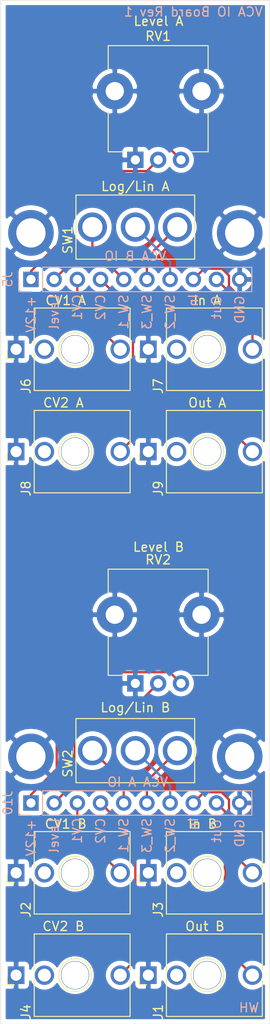
<source format=kicad_pcb>
(kicad_pcb (version 20171130) (host pcbnew "(5.1.4-0-10_14)")

  (general
    (thickness 1.6)
    (drawings 40)
    (tracks 70)
    (zones 0)
    (modules 18)
    (nets 20)
  )

  (page A4)
  (layers
    (0 F.Cu signal)
    (31 B.Cu signal)
    (32 B.Adhes user)
    (33 F.Adhes user)
    (34 B.Paste user)
    (35 F.Paste user)
    (36 B.SilkS user)
    (37 F.SilkS user)
    (38 B.Mask user)
    (39 F.Mask user)
    (40 Dwgs.User user)
    (41 Cmts.User user)
    (42 Eco1.User user)
    (43 Eco2.User user)
    (44 Edge.Cuts user)
    (45 Margin user)
    (46 B.CrtYd user)
    (47 F.CrtYd user)
    (48 B.Fab user hide)
    (49 F.Fab user hide)
  )

  (setup
    (last_trace_width 0.25)
    (trace_clearance 0.2)
    (zone_clearance 0.508)
    (zone_45_only no)
    (trace_min 0.2)
    (via_size 0.8)
    (via_drill 0.4)
    (via_min_size 0.4)
    (via_min_drill 0.3)
    (user_via 4 3)
    (uvia_size 0.3)
    (uvia_drill 0.1)
    (uvias_allowed no)
    (uvia_min_size 0.2)
    (uvia_min_drill 0.1)
    (edge_width 0.05)
    (segment_width 0.2)
    (pcb_text_width 0.3)
    (pcb_text_size 1.5 1.5)
    (mod_edge_width 0.12)
    (mod_text_size 1 1)
    (mod_text_width 0.15)
    (pad_size 4 4)
    (pad_drill 2)
    (pad_to_mask_clearance 0.051)
    (solder_mask_min_width 0.25)
    (aux_axis_origin 0 0)
    (visible_elements FFFFFF7F)
    (pcbplotparams
      (layerselection 0x010fc_ffffffff)
      (usegerberextensions false)
      (usegerberattributes false)
      (usegerberadvancedattributes false)
      (creategerberjobfile false)
      (excludeedgelayer true)
      (linewidth 0.100000)
      (plotframeref false)
      (viasonmask false)
      (mode 1)
      (useauxorigin false)
      (hpglpennumber 1)
      (hpglpenspeed 20)
      (hpglpendiameter 15.000000)
      (psnegative false)
      (psa4output false)
      (plotreference true)
      (plotvalue true)
      (plotinvisibletext false)
      (padsonsilk false)
      (subtractmaskfromsilk false)
      (outputformat 1)
      (mirror false)
      (drillshape 0)
      (scaleselection 1)
      (outputdirectory "Gerbers/"))
  )

  (net 0 "")
  (net 1 GNDREF)
  (net 2 +12V)
  (net 3 "Net-(J1-PadT)")
  (net 4 "Net-(J10-Pad3)")
  (net 5 "Net-(J10-Pad8)")
  (net 6 "Net-(J10-Pad4)")
  (net 7 "Net-(J5-Pad2)")
  (net 8 "Net-(J5-Pad3)")
  (net 9 "Net-(J5-Pad4)")
  (net 10 "Net-(J5-Pad5)")
  (net 11 "Net-(J5-Pad6)")
  (net 12 "Net-(J5-Pad7)")
  (net 13 "Net-(J5-Pad8)")
  (net 14 "Net-(J5-Pad9)")
  (net 15 "Net-(J10-Pad7)")
  (net 16 "Net-(J10-Pad6)")
  (net 17 "Net-(J10-Pad5)")
  (net 18 "Net-(J10-Pad2)")
  (net 19 +12VA)

  (net_class Default "This is the default net class."
    (clearance 0.2)
    (trace_width 0.25)
    (via_dia 0.8)
    (via_drill 0.4)
    (uvia_dia 0.3)
    (uvia_drill 0.1)
    (add_net +12V)
    (add_net +12VA)
    (add_net GNDREF)
    (add_net "Net-(J1-PadT)")
    (add_net "Net-(J10-Pad2)")
    (add_net "Net-(J10-Pad3)")
    (add_net "Net-(J10-Pad4)")
    (add_net "Net-(J10-Pad5)")
    (add_net "Net-(J10-Pad6)")
    (add_net "Net-(J10-Pad7)")
    (add_net "Net-(J10-Pad8)")
    (add_net "Net-(J5-Pad2)")
    (add_net "Net-(J5-Pad3)")
    (add_net "Net-(J5-Pad4)")
    (add_net "Net-(J5-Pad5)")
    (add_net "Net-(J5-Pad6)")
    (add_net "Net-(J5-Pad7)")
    (add_net "Net-(J5-Pad8)")
    (add_net "Net-(J5-Pad9)")
  )

  (module Eurorack:Potentiometer_TT_P0915N (layer F.Cu) (tedit 5DFFFCEA) (tstamp 5D7C80C1)
    (at 81.28 58.166)
    (descr http://www.ttelectronics.com/sites/default/files/download-files/Datasheet_PanelPot_P09xSeries.pdf)
    (tags "potentiometer vertical TT P0915N single")
    (path /5D79CA48)
    (fp_text reference RV1 (at -0.04 -5.98) (layer F.SilkS)
      (effects (font (size 1 1) (thickness 0.15)))
    )
    (fp_text value 100K (at -0.04 9.52) (layer F.Fab)
      (effects (font (size 1 1) (thickness 0.15)))
    )
    (fp_line (start 5.43 -4.95) (end 5.43 -2.23) (layer F.SilkS) (width 0.12))
    (fp_line (start 5.43 2.27) (end 5.43 6.64) (layer F.SilkS) (width 0.12))
    (fp_line (start -5.51 2.27) (end -5.51 6.64) (layer F.SilkS) (width 0.12))
    (fp_line (start 6.96 2.27) (end 6.96 -2.23) (layer F.CrtYd) (width 0.05))
    (fp_line (start 6.96 2.27) (end 5.56 2.27) (layer F.CrtYd) (width 0.05))
    (fp_line (start 6.96 -2.23) (end 5.56 -2.23) (layer F.CrtYd) (width 0.05))
    (fp_line (start 5.56 -2.23) (end 5.56 -5.08) (layer F.CrtYd) (width 0.05))
    (fp_line (start 5.56 6.77) (end 5.56 2.27) (layer F.CrtYd) (width 0.05))
    (fp_line (start -5.64 2.27) (end -7.04 2.27) (layer F.CrtYd) (width 0.05))
    (fp_line (start -5.64 6.77) (end -5.64 2.27) (layer F.CrtYd) (width 0.05))
    (fp_line (start -7.04 2.27) (end -7.04 -2.23) (layer F.CrtYd) (width 0.05))
    (fp_line (start -5.64 -2.23) (end -7.04 -2.23) (layer F.CrtYd) (width 0.05))
    (fp_line (start 3.61 8.67) (end -3.69 8.67) (layer F.CrtYd) (width 0.05))
    (fp_line (start -3.69 8.67) (end -3.69 6.77) (layer F.CrtYd) (width 0.05))
    (fp_line (start -3.69 6.77) (end -5.64 6.77) (layer F.CrtYd) (width 0.05))
    (fp_line (start 3.61 8.67) (end 3.61 6.77) (layer F.CrtYd) (width 0.05))
    (fp_line (start -3.69 6.64) (end -5.51 6.64) (layer F.SilkS) (width 0.12))
    (fp_text user %R (at -0.04 0.02) (layer F.Fab)
      (effects (font (size 1 1) (thickness 0.15)))
    )
    (fp_line (start 5.31 -4.83) (end 5.31 6.52) (layer F.Fab) (width 0.1))
    (fp_line (start 5.31 6.52) (end -5.39 6.52) (layer F.Fab) (width 0.1))
    (fp_line (start -5.39 6.52) (end -5.39 -4.83) (layer F.Fab) (width 0.1))
    (fp_line (start -5.39 -4.83) (end 5.31 -4.83) (layer F.Fab) (width 0.1))
    (fp_circle (center -0.04 0.02) (end 2.96 0.02) (layer F.Fab) (width 0.12))
    (fp_line (start 5.43 -4.95) (end -5.51 -4.95) (layer F.SilkS) (width 0.12))
    (fp_line (start -5.51 -4.95) (end -5.51 -2.23) (layer F.SilkS) (width 0.12))
    (fp_line (start 5.43 6.64) (end 3.61 6.64) (layer F.SilkS) (width 0.12))
    (fp_line (start -5.64 -5.08) (end 5.56 -5.08) (layer F.CrtYd) (width 0.05))
    (fp_line (start 5.56 6.77) (end 3.61 6.77) (layer F.CrtYd) (width 0.05))
    (fp_line (start -5.64 -2.23) (end -5.64 -5.08) (layer F.CrtYd) (width 0.05))
    (pad 1 thru_hole rect (at -2.54 7.52) (size 1.8 1.8) (drill 1) (layers *.Cu *.Mask)
      (net 1 GNDREF))
    (pad 2 thru_hole circle (at -0.04 7.52) (size 1.8 1.8) (drill 1) (layers *.Cu *.Mask)
      (net 7 "Net-(J5-Pad2)"))
    (pad 3 thru_hole circle (at 2.46 7.52) (size 1.8 1.8) (drill 1) (layers *.Cu *.Mask)
      (net 2 +12V))
    (pad "" thru_hole oval (at -4.79 0.02) (size 4 4) (drill 2) (layers *.Cu *.Mask)
      (net 1 GNDREF))
    (pad "" thru_hole oval (at 4.71 0.02) (size 4 4) (drill 2) (layers *.Cu *.Mask)
      (net 1 GNDREF))
    (model ${KISYS3DMOD}/Potentiometer_THT.3dshapes/Potentiometer_TT_P0915N.wrl
      (at (xyz 0 0 0))
      (scale (xyz 1 1 1))
      (rotate (xyz 0 0 0))
    )
  )

  (module Eurorack:Potentiometer_TT_P0915N (layer F.Cu) (tedit 5DFFFCDB) (tstamp 5D7C80E7)
    (at 81.28 115.316)
    (descr http://www.ttelectronics.com/sites/default/files/download-files/Datasheet_PanelPot_P09xSeries.pdf)
    (tags "potentiometer vertical TT P0915N single")
    (path /5D79CFE7)
    (fp_text reference RV2 (at -0.04 -5.98) (layer F.SilkS)
      (effects (font (size 1 1) (thickness 0.15)))
    )
    (fp_text value 100K (at -0.04 9.52) (layer F.Fab)
      (effects (font (size 1 1) (thickness 0.15)))
    )
    (fp_line (start 5.43 -4.95) (end 5.43 -2.23) (layer F.SilkS) (width 0.12))
    (fp_line (start 5.43 2.27) (end 5.43 6.64) (layer F.SilkS) (width 0.12))
    (fp_line (start -5.51 2.27) (end -5.51 6.64) (layer F.SilkS) (width 0.12))
    (fp_line (start 6.96 2.27) (end 6.96 -2.23) (layer F.CrtYd) (width 0.05))
    (fp_line (start 6.96 2.27) (end 5.56 2.27) (layer F.CrtYd) (width 0.05))
    (fp_line (start 6.96 -2.23) (end 5.56 -2.23) (layer F.CrtYd) (width 0.05))
    (fp_line (start 5.56 -2.23) (end 5.56 -5.08) (layer F.CrtYd) (width 0.05))
    (fp_line (start 5.56 6.77) (end 5.56 2.27) (layer F.CrtYd) (width 0.05))
    (fp_line (start -5.64 2.27) (end -7.04 2.27) (layer F.CrtYd) (width 0.05))
    (fp_line (start -5.64 6.77) (end -5.64 2.27) (layer F.CrtYd) (width 0.05))
    (fp_line (start -7.04 2.27) (end -7.04 -2.23) (layer F.CrtYd) (width 0.05))
    (fp_line (start -5.64 -2.23) (end -7.04 -2.23) (layer F.CrtYd) (width 0.05))
    (fp_line (start 3.61 8.67) (end -3.69 8.67) (layer F.CrtYd) (width 0.05))
    (fp_line (start -3.69 8.67) (end -3.69 6.77) (layer F.CrtYd) (width 0.05))
    (fp_line (start -3.69 6.77) (end -5.64 6.77) (layer F.CrtYd) (width 0.05))
    (fp_line (start 3.61 8.67) (end 3.61 6.77) (layer F.CrtYd) (width 0.05))
    (fp_line (start -3.69 6.64) (end -5.51 6.64) (layer F.SilkS) (width 0.12))
    (fp_text user %R (at -0.04 0.02) (layer F.Fab)
      (effects (font (size 1 1) (thickness 0.15)))
    )
    (fp_line (start 5.31 -4.83) (end 5.31 6.52) (layer F.Fab) (width 0.1))
    (fp_line (start 5.31 6.52) (end -5.39 6.52) (layer F.Fab) (width 0.1))
    (fp_line (start -5.39 6.52) (end -5.39 -4.83) (layer F.Fab) (width 0.1))
    (fp_line (start -5.39 -4.83) (end 5.31 -4.83) (layer F.Fab) (width 0.1))
    (fp_circle (center -0.04 0.02) (end 2.96 0.02) (layer F.Fab) (width 0.12))
    (fp_line (start 5.43 -4.95) (end -5.51 -4.95) (layer F.SilkS) (width 0.12))
    (fp_line (start -5.51 -4.95) (end -5.51 -2.23) (layer F.SilkS) (width 0.12))
    (fp_line (start 5.43 6.64) (end 3.61 6.64) (layer F.SilkS) (width 0.12))
    (fp_line (start -5.64 -5.08) (end 5.56 -5.08) (layer F.CrtYd) (width 0.05))
    (fp_line (start 5.56 6.77) (end 3.61 6.77) (layer F.CrtYd) (width 0.05))
    (fp_line (start -5.64 -2.23) (end -5.64 -5.08) (layer F.CrtYd) (width 0.05))
    (pad 1 thru_hole rect (at -2.54 7.52) (size 1.8 1.8) (drill 1) (layers *.Cu *.Mask)
      (net 1 GNDREF))
    (pad 2 thru_hole circle (at -0.04 7.52) (size 1.8 1.8) (drill 1) (layers *.Cu *.Mask)
      (net 18 "Net-(J10-Pad2)"))
    (pad 3 thru_hole circle (at 2.46 7.52) (size 1.8 1.8) (drill 1) (layers *.Cu *.Mask)
      (net 19 +12VA))
    (pad "" thru_hole oval (at -4.79 0.02) (size 4 4) (drill 2) (layers *.Cu *.Mask)
      (net 1 GNDREF))
    (pad "" thru_hole oval (at 4.71 0.02) (size 4 4) (drill 2) (layers *.Cu *.Mask)
      (net 1 GNDREF))
    (model ${KISYS3DMOD}/Potentiometer_THT.3dshapes/Potentiometer_TT_P0915N.wrl
      (at (xyz 0 0 0))
      (scale (xyz 1 1 1))
      (rotate (xyz 0 0 0))
    )
  )

  (module Eurorack:Jack_3.5mm_QingPu_WQP-PJ398SM_Vertical_CircularHoles (layer F.Cu) (tedit 5D7C6005) (tstamp 5D7C7074)
    (at 86.614 154.686 90)
    (descr "TRS 3.5mm, vertical, Thonkiconn, PCB mount, (http://www.qingpu-electronics.com/en/products/WQP-PJ398SM-362.html)")
    (tags "WQP-PJ398SM WQP-PJ301M-12 TRS 3.5mm mono vertical jack thonkiconn qingpu")
    (path /5D7E3660)
    (fp_text reference J1 (at -4.03 -5.37 270) (layer F.SilkS)
      (effects (font (size 1 1) (thickness 0.15)))
    )
    (fp_text value Out_B (at 0 4.9 270) (layer F.Fab)
      (effects (font (size 1 1) (thickness 0.15)))
    )
    (fp_text user KEEPOUT (at 0 0.03 90) (layer Cmts.User)
      (effects (font (size 0.4 0.4) (thickness 0.051)))
    )
    (fp_line (start -5 6.53) (end -5 -7.87) (layer F.CrtYd) (width 0.05))
    (fp_line (start -4.5 6.03) (end -4.5 -4.37) (layer F.Fab) (width 0.1))
    (fp_text user %R (at 0 1.55 270) (layer F.Fab)
      (effects (font (size 1 1) (thickness 0.15)))
    )
    (fp_line (start -4.5 -4.47) (end -4.5 6.03) (layer F.SilkS) (width 0.12))
    (fp_line (start 4.5 -4.47) (end 4.5 6.03) (layer F.SilkS) (width 0.12))
    (fp_circle (center 0 0.03) (end 1.5 0.03) (layer Dwgs.User) (width 0.12))
    (fp_line (start 0.09 1.51) (end 1.48 0.12) (layer Dwgs.User) (width 0.12))
    (fp_line (start -0.58 1.38) (end 1.36 -0.56) (layer Dwgs.User) (width 0.12))
    (fp_line (start -1.07 1.04) (end 1.01 -1.04) (layer Dwgs.User) (width 0.12))
    (fp_line (start -1.42 0.425) (end 0.4 -1.39) (layer Dwgs.User) (width 0.12))
    (fp_line (start -1.41 -0.43) (end -0.46 -1.38) (layer Dwgs.User) (width 0.12))
    (fp_line (start 4.5 6.03) (end 0.5 6.03) (layer F.SilkS) (width 0.12))
    (fp_line (start -0.5 6.03) (end -4.5 6.03) (layer F.SilkS) (width 0.12))
    (fp_line (start 4.5 -4.47) (end 0.35 -4.47) (layer F.SilkS) (width 0.12))
    (fp_line (start -0.35 -4.47) (end -4.5 -4.47) (layer F.SilkS) (width 0.12))
    (fp_circle (center 0 0.03) (end 1.8 0.03) (layer F.SilkS) (width 0.12))
    (fp_line (start -1.06 -7.45) (end -1.06 -6.65) (layer F.SilkS) (width 0.12))
    (fp_line (start -1.06 -7.45) (end -0.2 -7.45) (layer F.SilkS) (width 0.12))
    (fp_line (start 4.5 6.03) (end 4.5 -4.37) (layer F.Fab) (width 0.1))
    (fp_line (start 4.5 6.03) (end -4.5 6.03) (layer F.Fab) (width 0.1))
    (fp_line (start 5 6.53) (end 5 -7.87) (layer F.CrtYd) (width 0.05))
    (fp_line (start 5 6.53) (end -5 6.53) (layer F.CrtYd) (width 0.05))
    (fp_line (start 5 -7.87) (end -5 -7.87) (layer F.CrtYd) (width 0.05))
    (fp_line (start 4.5 -4.42) (end -4.5 -4.42) (layer F.Fab) (width 0.1))
    (fp_circle (center 0 0.03) (end 1.8 0.03) (layer F.Fab) (width 0.1))
    (fp_line (start 0 -6.45) (end 0 -4.42) (layer F.Fab) (width 0.1))
    (pad TN thru_hole circle (at 0 -3.35 270) (size 2.13 2.13) (drill 1.42) (layers *.Cu *.Mask))
    (pad S thru_hole rect (at 0 -6.45 270) (size 1.93 1.83) (drill 1.22) (layers *.Cu *.Mask)
      (net 1 GNDREF))
    (pad T thru_hole circle (at 0 4.95 270) (size 2.13 2.13) (drill 1.43) (layers *.Cu *.Mask)
      (net 3 "Net-(J1-PadT)"))
    (pad "" thru_hole circle (at 0 0 90) (size 3.1 3.1) (drill 3) (layers *.Cu *.Mask))
    (model ${KISYS3DMOD}/Connector_Audio.3dshapes/Jack_3.5mm_QingPu_WQP-PJ398SM_Vertical.wrl
      (at (xyz 0 0 0))
      (scale (xyz 1 1 1))
      (rotate (xyz 0 0 0))
    )
  )

  (module Eurorack:Jack_3.5mm_QingPu_WQP-PJ398SM_Vertical_CircularHoles (layer F.Cu) (tedit 5D7C6005) (tstamp 5D7C7097)
    (at 72.136 143.51 90)
    (descr "TRS 3.5mm, vertical, Thonkiconn, PCB mount, (http://www.qingpu-electronics.com/en/products/WQP-PJ398SM-362.html)")
    (tags "WQP-PJ398SM WQP-PJ301M-12 TRS 3.5mm mono vertical jack thonkiconn qingpu")
    (path /5D7E37EC)
    (fp_text reference J2 (at -4.03 -5.37 270) (layer F.SilkS)
      (effects (font (size 1 1) (thickness 0.15)))
    )
    (fp_text value CV1_B (at 0 4.9 270) (layer F.Fab)
      (effects (font (size 1 1) (thickness 0.15)))
    )
    (fp_line (start 0 -6.45) (end 0 -4.42) (layer F.Fab) (width 0.1))
    (fp_circle (center 0 0.03) (end 1.8 0.03) (layer F.Fab) (width 0.1))
    (fp_line (start 4.5 -4.42) (end -4.5 -4.42) (layer F.Fab) (width 0.1))
    (fp_line (start 5 -7.87) (end -5 -7.87) (layer F.CrtYd) (width 0.05))
    (fp_line (start 5 6.53) (end -5 6.53) (layer F.CrtYd) (width 0.05))
    (fp_line (start 5 6.53) (end 5 -7.87) (layer F.CrtYd) (width 0.05))
    (fp_line (start 4.5 6.03) (end -4.5 6.03) (layer F.Fab) (width 0.1))
    (fp_line (start 4.5 6.03) (end 4.5 -4.37) (layer F.Fab) (width 0.1))
    (fp_line (start -1.06 -7.45) (end -0.2 -7.45) (layer F.SilkS) (width 0.12))
    (fp_line (start -1.06 -7.45) (end -1.06 -6.65) (layer F.SilkS) (width 0.12))
    (fp_circle (center 0 0.03) (end 1.8 0.03) (layer F.SilkS) (width 0.12))
    (fp_line (start -0.35 -4.47) (end -4.5 -4.47) (layer F.SilkS) (width 0.12))
    (fp_line (start 4.5 -4.47) (end 0.35 -4.47) (layer F.SilkS) (width 0.12))
    (fp_line (start -0.5 6.03) (end -4.5 6.03) (layer F.SilkS) (width 0.12))
    (fp_line (start 4.5 6.03) (end 0.5 6.03) (layer F.SilkS) (width 0.12))
    (fp_line (start -1.41 -0.43) (end -0.46 -1.38) (layer Dwgs.User) (width 0.12))
    (fp_line (start -1.42 0.425) (end 0.4 -1.39) (layer Dwgs.User) (width 0.12))
    (fp_line (start -1.07 1.04) (end 1.01 -1.04) (layer Dwgs.User) (width 0.12))
    (fp_line (start -0.58 1.38) (end 1.36 -0.56) (layer Dwgs.User) (width 0.12))
    (fp_line (start 0.09 1.51) (end 1.48 0.12) (layer Dwgs.User) (width 0.12))
    (fp_circle (center 0 0.03) (end 1.5 0.03) (layer Dwgs.User) (width 0.12))
    (fp_line (start 4.5 -4.47) (end 4.5 6.03) (layer F.SilkS) (width 0.12))
    (fp_line (start -4.5 -4.47) (end -4.5 6.03) (layer F.SilkS) (width 0.12))
    (fp_text user %R (at 0 1.55 270) (layer F.Fab)
      (effects (font (size 1 1) (thickness 0.15)))
    )
    (fp_line (start -4.5 6.03) (end -4.5 -4.37) (layer F.Fab) (width 0.1))
    (fp_line (start -5 6.53) (end -5 -7.87) (layer F.CrtYd) (width 0.05))
    (fp_text user KEEPOUT (at 0 0.03 90) (layer Cmts.User)
      (effects (font (size 0.4 0.4) (thickness 0.051)))
    )
    (pad "" thru_hole circle (at 0 0 90) (size 3.1 3.1) (drill 3) (layers *.Cu *.Mask))
    (pad T thru_hole circle (at 0 4.95 270) (size 2.13 2.13) (drill 1.43) (layers *.Cu *.Mask)
      (net 4 "Net-(J10-Pad3)"))
    (pad S thru_hole rect (at 0 -6.45 270) (size 1.93 1.83) (drill 1.22) (layers *.Cu *.Mask)
      (net 1 GNDREF))
    (pad TN thru_hole circle (at 0 -3.35 270) (size 2.13 2.13) (drill 1.42) (layers *.Cu *.Mask))
    (model ${KISYS3DMOD}/Connector_Audio.3dshapes/Jack_3.5mm_QingPu_WQP-PJ398SM_Vertical.wrl
      (at (xyz 0 0 0))
      (scale (xyz 1 1 1))
      (rotate (xyz 0 0 0))
    )
  )

  (module Eurorack:Jack_3.5mm_QingPu_WQP-PJ398SM_Vertical_CircularHoles (layer F.Cu) (tedit 5D7C6005) (tstamp 5D7C70BA)
    (at 86.614 143.51 90)
    (descr "TRS 3.5mm, vertical, Thonkiconn, PCB mount, (http://www.qingpu-electronics.com/en/products/WQP-PJ398SM-362.html)")
    (tags "WQP-PJ398SM WQP-PJ301M-12 TRS 3.5mm mono vertical jack thonkiconn qingpu")
    (path /5D7E43AD)
    (fp_text reference J3 (at -4.03 -5.37 270) (layer F.SilkS)
      (effects (font (size 1 1) (thickness 0.15)))
    )
    (fp_text value In_B (at 0 4.9 270) (layer F.Fab)
      (effects (font (size 1 1) (thickness 0.15)))
    )
    (fp_line (start 0 -6.45) (end 0 -4.42) (layer F.Fab) (width 0.1))
    (fp_circle (center 0 0.03) (end 1.8 0.03) (layer F.Fab) (width 0.1))
    (fp_line (start 4.5 -4.42) (end -4.5 -4.42) (layer F.Fab) (width 0.1))
    (fp_line (start 5 -7.87) (end -5 -7.87) (layer F.CrtYd) (width 0.05))
    (fp_line (start 5 6.53) (end -5 6.53) (layer F.CrtYd) (width 0.05))
    (fp_line (start 5 6.53) (end 5 -7.87) (layer F.CrtYd) (width 0.05))
    (fp_line (start 4.5 6.03) (end -4.5 6.03) (layer F.Fab) (width 0.1))
    (fp_line (start 4.5 6.03) (end 4.5 -4.37) (layer F.Fab) (width 0.1))
    (fp_line (start -1.06 -7.45) (end -0.2 -7.45) (layer F.SilkS) (width 0.12))
    (fp_line (start -1.06 -7.45) (end -1.06 -6.65) (layer F.SilkS) (width 0.12))
    (fp_circle (center 0 0.03) (end 1.8 0.03) (layer F.SilkS) (width 0.12))
    (fp_line (start -0.35 -4.47) (end -4.5 -4.47) (layer F.SilkS) (width 0.12))
    (fp_line (start 4.5 -4.47) (end 0.35 -4.47) (layer F.SilkS) (width 0.12))
    (fp_line (start -0.5 6.03) (end -4.5 6.03) (layer F.SilkS) (width 0.12))
    (fp_line (start 4.5 6.03) (end 0.5 6.03) (layer F.SilkS) (width 0.12))
    (fp_line (start -1.41 -0.43) (end -0.46 -1.38) (layer Dwgs.User) (width 0.12))
    (fp_line (start -1.42 0.425) (end 0.4 -1.39) (layer Dwgs.User) (width 0.12))
    (fp_line (start -1.07 1.04) (end 1.01 -1.04) (layer Dwgs.User) (width 0.12))
    (fp_line (start -0.58 1.38) (end 1.36 -0.56) (layer Dwgs.User) (width 0.12))
    (fp_line (start 0.09 1.51) (end 1.48 0.12) (layer Dwgs.User) (width 0.12))
    (fp_circle (center 0 0.03) (end 1.5 0.03) (layer Dwgs.User) (width 0.12))
    (fp_line (start 4.5 -4.47) (end 4.5 6.03) (layer F.SilkS) (width 0.12))
    (fp_line (start -4.5 -4.47) (end -4.5 6.03) (layer F.SilkS) (width 0.12))
    (fp_text user %R (at 0 1.55 270) (layer F.Fab)
      (effects (font (size 1 1) (thickness 0.15)))
    )
    (fp_line (start -4.5 6.03) (end -4.5 -4.37) (layer F.Fab) (width 0.1))
    (fp_line (start -5 6.53) (end -5 -7.87) (layer F.CrtYd) (width 0.05))
    (fp_text user KEEPOUT (at 0 0.03 90) (layer Cmts.User)
      (effects (font (size 0.4 0.4) (thickness 0.051)))
    )
    (pad "" thru_hole circle (at 0 0 90) (size 3.1 3.1) (drill 3) (layers *.Cu *.Mask))
    (pad T thru_hole circle (at 0 4.95 270) (size 2.13 2.13) (drill 1.43) (layers *.Cu *.Mask)
      (net 5 "Net-(J10-Pad8)"))
    (pad S thru_hole rect (at 0 -6.45 270) (size 1.93 1.83) (drill 1.22) (layers *.Cu *.Mask)
      (net 1 GNDREF))
    (pad TN thru_hole circle (at 0 -3.35 270) (size 2.13 2.13) (drill 1.42) (layers *.Cu *.Mask))
    (model ${KISYS3DMOD}/Connector_Audio.3dshapes/Jack_3.5mm_QingPu_WQP-PJ398SM_Vertical.wrl
      (at (xyz 0 0 0))
      (scale (xyz 1 1 1))
      (rotate (xyz 0 0 0))
    )
  )

  (module Eurorack:Jack_3.5mm_QingPu_WQP-PJ398SM_Vertical_CircularHoles (layer F.Cu) (tedit 5D7C6005) (tstamp 5D7C70DD)
    (at 72.136 154.686 90)
    (descr "TRS 3.5mm, vertical, Thonkiconn, PCB mount, (http://www.qingpu-electronics.com/en/products/WQP-PJ398SM-362.html)")
    (tags "WQP-PJ398SM WQP-PJ301M-12 TRS 3.5mm mono vertical jack thonkiconn qingpu")
    (path /5D7E3D6E)
    (fp_text reference J4 (at -4.03 -5.37 270) (layer F.SilkS)
      (effects (font (size 1 1) (thickness 0.15)))
    )
    (fp_text value CV2_B (at 0 4.9 270) (layer F.Fab)
      (effects (font (size 1 1) (thickness 0.15)))
    )
    (fp_text user KEEPOUT (at 0 0.03 90) (layer Cmts.User)
      (effects (font (size 0.4 0.4) (thickness 0.051)))
    )
    (fp_line (start -5 6.53) (end -5 -7.87) (layer F.CrtYd) (width 0.05))
    (fp_line (start -4.5 6.03) (end -4.5 -4.37) (layer F.Fab) (width 0.1))
    (fp_text user %R (at 0 1.55 270) (layer F.Fab)
      (effects (font (size 1 1) (thickness 0.15)))
    )
    (fp_line (start -4.5 -4.47) (end -4.5 6.03) (layer F.SilkS) (width 0.12))
    (fp_line (start 4.5 -4.47) (end 4.5 6.03) (layer F.SilkS) (width 0.12))
    (fp_circle (center 0 0.03) (end 1.5 0.03) (layer Dwgs.User) (width 0.12))
    (fp_line (start 0.09 1.51) (end 1.48 0.12) (layer Dwgs.User) (width 0.12))
    (fp_line (start -0.58 1.38) (end 1.36 -0.56) (layer Dwgs.User) (width 0.12))
    (fp_line (start -1.07 1.04) (end 1.01 -1.04) (layer Dwgs.User) (width 0.12))
    (fp_line (start -1.42 0.425) (end 0.4 -1.39) (layer Dwgs.User) (width 0.12))
    (fp_line (start -1.41 -0.43) (end -0.46 -1.38) (layer Dwgs.User) (width 0.12))
    (fp_line (start 4.5 6.03) (end 0.5 6.03) (layer F.SilkS) (width 0.12))
    (fp_line (start -0.5 6.03) (end -4.5 6.03) (layer F.SilkS) (width 0.12))
    (fp_line (start 4.5 -4.47) (end 0.35 -4.47) (layer F.SilkS) (width 0.12))
    (fp_line (start -0.35 -4.47) (end -4.5 -4.47) (layer F.SilkS) (width 0.12))
    (fp_circle (center 0 0.03) (end 1.8 0.03) (layer F.SilkS) (width 0.12))
    (fp_line (start -1.06 -7.45) (end -1.06 -6.65) (layer F.SilkS) (width 0.12))
    (fp_line (start -1.06 -7.45) (end -0.2 -7.45) (layer F.SilkS) (width 0.12))
    (fp_line (start 4.5 6.03) (end 4.5 -4.37) (layer F.Fab) (width 0.1))
    (fp_line (start 4.5 6.03) (end -4.5 6.03) (layer F.Fab) (width 0.1))
    (fp_line (start 5 6.53) (end 5 -7.87) (layer F.CrtYd) (width 0.05))
    (fp_line (start 5 6.53) (end -5 6.53) (layer F.CrtYd) (width 0.05))
    (fp_line (start 5 -7.87) (end -5 -7.87) (layer F.CrtYd) (width 0.05))
    (fp_line (start 4.5 -4.42) (end -4.5 -4.42) (layer F.Fab) (width 0.1))
    (fp_circle (center 0 0.03) (end 1.8 0.03) (layer F.Fab) (width 0.1))
    (fp_line (start 0 -6.45) (end 0 -4.42) (layer F.Fab) (width 0.1))
    (pad TN thru_hole circle (at 0 -3.35 270) (size 2.13 2.13) (drill 1.42) (layers *.Cu *.Mask))
    (pad S thru_hole rect (at 0 -6.45 270) (size 1.93 1.83) (drill 1.22) (layers *.Cu *.Mask)
      (net 1 GNDREF))
    (pad T thru_hole circle (at 0 4.95 270) (size 2.13 2.13) (drill 1.43) (layers *.Cu *.Mask)
      (net 6 "Net-(J10-Pad4)"))
    (pad "" thru_hole circle (at 0 0 90) (size 3.1 3.1) (drill 3) (layers *.Cu *.Mask))
    (model ${KISYS3DMOD}/Connector_Audio.3dshapes/Jack_3.5mm_QingPu_WQP-PJ398SM_Vertical.wrl
      (at (xyz 0 0 0))
      (scale (xyz 1 1 1))
      (rotate (xyz 0 0 0))
    )
  )

  (module Eurorack:Jack_3.5mm_QingPu_WQP-PJ398SM_Vertical_CircularHoles (layer F.Cu) (tedit 5D7C6005) (tstamp 5D7C78F8)
    (at 72.136 86.36 90)
    (descr "TRS 3.5mm, vertical, Thonkiconn, PCB mount, (http://www.qingpu-electronics.com/en/products/WQP-PJ398SM-362.html)")
    (tags "WQP-PJ398SM WQP-PJ301M-12 TRS 3.5mm mono vertical jack thonkiconn qingpu")
    (path /5D7EDC54)
    (fp_text reference J6 (at -4.03 -5.37 270) (layer F.SilkS)
      (effects (font (size 1 1) (thickness 0.15)))
    )
    (fp_text value CV1_A (at 0 4.9 270) (layer F.Fab)
      (effects (font (size 1 1) (thickness 0.15)))
    )
    (fp_text user KEEPOUT (at 0 0.03 90) (layer Cmts.User)
      (effects (font (size 0.4 0.4) (thickness 0.051)))
    )
    (fp_line (start -5 6.53) (end -5 -7.87) (layer F.CrtYd) (width 0.05))
    (fp_line (start -4.5 6.03) (end -4.5 -4.37) (layer F.Fab) (width 0.1))
    (fp_text user %R (at 0 1.55 270) (layer F.Fab)
      (effects (font (size 1 1) (thickness 0.15)))
    )
    (fp_line (start -4.5 -4.47) (end -4.5 6.03) (layer F.SilkS) (width 0.12))
    (fp_line (start 4.5 -4.47) (end 4.5 6.03) (layer F.SilkS) (width 0.12))
    (fp_circle (center 0 0.03) (end 1.5 0.03) (layer Dwgs.User) (width 0.12))
    (fp_line (start 0.09 1.51) (end 1.48 0.12) (layer Dwgs.User) (width 0.12))
    (fp_line (start -0.58 1.38) (end 1.36 -0.56) (layer Dwgs.User) (width 0.12))
    (fp_line (start -1.07 1.04) (end 1.01 -1.04) (layer Dwgs.User) (width 0.12))
    (fp_line (start -1.42 0.425) (end 0.4 -1.39) (layer Dwgs.User) (width 0.12))
    (fp_line (start -1.41 -0.43) (end -0.46 -1.38) (layer Dwgs.User) (width 0.12))
    (fp_line (start 4.5 6.03) (end 0.5 6.03) (layer F.SilkS) (width 0.12))
    (fp_line (start -0.5 6.03) (end -4.5 6.03) (layer F.SilkS) (width 0.12))
    (fp_line (start 4.5 -4.47) (end 0.35 -4.47) (layer F.SilkS) (width 0.12))
    (fp_line (start -0.35 -4.47) (end -4.5 -4.47) (layer F.SilkS) (width 0.12))
    (fp_circle (center 0 0.03) (end 1.8 0.03) (layer F.SilkS) (width 0.12))
    (fp_line (start -1.06 -7.45) (end -1.06 -6.65) (layer F.SilkS) (width 0.12))
    (fp_line (start -1.06 -7.45) (end -0.2 -7.45) (layer F.SilkS) (width 0.12))
    (fp_line (start 4.5 6.03) (end 4.5 -4.37) (layer F.Fab) (width 0.1))
    (fp_line (start 4.5 6.03) (end -4.5 6.03) (layer F.Fab) (width 0.1))
    (fp_line (start 5 6.53) (end 5 -7.87) (layer F.CrtYd) (width 0.05))
    (fp_line (start 5 6.53) (end -5 6.53) (layer F.CrtYd) (width 0.05))
    (fp_line (start 5 -7.87) (end -5 -7.87) (layer F.CrtYd) (width 0.05))
    (fp_line (start 4.5 -4.42) (end -4.5 -4.42) (layer F.Fab) (width 0.1))
    (fp_circle (center 0 0.03) (end 1.8 0.03) (layer F.Fab) (width 0.1))
    (fp_line (start 0 -6.45) (end 0 -4.42) (layer F.Fab) (width 0.1))
    (pad TN thru_hole circle (at 0 -3.35 270) (size 2.13 2.13) (drill 1.42) (layers *.Cu *.Mask))
    (pad S thru_hole rect (at 0 -6.45 270) (size 1.93 1.83) (drill 1.22) (layers *.Cu *.Mask)
      (net 1 GNDREF))
    (pad T thru_hole circle (at 0 4.95 270) (size 2.13 2.13) (drill 1.43) (layers *.Cu *.Mask)
      (net 8 "Net-(J5-Pad3)"))
    (pad "" thru_hole circle (at 0 0 90) (size 3.1 3.1) (drill 3) (layers *.Cu *.Mask))
    (model ${KISYS3DMOD}/Connector_Audio.3dshapes/Jack_3.5mm_QingPu_WQP-PJ398SM_Vertical.wrl
      (at (xyz 0 0 0))
      (scale (xyz 1 1 1))
      (rotate (xyz 0 0 0))
    )
  )

  (module Eurorack:Jack_3.5mm_QingPu_WQP-PJ398SM_Vertical_CircularHoles (layer F.Cu) (tedit 5D7C6005) (tstamp 5D7C791B)
    (at 86.614 86.36 90)
    (descr "TRS 3.5mm, vertical, Thonkiconn, PCB mount, (http://www.qingpu-electronics.com/en/products/WQP-PJ398SM-362.html)")
    (tags "WQP-PJ398SM WQP-PJ301M-12 TRS 3.5mm mono vertical jack thonkiconn qingpu")
    (path /5D7EDC5A)
    (fp_text reference J7 (at -4.03 -5.37 270) (layer F.SilkS)
      (effects (font (size 1 1) (thickness 0.15)))
    )
    (fp_text value In_A (at 0 4.9 270) (layer F.Fab)
      (effects (font (size 1 1) (thickness 0.15)))
    )
    (fp_line (start 0 -6.45) (end 0 -4.42) (layer F.Fab) (width 0.1))
    (fp_circle (center 0 0.03) (end 1.8 0.03) (layer F.Fab) (width 0.1))
    (fp_line (start 4.5 -4.42) (end -4.5 -4.42) (layer F.Fab) (width 0.1))
    (fp_line (start 5 -7.87) (end -5 -7.87) (layer F.CrtYd) (width 0.05))
    (fp_line (start 5 6.53) (end -5 6.53) (layer F.CrtYd) (width 0.05))
    (fp_line (start 5 6.53) (end 5 -7.87) (layer F.CrtYd) (width 0.05))
    (fp_line (start 4.5 6.03) (end -4.5 6.03) (layer F.Fab) (width 0.1))
    (fp_line (start 4.5 6.03) (end 4.5 -4.37) (layer F.Fab) (width 0.1))
    (fp_line (start -1.06 -7.45) (end -0.2 -7.45) (layer F.SilkS) (width 0.12))
    (fp_line (start -1.06 -7.45) (end -1.06 -6.65) (layer F.SilkS) (width 0.12))
    (fp_circle (center 0 0.03) (end 1.8 0.03) (layer F.SilkS) (width 0.12))
    (fp_line (start -0.35 -4.47) (end -4.5 -4.47) (layer F.SilkS) (width 0.12))
    (fp_line (start 4.5 -4.47) (end 0.35 -4.47) (layer F.SilkS) (width 0.12))
    (fp_line (start -0.5 6.03) (end -4.5 6.03) (layer F.SilkS) (width 0.12))
    (fp_line (start 4.5 6.03) (end 0.5 6.03) (layer F.SilkS) (width 0.12))
    (fp_line (start -1.41 -0.43) (end -0.46 -1.38) (layer Dwgs.User) (width 0.12))
    (fp_line (start -1.42 0.425) (end 0.4 -1.39) (layer Dwgs.User) (width 0.12))
    (fp_line (start -1.07 1.04) (end 1.01 -1.04) (layer Dwgs.User) (width 0.12))
    (fp_line (start -0.58 1.38) (end 1.36 -0.56) (layer Dwgs.User) (width 0.12))
    (fp_line (start 0.09 1.51) (end 1.48 0.12) (layer Dwgs.User) (width 0.12))
    (fp_circle (center 0 0.03) (end 1.5 0.03) (layer Dwgs.User) (width 0.12))
    (fp_line (start 4.5 -4.47) (end 4.5 6.03) (layer F.SilkS) (width 0.12))
    (fp_line (start -4.5 -4.47) (end -4.5 6.03) (layer F.SilkS) (width 0.12))
    (fp_text user %R (at 0 1.55 270) (layer F.Fab)
      (effects (font (size 1 1) (thickness 0.15)))
    )
    (fp_line (start -4.5 6.03) (end -4.5 -4.37) (layer F.Fab) (width 0.1))
    (fp_line (start -5 6.53) (end -5 -7.87) (layer F.CrtYd) (width 0.05))
    (fp_text user KEEPOUT (at 0 0.03 90) (layer Cmts.User)
      (effects (font (size 0.4 0.4) (thickness 0.051)))
    )
    (pad "" thru_hole circle (at 0 0 90) (size 3.1 3.1) (drill 3) (layers *.Cu *.Mask))
    (pad T thru_hole circle (at 0 4.95 270) (size 2.13 2.13) (drill 1.43) (layers *.Cu *.Mask)
      (net 13 "Net-(J5-Pad8)"))
    (pad S thru_hole rect (at 0 -6.45 270) (size 1.93 1.83) (drill 1.22) (layers *.Cu *.Mask)
      (net 1 GNDREF))
    (pad TN thru_hole circle (at 0 -3.35 270) (size 2.13 2.13) (drill 1.42) (layers *.Cu *.Mask))
    (model ${KISYS3DMOD}/Connector_Audio.3dshapes/Jack_3.5mm_QingPu_WQP-PJ398SM_Vertical.wrl
      (at (xyz 0 0 0))
      (scale (xyz 1 1 1))
      (rotate (xyz 0 0 0))
    )
  )

  (module Eurorack:Jack_3.5mm_QingPu_WQP-PJ398SM_Vertical_CircularHoles (layer F.Cu) (tedit 5D7C6005) (tstamp 5D7C793E)
    (at 72.136 97.536 90)
    (descr "TRS 3.5mm, vertical, Thonkiconn, PCB mount, (http://www.qingpu-electronics.com/en/products/WQP-PJ398SM-362.html)")
    (tags "WQP-PJ398SM WQP-PJ301M-12 TRS 3.5mm mono vertical jack thonkiconn qingpu")
    (path /5D7EDC66)
    (fp_text reference J8 (at -4.03 -5.37 270) (layer F.SilkS)
      (effects (font (size 1 1) (thickness 0.15)))
    )
    (fp_text value CV2_A (at 0 4.9 270) (layer F.Fab)
      (effects (font (size 1 1) (thickness 0.15)))
    )
    (fp_line (start 0 -6.45) (end 0 -4.42) (layer F.Fab) (width 0.1))
    (fp_circle (center 0 0.03) (end 1.8 0.03) (layer F.Fab) (width 0.1))
    (fp_line (start 4.5 -4.42) (end -4.5 -4.42) (layer F.Fab) (width 0.1))
    (fp_line (start 5 -7.87) (end -5 -7.87) (layer F.CrtYd) (width 0.05))
    (fp_line (start 5 6.53) (end -5 6.53) (layer F.CrtYd) (width 0.05))
    (fp_line (start 5 6.53) (end 5 -7.87) (layer F.CrtYd) (width 0.05))
    (fp_line (start 4.5 6.03) (end -4.5 6.03) (layer F.Fab) (width 0.1))
    (fp_line (start 4.5 6.03) (end 4.5 -4.37) (layer F.Fab) (width 0.1))
    (fp_line (start -1.06 -7.45) (end -0.2 -7.45) (layer F.SilkS) (width 0.12))
    (fp_line (start -1.06 -7.45) (end -1.06 -6.65) (layer F.SilkS) (width 0.12))
    (fp_circle (center 0 0.03) (end 1.8 0.03) (layer F.SilkS) (width 0.12))
    (fp_line (start -0.35 -4.47) (end -4.5 -4.47) (layer F.SilkS) (width 0.12))
    (fp_line (start 4.5 -4.47) (end 0.35 -4.47) (layer F.SilkS) (width 0.12))
    (fp_line (start -0.5 6.03) (end -4.5 6.03) (layer F.SilkS) (width 0.12))
    (fp_line (start 4.5 6.03) (end 0.5 6.03) (layer F.SilkS) (width 0.12))
    (fp_line (start -1.41 -0.43) (end -0.46 -1.38) (layer Dwgs.User) (width 0.12))
    (fp_line (start -1.42 0.425) (end 0.4 -1.39) (layer Dwgs.User) (width 0.12))
    (fp_line (start -1.07 1.04) (end 1.01 -1.04) (layer Dwgs.User) (width 0.12))
    (fp_line (start -0.58 1.38) (end 1.36 -0.56) (layer Dwgs.User) (width 0.12))
    (fp_line (start 0.09 1.51) (end 1.48 0.12) (layer Dwgs.User) (width 0.12))
    (fp_circle (center 0 0.03) (end 1.5 0.03) (layer Dwgs.User) (width 0.12))
    (fp_line (start 4.5 -4.47) (end 4.5 6.03) (layer F.SilkS) (width 0.12))
    (fp_line (start -4.5 -4.47) (end -4.5 6.03) (layer F.SilkS) (width 0.12))
    (fp_text user %R (at 0 1.55 270) (layer F.Fab)
      (effects (font (size 1 1) (thickness 0.15)))
    )
    (fp_line (start -4.5 6.03) (end -4.5 -4.37) (layer F.Fab) (width 0.1))
    (fp_line (start -5 6.53) (end -5 -7.87) (layer F.CrtYd) (width 0.05))
    (fp_text user KEEPOUT (at 0 0.03 90) (layer Cmts.User)
      (effects (font (size 0.4 0.4) (thickness 0.051)))
    )
    (pad "" thru_hole circle (at 0 0 90) (size 3.1 3.1) (drill 3) (layers *.Cu *.Mask))
    (pad T thru_hole circle (at 0 4.95 270) (size 2.13 2.13) (drill 1.43) (layers *.Cu *.Mask)
      (net 9 "Net-(J5-Pad4)"))
    (pad S thru_hole rect (at 0 -6.45 270) (size 1.93 1.83) (drill 1.22) (layers *.Cu *.Mask)
      (net 1 GNDREF))
    (pad TN thru_hole circle (at 0 -3.35 270) (size 2.13 2.13) (drill 1.42) (layers *.Cu *.Mask))
    (model ${KISYS3DMOD}/Connector_Audio.3dshapes/Jack_3.5mm_QingPu_WQP-PJ398SM_Vertical.wrl
      (at (xyz 0 0 0))
      (scale (xyz 1 1 1))
      (rotate (xyz 0 0 0))
    )
  )

  (module Eurorack:Jack_3.5mm_QingPu_WQP-PJ398SM_Vertical_CircularHoles (layer F.Cu) (tedit 5D7C6005) (tstamp 5D7C7961)
    (at 86.614 97.536 90)
    (descr "TRS 3.5mm, vertical, Thonkiconn, PCB mount, (http://www.qingpu-electronics.com/en/products/WQP-PJ398SM-362.html)")
    (tags "WQP-PJ398SM WQP-PJ301M-12 TRS 3.5mm mono vertical jack thonkiconn qingpu")
    (path /5D7EDC60)
    (fp_text reference J9 (at -4.03 -5.37 270) (layer F.SilkS)
      (effects (font (size 1 1) (thickness 0.15)))
    )
    (fp_text value Out_A (at 0 4.9 270) (layer F.Fab)
      (effects (font (size 1 1) (thickness 0.15)))
    )
    (fp_text user KEEPOUT (at 0 0.03 90) (layer Cmts.User)
      (effects (font (size 0.4 0.4) (thickness 0.051)))
    )
    (fp_line (start -5 6.53) (end -5 -7.87) (layer F.CrtYd) (width 0.05))
    (fp_line (start -4.5 6.03) (end -4.5 -4.37) (layer F.Fab) (width 0.1))
    (fp_text user %R (at 0 1.55 270) (layer F.Fab)
      (effects (font (size 1 1) (thickness 0.15)))
    )
    (fp_line (start -4.5 -4.47) (end -4.5 6.03) (layer F.SilkS) (width 0.12))
    (fp_line (start 4.5 -4.47) (end 4.5 6.03) (layer F.SilkS) (width 0.12))
    (fp_circle (center 0 0.03) (end 1.5 0.03) (layer Dwgs.User) (width 0.12))
    (fp_line (start 0.09 1.51) (end 1.48 0.12) (layer Dwgs.User) (width 0.12))
    (fp_line (start -0.58 1.38) (end 1.36 -0.56) (layer Dwgs.User) (width 0.12))
    (fp_line (start -1.07 1.04) (end 1.01 -1.04) (layer Dwgs.User) (width 0.12))
    (fp_line (start -1.42 0.425) (end 0.4 -1.39) (layer Dwgs.User) (width 0.12))
    (fp_line (start -1.41 -0.43) (end -0.46 -1.38) (layer Dwgs.User) (width 0.12))
    (fp_line (start 4.5 6.03) (end 0.5 6.03) (layer F.SilkS) (width 0.12))
    (fp_line (start -0.5 6.03) (end -4.5 6.03) (layer F.SilkS) (width 0.12))
    (fp_line (start 4.5 -4.47) (end 0.35 -4.47) (layer F.SilkS) (width 0.12))
    (fp_line (start -0.35 -4.47) (end -4.5 -4.47) (layer F.SilkS) (width 0.12))
    (fp_circle (center 0 0.03) (end 1.8 0.03) (layer F.SilkS) (width 0.12))
    (fp_line (start -1.06 -7.45) (end -1.06 -6.65) (layer F.SilkS) (width 0.12))
    (fp_line (start -1.06 -7.45) (end -0.2 -7.45) (layer F.SilkS) (width 0.12))
    (fp_line (start 4.5 6.03) (end 4.5 -4.37) (layer F.Fab) (width 0.1))
    (fp_line (start 4.5 6.03) (end -4.5 6.03) (layer F.Fab) (width 0.1))
    (fp_line (start 5 6.53) (end 5 -7.87) (layer F.CrtYd) (width 0.05))
    (fp_line (start 5 6.53) (end -5 6.53) (layer F.CrtYd) (width 0.05))
    (fp_line (start 5 -7.87) (end -5 -7.87) (layer F.CrtYd) (width 0.05))
    (fp_line (start 4.5 -4.42) (end -4.5 -4.42) (layer F.Fab) (width 0.1))
    (fp_circle (center 0 0.03) (end 1.8 0.03) (layer F.Fab) (width 0.1))
    (fp_line (start 0 -6.45) (end 0 -4.42) (layer F.Fab) (width 0.1))
    (pad TN thru_hole circle (at 0 -3.35 270) (size 2.13 2.13) (drill 1.42) (layers *.Cu *.Mask))
    (pad S thru_hole rect (at 0 -6.45 270) (size 1.93 1.83) (drill 1.22) (layers *.Cu *.Mask)
      (net 1 GNDREF))
    (pad T thru_hole circle (at 0 4.95 270) (size 2.13 2.13) (drill 1.43) (layers *.Cu *.Mask)
      (net 14 "Net-(J5-Pad9)"))
    (pad "" thru_hole circle (at 0 0 90) (size 3.1 3.1) (drill 3) (layers *.Cu *.Mask))
    (model ${KISYS3DMOD}/Connector_Audio.3dshapes/Jack_3.5mm_QingPu_WQP-PJ398SM_Vertical.wrl
      (at (xyz 0 0 0))
      (scale (xyz 1 1 1))
      (rotate (xyz 0 0 0))
    )
  )

  (module Eurorack:switch (layer F.Cu) (tedit 5D83CFD5) (tstamp 5D841D00)
    (at 78.74 73.025 90)
    (path /5D843FDE)
    (fp_text reference SW1 (at -1.4 -7.4 90) (layer F.SilkS)
      (effects (font (size 1 1) (thickness 0.15)))
    )
    (fp_text value Lin_Log_A (at 0 -0.5 90) (layer F.Fab)
      (effects (font (size 1 1) (thickness 0.15)))
    )
    (fp_circle (center 0 0) (end 3 0) (layer F.CrtYd) (width 0.12))
    (fp_line (start -3.6 6.6) (end -3.6 -6.6) (layer F.CrtYd) (width 0.12))
    (fp_line (start 3.6 6.6) (end -3.6 6.6) (layer F.CrtYd) (width 0.12))
    (fp_line (start 3.6 -6.6) (end 3.6 6.6) (layer F.CrtYd) (width 0.12))
    (fp_line (start -3.6 -6.6) (end 3.6 -6.6) (layer F.CrtYd) (width 0.12))
    (fp_line (start -3.5 6.5) (end -3.5 -6.5) (layer F.SilkS) (width 0.12))
    (fp_line (start 3.5 6.5) (end -3.5 6.5) (layer F.SilkS) (width 0.12))
    (fp_line (start 3.5 -6.5) (end 3.5 6.5) (layer F.SilkS) (width 0.12))
    (fp_line (start -3.5 -6.5) (end 3.5 -6.5) (layer F.SilkS) (width 0.12))
    (pad 3 thru_hole circle (at 0 4.6 90) (size 3.2 3.2) (drill 2.2) (layers *.Cu *.Mask)
      (net 11 "Net-(J5-Pad6)"))
    (pad 2 thru_hole circle (at 0 0 90) (size 3.2 3.2) (drill 2.2) (layers *.Cu *.Mask)
      (net 12 "Net-(J5-Pad7)"))
    (pad 1 thru_hole circle (at 0 -4.7 90) (size 3.2 3.2) (drill 2.2) (layers *.Cu *.Mask)
      (net 10 "Net-(J5-Pad5)"))
  )

  (module Eurorack:switch (layer F.Cu) (tedit 5D83CFD5) (tstamp 5D841D10)
    (at 78.74 130.175 90)
    (path /5D843CF7)
    (fp_text reference SW2 (at -1.4 -7.4 90) (layer F.SilkS)
      (effects (font (size 1 1) (thickness 0.15)))
    )
    (fp_text value Lin_Log_B (at 0 -0.5 90) (layer F.Fab)
      (effects (font (size 1 1) (thickness 0.15)))
    )
    (fp_line (start -3.5 -6.5) (end 3.5 -6.5) (layer F.SilkS) (width 0.12))
    (fp_line (start 3.5 -6.5) (end 3.5 6.5) (layer F.SilkS) (width 0.12))
    (fp_line (start 3.5 6.5) (end -3.5 6.5) (layer F.SilkS) (width 0.12))
    (fp_line (start -3.5 6.5) (end -3.5 -6.5) (layer F.SilkS) (width 0.12))
    (fp_line (start -3.6 -6.6) (end 3.6 -6.6) (layer F.CrtYd) (width 0.12))
    (fp_line (start 3.6 -6.6) (end 3.6 6.6) (layer F.CrtYd) (width 0.12))
    (fp_line (start 3.6 6.6) (end -3.6 6.6) (layer F.CrtYd) (width 0.12))
    (fp_line (start -3.6 6.6) (end -3.6 -6.6) (layer F.CrtYd) (width 0.12))
    (fp_circle (center 0 0) (end 3 0) (layer F.CrtYd) (width 0.12))
    (pad 1 thru_hole circle (at 0 -4.7 90) (size 3.2 3.2) (drill 2.2) (layers *.Cu *.Mask)
      (net 17 "Net-(J10-Pad5)"))
    (pad 2 thru_hole circle (at 0 0 90) (size 3.2 3.2) (drill 2.2) (layers *.Cu *.Mask)
      (net 15 "Net-(J10-Pad7)"))
    (pad 3 thru_hole circle (at 0 4.6 90) (size 3.2 3.2) (drill 2.2) (layers *.Cu *.Mask)
      (net 16 "Net-(J10-Pad6)"))
  )

  (module Connector_PinSocket_2.54mm:PinSocket_1x10_P2.54mm_Vertical (layer B.Cu) (tedit 5A19A425) (tstamp 5D856ECC)
    (at 67.31 78.74 270)
    (descr "Through hole straight socket strip, 1x10, 2.54mm pitch, single row (from Kicad 4.0.7), script generated")
    (tags "Through hole socket strip THT 1x10 2.54mm single row")
    (path /5D8DEBA8)
    (fp_text reference J5 (at 0 2.54 90) (layer B.SilkS)
      (effects (font (size 1 1) (thickness 0.15)) (justify mirror))
    )
    (fp_text value IO_A (at 0 -25.63 90) (layer B.Fab)
      (effects (font (size 1 1) (thickness 0.15)) (justify mirror))
    )
    (fp_line (start -1.27 1.27) (end 0.635 1.27) (layer B.Fab) (width 0.1))
    (fp_line (start 0.635 1.27) (end 1.27 0.635) (layer B.Fab) (width 0.1))
    (fp_line (start 1.27 0.635) (end 1.27 -24.13) (layer B.Fab) (width 0.1))
    (fp_line (start 1.27 -24.13) (end -1.27 -24.13) (layer B.Fab) (width 0.1))
    (fp_line (start -1.27 -24.13) (end -1.27 1.27) (layer B.Fab) (width 0.1))
    (fp_line (start -1.33 -1.27) (end 1.33 -1.27) (layer B.SilkS) (width 0.12))
    (fp_line (start -1.33 -1.27) (end -1.33 -24.19) (layer B.SilkS) (width 0.12))
    (fp_line (start -1.33 -24.19) (end 1.33 -24.19) (layer B.SilkS) (width 0.12))
    (fp_line (start 1.33 -1.27) (end 1.33 -24.19) (layer B.SilkS) (width 0.12))
    (fp_line (start 1.33 1.33) (end 1.33 0) (layer B.SilkS) (width 0.12))
    (fp_line (start 0 1.33) (end 1.33 1.33) (layer B.SilkS) (width 0.12))
    (fp_line (start -1.8 1.8) (end 1.75 1.8) (layer B.CrtYd) (width 0.05))
    (fp_line (start 1.75 1.8) (end 1.75 -24.6) (layer B.CrtYd) (width 0.05))
    (fp_line (start 1.75 -24.6) (end -1.8 -24.6) (layer B.CrtYd) (width 0.05))
    (fp_line (start -1.8 -24.6) (end -1.8 1.8) (layer B.CrtYd) (width 0.05))
    (fp_text user %R (at 0 -11.43 180) (layer B.Fab)
      (effects (font (size 1 1) (thickness 0.15)) (justify mirror))
    )
    (pad 1 thru_hole rect (at 0 0 270) (size 1.7 1.7) (drill 1) (layers *.Cu *.Mask)
      (net 2 +12V))
    (pad 2 thru_hole oval (at 0 -2.54 270) (size 1.7 1.7) (drill 1) (layers *.Cu *.Mask)
      (net 7 "Net-(J5-Pad2)"))
    (pad 3 thru_hole oval (at 0 -5.08 270) (size 1.7 1.7) (drill 1) (layers *.Cu *.Mask)
      (net 8 "Net-(J5-Pad3)"))
    (pad 4 thru_hole oval (at 0 -7.62 270) (size 1.7 1.7) (drill 1) (layers *.Cu *.Mask)
      (net 9 "Net-(J5-Pad4)"))
    (pad 5 thru_hole oval (at 0 -10.16 270) (size 1.7 1.7) (drill 1) (layers *.Cu *.Mask)
      (net 10 "Net-(J5-Pad5)"))
    (pad 6 thru_hole oval (at 0 -12.7 270) (size 1.7 1.7) (drill 1) (layers *.Cu *.Mask)
      (net 11 "Net-(J5-Pad6)"))
    (pad 7 thru_hole oval (at 0 -15.24 270) (size 1.7 1.7) (drill 1) (layers *.Cu *.Mask)
      (net 12 "Net-(J5-Pad7)"))
    (pad 8 thru_hole oval (at 0 -17.78 270) (size 1.7 1.7) (drill 1) (layers *.Cu *.Mask)
      (net 13 "Net-(J5-Pad8)"))
    (pad 9 thru_hole oval (at 0 -20.32 270) (size 1.7 1.7) (drill 1) (layers *.Cu *.Mask)
      (net 14 "Net-(J5-Pad9)"))
    (pad 10 thru_hole oval (at 0 -22.86 270) (size 1.7 1.7) (drill 1) (layers *.Cu *.Mask)
      (net 1 GNDREF))
    (model ${KISYS3DMOD}/Connector_PinSocket_2.54mm.3dshapes/PinSocket_1x10_P2.54mm_Vertical.wrl
      (at (xyz 0 0 0))
      (scale (xyz 1 1 1))
      (rotate (xyz 0 0 0))
    )
  )

  (module Connector_PinSocket_2.54mm:PinSocket_1x10_P2.54mm_Vertical (layer B.Cu) (tedit 5A19A425) (tstamp 5D856EEA)
    (at 67.31 135.89 270)
    (descr "Through hole straight socket strip, 1x10, 2.54mm pitch, single row (from Kicad 4.0.7), script generated")
    (tags "Through hole socket strip THT 1x10 2.54mm single row")
    (path /5D8E4834)
    (fp_text reference J10 (at 0 2.54 90) (layer B.SilkS)
      (effects (font (size 1 1) (thickness 0.15)) (justify mirror))
    )
    (fp_text value IO_B (at 0 -25.63 90) (layer B.Fab)
      (effects (font (size 1 1) (thickness 0.15)) (justify mirror))
    )
    (fp_text user %R (at 0 -11.43 180) (layer B.Fab)
      (effects (font (size 1 1) (thickness 0.15)) (justify mirror))
    )
    (fp_line (start -1.8 -24.6) (end -1.8 1.8) (layer B.CrtYd) (width 0.05))
    (fp_line (start 1.75 -24.6) (end -1.8 -24.6) (layer B.CrtYd) (width 0.05))
    (fp_line (start 1.75 1.8) (end 1.75 -24.6) (layer B.CrtYd) (width 0.05))
    (fp_line (start -1.8 1.8) (end 1.75 1.8) (layer B.CrtYd) (width 0.05))
    (fp_line (start 0 1.33) (end 1.33 1.33) (layer B.SilkS) (width 0.12))
    (fp_line (start 1.33 1.33) (end 1.33 0) (layer B.SilkS) (width 0.12))
    (fp_line (start 1.33 -1.27) (end 1.33 -24.19) (layer B.SilkS) (width 0.12))
    (fp_line (start -1.33 -24.19) (end 1.33 -24.19) (layer B.SilkS) (width 0.12))
    (fp_line (start -1.33 -1.27) (end -1.33 -24.19) (layer B.SilkS) (width 0.12))
    (fp_line (start -1.33 -1.27) (end 1.33 -1.27) (layer B.SilkS) (width 0.12))
    (fp_line (start -1.27 -24.13) (end -1.27 1.27) (layer B.Fab) (width 0.1))
    (fp_line (start 1.27 -24.13) (end -1.27 -24.13) (layer B.Fab) (width 0.1))
    (fp_line (start 1.27 0.635) (end 1.27 -24.13) (layer B.Fab) (width 0.1))
    (fp_line (start 0.635 1.27) (end 1.27 0.635) (layer B.Fab) (width 0.1))
    (fp_line (start -1.27 1.27) (end 0.635 1.27) (layer B.Fab) (width 0.1))
    (pad 10 thru_hole oval (at 0 -22.86 270) (size 1.7 1.7) (drill 1) (layers *.Cu *.Mask)
      (net 1 GNDREF))
    (pad 9 thru_hole oval (at 0 -20.32 270) (size 1.7 1.7) (drill 1) (layers *.Cu *.Mask)
      (net 3 "Net-(J1-PadT)"))
    (pad 8 thru_hole oval (at 0 -17.78 270) (size 1.7 1.7) (drill 1) (layers *.Cu *.Mask)
      (net 5 "Net-(J10-Pad8)"))
    (pad 7 thru_hole oval (at 0 -15.24 270) (size 1.7 1.7) (drill 1) (layers *.Cu *.Mask)
      (net 15 "Net-(J10-Pad7)"))
    (pad 6 thru_hole oval (at 0 -12.7 270) (size 1.7 1.7) (drill 1) (layers *.Cu *.Mask)
      (net 16 "Net-(J10-Pad6)"))
    (pad 5 thru_hole oval (at 0 -10.16 270) (size 1.7 1.7) (drill 1) (layers *.Cu *.Mask)
      (net 17 "Net-(J10-Pad5)"))
    (pad 4 thru_hole oval (at 0 -7.62 270) (size 1.7 1.7) (drill 1) (layers *.Cu *.Mask)
      (net 6 "Net-(J10-Pad4)"))
    (pad 3 thru_hole oval (at 0 -5.08 270) (size 1.7 1.7) (drill 1) (layers *.Cu *.Mask)
      (net 4 "Net-(J10-Pad3)"))
    (pad 2 thru_hole oval (at 0 -2.54 270) (size 1.7 1.7) (drill 1) (layers *.Cu *.Mask)
      (net 18 "Net-(J10-Pad2)"))
    (pad 1 thru_hole rect (at 0 0 270) (size 1.7 1.7) (drill 1) (layers *.Cu *.Mask)
      (net 19 +12VA))
    (model ${KISYS3DMOD}/Connector_PinSocket_2.54mm.3dshapes/PinSocket_1x10_P2.54mm_Vertical.wrl
      (at (xyz 0 0 0))
      (scale (xyz 1 1 1))
      (rotate (xyz 0 0 0))
    )
  )

  (module Eurorack:eurorack_mounting_hole (layer F.Cu) (tedit 5D8D45C6) (tstamp 5D92C257)
    (at 67.31 73.66)
    (path /5D9303C3)
    (fp_text reference H1 (at 0 0.5) (layer F.SilkS) hide
      (effects (font (size 1 1) (thickness 0.15)))
    )
    (fp_text value Top_MH1 (at 0 -0.5) (layer F.Fab) hide
      (effects (font (size 1 1) (thickness 0.15)))
    )
    (pad 1 thru_hole circle (at 0 0) (size 5 5) (drill 3.2) (layers *.Cu *.Mask)
      (net 1 GNDREF))
  )

  (module Eurorack:eurorack_mounting_hole (layer F.Cu) (tedit 5D8D45C6) (tstamp 5D92C25C)
    (at 67.31 130.81)
    (path /5D9344C5)
    (fp_text reference H2 (at 0 0.5) (layer F.SilkS) hide
      (effects (font (size 1 1) (thickness 0.15)))
    )
    (fp_text value Bottom_MH1 (at 0 -0.5) (layer F.Fab) hide
      (effects (font (size 1 1) (thickness 0.15)))
    )
    (pad 1 thru_hole circle (at 0 0) (size 5 5) (drill 3.2) (layers *.Cu *.Mask)
      (net 1 GNDREF))
  )

  (module Eurorack:eurorack_mounting_hole (layer F.Cu) (tedit 5D8D45C6) (tstamp 5D92C261)
    (at 90.17 73.66)
    (path /5D931B86)
    (fp_text reference H3 (at 0 0.5) (layer F.SilkS) hide
      (effects (font (size 1 1) (thickness 0.15)))
    )
    (fp_text value Top_MH2 (at 0 -0.5) (layer F.Fab) hide
      (effects (font (size 1 1) (thickness 0.15)))
    )
    (pad 1 thru_hole circle (at 0 0) (size 5 5) (drill 3.2) (layers *.Cu *.Mask)
      (net 1 GNDREF))
  )

  (module Eurorack:eurorack_mounting_hole (layer F.Cu) (tedit 5D8D45C6) (tstamp 5D92C266)
    (at 90.17 130.81)
    (path /5D93697C)
    (fp_text reference H4 (at 0 0.5) (layer F.SilkS) hide
      (effects (font (size 1 1) (thickness 0.15)))
    )
    (fp_text value Bottom_MH2 (at 0 -0.5) (layer F.Fab) hide
      (effects (font (size 1 1) (thickness 0.15)))
    )
    (pad 1 thru_hole circle (at 0 0) (size 5 5) (drill 3.2) (layers *.Cu *.Mask)
      (net 1 GNDREF))
  )

  (gr_text +12V (at 67.31 139.7 90) (layer B.SilkS) (tstamp 5D9D4D11)
    (effects (font (size 1 1) (thickness 0.15)) (justify mirror))
  )
  (gr_text GND (at 90.17 139.192 90) (layer B.SilkS) (tstamp 5D9D4D0E)
    (effects (font (size 1 1) (thickness 0.15)) (justify mirror))
  )
  (gr_text GND (at 90.17 82.042 90) (layer B.SilkS)
    (effects (font (size 1 1) (thickness 0.15)) (justify mirror))
  )
  (gr_text +12V (at 67.31 82.55 90) (layer B.SilkS)
    (effects (font (size 1 1) (thickness 0.15)) (justify mirror))
  )
  (gr_text CV1 (at 72.39 81.788 90) (layer B.SilkS) (tstamp 5D9D4CFF)
    (effects (font (size 1 1) (thickness 0.15)) (justify mirror))
  )
  (gr_text CV2 (at 74.93 81.788 90) (layer B.SilkS) (tstamp 5D9D4CFE)
    (effects (font (size 1 1) (thickness 0.15)) (justify mirror))
  )
  (gr_text Level (at 69.85 82.296 90) (layer B.SilkS) (tstamp 5D9D4CFD)
    (effects (font (size 1 1) (thickness 0.15)) (justify mirror))
  )
  (gr_text SW_1 (at 77.47 82.296 90) (layer B.SilkS) (tstamp 5D9D4CFC)
    (effects (font (size 1 1) (thickness 0.15)) (justify mirror))
  )
  (gr_text SW_2 (at 82.55 82.296 90) (layer B.SilkS) (tstamp 5D9D4CFB)
    (effects (font (size 1 1) (thickness 0.15)) (justify mirror))
  )
  (gr_text SW_3 (at 80.01 82.296 90) (layer B.SilkS) (tstamp 5D9D4CFA)
    (effects (font (size 1 1) (thickness 0.15)) (justify mirror))
  )
  (gr_text In (at 85.09 81.026 90) (layer B.SilkS) (tstamp 5D9D4CF9)
    (effects (font (size 1 1) (thickness 0.15)) (justify mirror))
  )
  (gr_text Out (at 87.63 81.788 90) (layer B.SilkS) (tstamp 5D9D4CF8)
    (effects (font (size 1 1) (thickness 0.15)) (justify mirror))
  )
  (gr_text WH (at 91.186 158.242) (layer B.SilkS)
    (effects (font (size 1 1) (thickness 0.15)) (justify mirror))
  )
  (gr_text "VCA IO Board Rev 1" (at 85.09 49.53) (layer B.SilkS)
    (effects (font (size 1 1) (thickness 0.15)) (justify mirror))
  )
  (gr_text Out (at 87.63 138.938 90) (layer B.SilkS)
    (effects (font (size 1 1) (thickness 0.15)) (justify mirror))
  )
  (gr_text In (at 85.09 138.176 90) (layer B.SilkS)
    (effects (font (size 1 1) (thickness 0.15)) (justify mirror))
  )
  (gr_text SW_3 (at 80.01 139.446 90) (layer B.SilkS)
    (effects (font (size 1 1) (thickness 0.15)) (justify mirror))
  )
  (gr_text SW_2 (at 82.55 139.446 90) (layer B.SilkS)
    (effects (font (size 1 1) (thickness 0.15)) (justify mirror))
  )
  (gr_text SW_1 (at 77.47 139.446 90) (layer B.SilkS)
    (effects (font (size 1 1) (thickness 0.15)) (justify mirror))
  )
  (gr_text Level (at 69.85 139.446 90) (layer B.SilkS)
    (effects (font (size 1 1) (thickness 0.15)) (justify mirror))
  )
  (gr_text CV2 (at 74.93 138.938 90) (layer B.SilkS)
    (effects (font (size 1 1) (thickness 0.15)) (justify mirror))
  )
  (gr_text CV1 (at 72.39 138.938 90) (layer B.SilkS)
    (effects (font (size 1 1) (thickness 0.15)) (justify mirror))
  )
  (gr_text "Out B" (at 86.36 149.352) (layer F.SilkS) (tstamp 5D8B9898)
    (effects (font (size 1 1) (thickness 0.15)))
  )
  (gr_text "In B" (at 86.106 138.176) (layer F.SilkS) (tstamp 5D8B9895)
    (effects (font (size 1 1) (thickness 0.15)))
  )
  (gr_text "CV2 B" (at 70.866 149.352) (layer F.SilkS) (tstamp 5D8B9870)
    (effects (font (size 1 1) (thickness 0.15)))
  )
  (gr_text "CV1 B" (at 71.12 138.176) (layer F.SilkS) (tstamp 5D8B986D)
    (effects (font (size 1 1) (thickness 0.15)))
  )
  (gr_text "Log/Lin B" (at 78.74 125.476) (layer F.SilkS) (tstamp 5D8B9867)
    (effects (font (size 1 1) (thickness 0.15)))
  )
  (gr_text "VCA B IO" (at 78.74 76.2) (layer B.SilkS) (tstamp 5D8B9861)
    (effects (font (size 1 1) (thickness 0.15)) (justify mirror))
  )
  (gr_text "VCA A IO" (at 78.994 133.604) (layer B.SilkS)
    (effects (font (size 1 1) (thickness 0.15)) (justify mirror))
  )
  (gr_text "Level B" (at 81.28 107.95) (layer F.SilkS)
    (effects (font (size 1 1) (thickness 0.15)))
  )
  (gr_text "Out A" (at 86.614 92.202) (layer F.SilkS)
    (effects (font (size 1 1) (thickness 0.15)))
  )
  (gr_text "In A" (at 86.614 81.026) (layer F.SilkS)
    (effects (font (size 1 1) (thickness 0.15)))
  )
  (gr_text "CV2 A" (at 70.866 92.202) (layer F.SilkS)
    (effects (font (size 1 1) (thickness 0.15)))
  )
  (gr_text "CV1 A" (at 71.12 81.026) (layer F.SilkS)
    (effects (font (size 1 1) (thickness 0.15)))
  )
  (gr_text "Log/Lin A" (at 78.74 68.58) (layer F.SilkS)
    (effects (font (size 1 1) (thickness 0.15)))
  )
  (gr_text "Level A" (at 81.28 50.546) (layer F.SilkS)
    (effects (font (size 1 1) (thickness 0.15)))
  )
  (gr_line (start 64.008 160.02) (end 64.008 48.26) (layer Edge.Cuts) (width 0.05) (tstamp 5D793DF4))
  (gr_line (start 93.472 160.02) (end 64.008 160.02) (layer Edge.Cuts) (width 0.05))
  (gr_line (start 93.472 48.26) (end 93.472 160.02) (layer Edge.Cuts) (width 0.05) (tstamp 5D7940A7))
  (gr_line (start 64.008 48.26) (end 93.472 48.26) (layer Edge.Cuts) (width 0.05))

  (segment (start 82.840001 64.786001) (end 83.74 65.686) (width 0.25) (layer F.Cu) (net 2))
  (segment (start 67.31 78.74) (end 67.31 77.841002) (width 0.25) (layer F.Cu) (net 2))
  (segment (start 70.612 70.866) (end 77.724 63.754) (width 0.25) (layer F.Cu) (net 2))
  (segment (start 70.612 74.539002) (end 70.612 70.866) (width 0.25) (layer F.Cu) (net 2))
  (segment (start 67.31 77.841002) (end 70.612 74.539002) (width 0.25) (layer F.Cu) (net 2))
  (segment (start 81.808 63.754) (end 82.840001 64.786001) (width 0.25) (layer F.Cu) (net 2))
  (segment (start 77.724 63.754) (end 81.808 63.754) (width 0.25) (layer F.Cu) (net 2))
  (segment (start 90.499001 153.621001) (end 91.564 154.686) (width 0.25) (layer F.Cu) (net 3) (status 20))
  (segment (start 88.544989 151.666989) (end 90.499001 153.621001) (width 0.25) (layer F.Cu) (net 3))
  (segment (start 88.544989 136.804989) (end 88.544989 151.666989) (width 0.25) (layer F.Cu) (net 3))
  (segment (start 87.63 135.89) (end 88.544989 136.804989) (width 0.25) (layer F.Cu) (net 3) (status 10))
  (segment (start 72.39 138.814) (end 77.086 143.51) (width 0.25) (layer F.Cu) (net 4) (status 20))
  (segment (start 72.39 135.89) (end 72.39 138.814) (width 0.25) (layer F.Cu) (net 4) (status 10))
  (segment (start 90.499001 142.445001) (end 91.564 143.51) (width 0.25) (layer F.Cu) (net 5) (status 20))
  (segment (start 88.994999 135.515997) (end 88.994999 140.940999) (width 0.25) (layer F.Cu) (net 5))
  (segment (start 88.194001 134.714999) (end 88.994999 135.515997) (width 0.25) (layer F.Cu) (net 5))
  (segment (start 88.994999 140.940999) (end 90.499001 142.445001) (width 0.25) (layer F.Cu) (net 5))
  (segment (start 86.265001 134.714999) (end 88.194001 134.714999) (width 0.25) (layer F.Cu) (net 5))
  (segment (start 85.09 135.89) (end 86.265001 134.714999) (width 0.25) (layer F.Cu) (net 5) (status 10))
  (segment (start 78.150999 153.621001) (end 77.086 154.686) (width 0.25) (layer F.Cu) (net 6) (status 20))
  (segment (start 78.74 153.032) (end 78.150999 153.621001) (width 0.25) (layer F.Cu) (net 6))
  (segment (start 78.74 139.7) (end 78.74 153.032) (width 0.25) (layer F.Cu) (net 6))
  (segment (start 74.93 135.89) (end 78.74 139.7) (width 0.25) (layer F.Cu) (net 6) (status 10))
  (segment (start 71.06201 77.52799) (end 71.06201 71.93999) (width 0.25) (layer F.Cu) (net 7))
  (segment (start 69.85 78.74) (end 71.06201 77.52799) (width 0.25) (layer F.Cu) (net 7) (status 10))
  (segment (start 80.014999 66.911001) (end 80.340001 66.585999) (width 0.25) (layer F.Cu) (net 7))
  (segment (start 76.090999 66.911001) (end 80.014999 66.911001) (width 0.25) (layer F.Cu) (net 7))
  (segment (start 80.340001 66.585999) (end 81.24 65.686) (width 0.25) (layer F.Cu) (net 7) (status 20))
  (segment (start 71.06201 71.93999) (end 76.090999 66.911001) (width 0.25) (layer F.Cu) (net 7))
  (segment (start 72.39 81.664) (end 77.086 86.36) (width 0.25) (layer F.Cu) (net 8) (status 20))
  (segment (start 72.39 78.74) (end 72.39 81.664) (width 0.25) (layer F.Cu) (net 8) (status 10))
  (segment (start 78.150999 96.471001) (end 77.086 97.536) (width 0.25) (layer F.Cu) (net 9) (status 20))
  (segment (start 78.476001 96.145999) (end 78.150999 96.471001) (width 0.25) (layer F.Cu) (net 9))
  (segment (start 78.476001 82.286001) (end 78.476001 96.145999) (width 0.25) (layer F.Cu) (net 9))
  (segment (start 74.93 78.74) (end 78.476001 82.286001) (width 0.25) (layer F.Cu) (net 9) (status 10))
  (segment (start 74.04 75.31) (end 77.47 78.74) (width 0.25) (layer F.Cu) (net 10) (status 20))
  (segment (start 74.04 73.025) (end 74.04 75.31) (width 0.25) (layer F.Cu) (net 10) (status 10))
  (segment (start 80.01 76.355) (end 80.01 78.74) (width 0.25) (layer F.Cu) (net 11) (status 20))
  (segment (start 83.34 73.025) (end 80.01 76.355) (width 0.25) (layer F.Cu) (net 11) (status 10))
  (segment (start 82.55 76.835) (end 82.55 78.74) (width 0.25) (layer B.Cu) (net 12) (status 20))
  (segment (start 78.74 73.025) (end 82.55 76.835) (width 0.25) (layer B.Cu) (net 12) (status 10))
  (segment (start 91.564 84.853863) (end 91.564 86.36) (width 0.25) (layer F.Cu) (net 13) (status 20))
  (segment (start 91.564 82.03759) (end 91.564 84.853863) (width 0.25) (layer F.Cu) (net 13))
  (segment (start 88.994999 78.326999) (end 88.994999 79.468589) (width 0.25) (layer F.Cu) (net 13))
  (segment (start 88.232999 77.564999) (end 88.994999 78.326999) (width 0.25) (layer F.Cu) (net 13))
  (segment (start 88.994999 79.468589) (end 91.564 82.03759) (width 0.25) (layer F.Cu) (net 13))
  (segment (start 86.265001 77.564999) (end 88.232999 77.564999) (width 0.25) (layer F.Cu) (net 13))
  (segment (start 85.09 78.74) (end 86.265001 77.564999) (width 0.25) (layer F.Cu) (net 13) (status 10))
  (segment (start 89.408 95.38) (end 90.499001 96.471001) (width 0.25) (layer F.Cu) (net 14))
  (segment (start 89.408 80.518) (end 89.408 95.38) (width 0.25) (layer F.Cu) (net 14))
  (segment (start 90.499001 96.471001) (end 91.564 97.536) (width 0.25) (layer F.Cu) (net 14) (status 20))
  (segment (start 87.63 78.74) (end 89.408 80.518) (width 0.25) (layer F.Cu) (net 14) (status 10))
  (segment (start 82.55 133.985) (end 82.55 135.89) (width 0.25) (layer B.Cu) (net 15) (status 20))
  (segment (start 78.74 130.175) (end 82.55 133.985) (width 0.25) (layer B.Cu) (net 15) (status 10))
  (segment (start 80.01 133.505) (end 83.34 130.175) (width 0.25) (layer F.Cu) (net 16) (status 20))
  (segment (start 80.01 135.89) (end 80.01 133.505) (width 0.25) (layer F.Cu) (net 16) (status 10))
  (segment (start 77.47 133.605) (end 74.04 130.175) (width 0.25) (layer F.Cu) (net 17) (status 20))
  (segment (start 77.47 135.89) (end 77.47 133.605) (width 0.25) (layer F.Cu) (net 17) (status 10))
  (segment (start 72.114999 133.625001) (end 72.114999 128.545001) (width 0.25) (layer F.Cu) (net 18))
  (segment (start 69.85 135.89) (end 72.114999 133.625001) (width 0.25) (layer F.Cu) (net 18) (status 10))
  (segment (start 72.114999 128.545001) (end 74.93 125.73) (width 0.25) (layer F.Cu) (net 18))
  (segment (start 78.346 125.73) (end 81.24 122.836) (width 0.25) (layer F.Cu) (net 18) (status 20))
  (segment (start 74.93 125.73) (end 78.346 125.73) (width 0.25) (layer F.Cu) (net 18))
  (segment (start 82.514999 121.610999) (end 82.840001 121.936001) (width 0.25) (layer F.Cu) (net 19))
  (segment (start 75.809003 121.610999) (end 82.514999 121.610999) (width 0.25) (layer F.Cu) (net 19))
  (segment (start 70.135001 132.166001) (end 70.135001 127.285001) (width 0.25) (layer F.Cu) (net 19))
  (segment (start 70.135001 127.285001) (end 75.809003 121.610999) (width 0.25) (layer F.Cu) (net 19))
  (segment (start 82.840001 121.936001) (end 83.74 122.836) (width 0.25) (layer F.Cu) (net 19))
  (segment (start 67.31 134.991002) (end 70.135001 132.166001) (width 0.25) (layer F.Cu) (net 19))
  (segment (start 67.31 135.89) (end 67.31 134.991002) (width 0.25) (layer F.Cu) (net 19))

  (zone (net 1) (net_name GNDREF) (layer F.Cu) (tstamp 5D9D5A41) (hatch edge 0.508)
    (connect_pads (clearance 0.508))
    (min_thickness 0.254)
    (fill yes (arc_segments 32) (thermal_gap 0.508) (thermal_bridge_width 0.508))
    (polygon
      (pts
        (xy 64.008 48.26) (xy 93.472 48.26) (xy 93.472 160.02) (xy 64.008 160.02)
      )
    )
    (filled_polygon
      (pts
        (xy 92.812 71.951695) (xy 92.791118 71.912627) (xy 92.373148 71.636457) (xy 90.349605 73.66) (xy 92.373148 75.683543)
        (xy 92.791118 75.407373) (xy 92.812 75.368206) (xy 92.812 85.203836) (xy 92.647687 85.039523) (xy 92.369252 84.853479)
        (xy 92.324 84.834735) (xy 92.324 82.074912) (xy 92.327676 82.037589) (xy 92.324 82.000266) (xy 92.324 82.000257)
        (xy 92.313003 81.888604) (xy 92.269546 81.745343) (xy 92.226067 81.664) (xy 92.198974 81.613313) (xy 92.127799 81.526587)
        (xy 92.104001 81.497589) (xy 92.075004 81.473792) (xy 90.717408 80.116197) (xy 90.93692 80.011641) (xy 91.170269 79.837588)
        (xy 91.365178 79.621355) (xy 91.514157 79.371252) (xy 91.611481 79.096891) (xy 91.490814 78.867) (xy 90.297 78.867)
        (xy 90.297 78.887) (xy 90.043 78.887) (xy 90.043 78.867) (xy 90.023 78.867) (xy 90.023 78.613)
        (xy 90.043 78.613) (xy 90.043 77.419845) (xy 90.297 77.419845) (xy 90.297 78.613) (xy 91.490814 78.613)
        (xy 91.611481 78.383109) (xy 91.514157 78.108748) (xy 91.365178 77.858645) (xy 91.170269 77.642412) (xy 90.93692 77.468359)
        (xy 90.674099 77.343175) (xy 90.52689 77.298524) (xy 90.297 77.419845) (xy 90.043 77.419845) (xy 89.81311 77.298524)
        (xy 89.665901 77.343175) (xy 89.40308 77.468359) (xy 89.293154 77.550352) (xy 88.796802 77.054001) (xy 88.773 77.024998)
        (xy 88.657275 76.930025) (xy 88.525246 76.859453) (xy 88.381985 76.815996) (xy 88.270332 76.804999) (xy 88.270321 76.804999)
        (xy 88.232999 76.801323) (xy 88.195677 76.804999) (xy 86.302323 76.804999) (xy 86.265 76.801323) (xy 86.227677 76.804999)
        (xy 86.227668 76.804999) (xy 86.116015 76.815996) (xy 85.972754 76.859453) (xy 85.840725 76.930025) (xy 85.725 77.024998)
        (xy 85.701202 77.053996) (xy 85.455995 77.299203) (xy 85.381111 77.276487) (xy 85.16295 77.255) (xy 85.01705 77.255)
        (xy 84.798889 77.276487) (xy 84.518966 77.361401) (xy 84.260986 77.499294) (xy 84.034866 77.684866) (xy 83.849294 77.910986)
        (xy 83.82 77.965791) (xy 83.790706 77.910986) (xy 83.605134 77.684866) (xy 83.379014 77.499294) (xy 83.121034 77.361401)
        (xy 82.841111 77.276487) (xy 82.62295 77.255) (xy 82.47705 77.255) (xy 82.258889 77.276487) (xy 81.978966 77.361401)
        (xy 81.720986 77.499294) (xy 81.494866 77.684866) (xy 81.309294 77.910986) (xy 81.28 77.965791) (xy 81.250706 77.910986)
        (xy 81.065134 77.684866) (xy 80.839014 77.499294) (xy 80.77 77.462405) (xy 80.77 76.669801) (xy 81.576653 75.863148)
        (xy 88.146457 75.863148) (xy 88.422627 76.281118) (xy 88.967557 76.571649) (xy 89.558696 76.750287) (xy 90.173328 76.810168)
        (xy 90.787831 76.74899) (xy 91.378592 76.569103) (xy 91.917373 76.281118) (xy 92.193543 75.863148) (xy 90.17 73.839605)
        (xy 88.146457 75.863148) (xy 81.576653 75.863148) (xy 82.389405 75.050397) (xy 82.688075 75.17411) (xy 83.119872 75.26)
        (xy 83.560128 75.26) (xy 83.991925 75.17411) (xy 84.398669 75.005631) (xy 84.764729 74.761038) (xy 85.076038 74.449729)
        (xy 85.320631 74.083669) (xy 85.48911 73.676925) (xy 85.491814 73.663328) (xy 87.019832 73.663328) (xy 87.08101 74.277831)
        (xy 87.260897 74.868592) (xy 87.548882 75.407373) (xy 87.966852 75.683543) (xy 89.990395 73.66) (xy 87.966852 71.636457)
        (xy 87.548882 71.912627) (xy 87.258351 72.457557) (xy 87.079713 73.048696) (xy 87.019832 73.663328) (xy 85.491814 73.663328)
        (xy 85.575 73.245128) (xy 85.575 72.804872) (xy 85.48911 72.373075) (xy 85.320631 71.966331) (xy 85.076038 71.600271)
        (xy 84.932619 71.456852) (xy 88.146457 71.456852) (xy 90.17 73.480395) (xy 92.193543 71.456852) (xy 91.917373 71.038882)
        (xy 91.372443 70.748351) (xy 90.781304 70.569713) (xy 90.166672 70.509832) (xy 89.552169 70.57101) (xy 88.961408 70.750897)
        (xy 88.422627 71.038882) (xy 88.146457 71.456852) (xy 84.932619 71.456852) (xy 84.764729 71.288962) (xy 84.398669 71.044369)
        (xy 83.991925 70.87589) (xy 83.560128 70.79) (xy 83.119872 70.79) (xy 82.688075 70.87589) (xy 82.281331 71.044369)
        (xy 81.915271 71.288962) (xy 81.603962 71.600271) (xy 81.359369 71.966331) (xy 81.19089 72.373075) (xy 81.105 72.804872)
        (xy 81.105 73.245128) (xy 81.19089 73.676925) (xy 81.314603 73.975595) (xy 79.499003 75.791196) (xy 79.469999 75.814999)
        (xy 79.441274 75.850001) (xy 79.375026 75.930724) (xy 79.306459 76.059003) (xy 79.304454 76.062754) (xy 79.260997 76.206015)
        (xy 79.25 76.317668) (xy 79.25 76.317678) (xy 79.246324 76.355) (xy 79.25 76.392323) (xy 79.25 77.462405)
        (xy 79.180986 77.499294) (xy 78.954866 77.684866) (xy 78.769294 77.910986) (xy 78.74 77.965791) (xy 78.710706 77.910986)
        (xy 78.525134 77.684866) (xy 78.299014 77.499294) (xy 78.041034 77.361401) (xy 77.761111 77.276487) (xy 77.54295 77.255)
        (xy 77.39705 77.255) (xy 77.178889 77.276487) (xy 77.104005 77.299203) (xy 74.894855 75.090054) (xy 75.098669 75.005631)
        (xy 75.464729 74.761038) (xy 75.776038 74.449729) (xy 76.020631 74.083669) (xy 76.18911 73.676925) (xy 76.275 73.245128)
        (xy 76.275 72.804872) (xy 76.505 72.804872) (xy 76.505 73.245128) (xy 76.59089 73.676925) (xy 76.759369 74.083669)
        (xy 77.003962 74.449729) (xy 77.315271 74.761038) (xy 77.681331 75.005631) (xy 78.088075 75.17411) (xy 78.519872 75.26)
        (xy 78.960128 75.26) (xy 79.391925 75.17411) (xy 79.798669 75.005631) (xy 80.164729 74.761038) (xy 80.476038 74.449729)
        (xy 80.720631 74.083669) (xy 80.88911 73.676925) (xy 80.975 73.245128) (xy 80.975 72.804872) (xy 80.88911 72.373075)
        (xy 80.720631 71.966331) (xy 80.476038 71.600271) (xy 80.164729 71.288962) (xy 79.798669 71.044369) (xy 79.391925 70.87589)
        (xy 78.960128 70.79) (xy 78.519872 70.79) (xy 78.088075 70.87589) (xy 77.681331 71.044369) (xy 77.315271 71.288962)
        (xy 77.003962 71.600271) (xy 76.759369 71.966331) (xy 76.59089 72.373075) (xy 76.505 72.804872) (xy 76.275 72.804872)
        (xy 76.18911 72.373075) (xy 76.020631 71.966331) (xy 75.776038 71.600271) (xy 75.464729 71.288962) (xy 75.098669 71.044369)
        (xy 74.691925 70.87589) (xy 74.260128 70.79) (xy 73.819872 70.79) (xy 73.388075 70.87589) (xy 73.068567 71.008235)
        (xy 76.405802 67.671001) (xy 79.977677 67.671001) (xy 80.014999 67.674677) (xy 80.052321 67.671001) (xy 80.052332 67.671001)
        (xy 80.163985 67.660004) (xy 80.307246 67.616547) (xy 80.439275 67.545975) (xy 80.555 67.451002) (xy 80.578803 67.421998)
        (xy 80.83107 67.169731) (xy 81.088816 67.221) (xy 81.391184 67.221) (xy 81.687743 67.162011) (xy 81.967095 67.046299)
        (xy 82.218505 66.878312) (xy 82.432312 66.664505) (xy 82.49 66.578169) (xy 82.547688 66.664505) (xy 82.761495 66.878312)
        (xy 83.012905 67.046299) (xy 83.292257 67.162011) (xy 83.588816 67.221) (xy 83.891184 67.221) (xy 84.187743 67.162011)
        (xy 84.467095 67.046299) (xy 84.718505 66.878312) (xy 84.932312 66.664505) (xy 85.100299 66.413095) (xy 85.216011 66.133743)
        (xy 85.275 65.837184) (xy 85.275 65.534816) (xy 85.216011 65.238257) (xy 85.100299 64.958905) (xy 84.932312 64.707495)
        (xy 84.718505 64.493688) (xy 84.467095 64.325701) (xy 84.187743 64.209989) (xy 83.891184 64.151) (xy 83.588816 64.151)
        (xy 83.33107 64.202269) (xy 82.371804 63.243002) (xy 82.348001 63.213999) (xy 82.232276 63.119026) (xy 82.100247 63.048454)
        (xy 81.956986 63.004997) (xy 81.845333 62.994) (xy 81.845322 62.994) (xy 81.808 62.990324) (xy 81.770678 62.994)
        (xy 77.761323 62.994) (xy 77.724 62.990324) (xy 77.686677 62.994) (xy 77.686667 62.994) (xy 77.575014 63.004997)
        (xy 77.431753 63.048454) (xy 77.299724 63.119026) (xy 77.183999 63.213999) (xy 77.160201 63.242997) (xy 70.100998 70.302201)
        (xy 70.072 70.325999) (xy 70.048202 70.354997) (xy 70.048201 70.354998) (xy 69.977026 70.441724) (xy 69.906454 70.573754)
        (xy 69.862998 70.717015) (xy 69.848324 70.866) (xy 69.852001 70.903332) (xy 69.852001 71.860351) (xy 69.513148 71.636457)
        (xy 67.489605 73.66) (xy 67.503748 73.674143) (xy 67.324143 73.853748) (xy 67.31 73.839605) (xy 65.286457 75.863148)
        (xy 65.562627 76.281118) (xy 66.107557 76.571649) (xy 66.698696 76.750287) (xy 67.270232 76.805969) (xy 66.824273 77.251928)
        (xy 66.46 77.251928) (xy 66.335518 77.264188) (xy 66.21582 77.300498) (xy 66.105506 77.359463) (xy 66.008815 77.438815)
        (xy 65.929463 77.535506) (xy 65.870498 77.64582) (xy 65.834188 77.765518) (xy 65.821928 77.89) (xy 65.821928 79.59)
        (xy 65.834188 79.714482) (xy 65.870498 79.83418) (xy 65.929463 79.944494) (xy 66.008815 80.041185) (xy 66.105506 80.120537)
        (xy 66.21582 80.179502) (xy 66.335518 80.215812) (xy 66.46 80.228072) (xy 68.16 80.228072) (xy 68.284482 80.215812)
        (xy 68.40418 80.179502) (xy 68.514494 80.120537) (xy 68.611185 80.041185) (xy 68.690537 79.944494) (xy 68.749502 79.83418)
        (xy 68.770393 79.765313) (xy 68.794866 79.795134) (xy 69.020986 79.980706) (xy 69.278966 80.118599) (xy 69.558889 80.203513)
        (xy 69.77705 80.225) (xy 69.92295 80.225) (xy 70.141111 80.203513) (xy 70.421034 80.118599) (xy 70.679014 79.980706)
        (xy 70.905134 79.795134) (xy 71.090706 79.569014) (xy 71.12 79.514209) (xy 71.149294 79.569014) (xy 71.334866 79.795134)
        (xy 71.560986 79.980706) (xy 71.63 80.017595) (xy 71.630001 81.626668) (xy 71.626324 81.664) (xy 71.630001 81.701333)
        (xy 71.637257 81.774998) (xy 71.640998 81.812985) (xy 71.684454 81.956246) (xy 71.755026 82.088276) (xy 71.826201 82.175002)
        (xy 71.85 82.204001) (xy 71.878998 82.227799) (xy 75.470074 85.818876) (xy 75.45133 85.864128) (xy 75.386 86.192565)
        (xy 75.386 86.527435) (xy 75.45133 86.855872) (xy 75.579479 87.165252) (xy 75.765523 87.443687) (xy 76.002313 87.680477)
        (xy 76.280748 87.866521) (xy 76.590128 87.99467) (xy 76.918565 88.06) (xy 77.253435 88.06) (xy 77.581872 87.99467)
        (xy 77.716001 87.939112) (xy 77.716002 95.831197) (xy 77.640002 95.907197) (xy 77.639996 95.907202) (xy 77.627124 95.920074)
        (xy 77.581872 95.90133) (xy 77.253435 95.836) (xy 76.918565 95.836) (xy 76.590128 95.90133) (xy 76.280748 96.029479)
        (xy 76.002313 96.215523) (xy 75.765523 96.452313) (xy 75.579479 96.730748) (xy 75.45133 97.040128) (xy 75.386 97.368565)
        (xy 75.386 97.703435) (xy 75.45133 98.031872) (xy 75.579479 98.341252) (xy 75.765523 98.619687) (xy 76.002313 98.856477)
        (xy 76.280748 99.042521) (xy 76.590128 99.17067) (xy 76.918565 99.236) (xy 77.253435 99.236) (xy 77.581872 99.17067)
        (xy 77.891252 99.042521) (xy 78.169687 98.856477) (xy 78.406477 98.619687) (xy 78.592521 98.341252) (xy 78.611862 98.294559)
        (xy 78.610928 98.501) (xy 78.623188 98.625482) (xy 78.659498 98.74518) (xy 78.718463 98.855494) (xy 78.797815 98.952185)
        (xy 78.894506 99.031537) (xy 79.00482 99.090502) (xy 79.124518 99.126812) (xy 79.249 99.139072) (xy 79.87825 99.136)
        (xy 80.037 98.97725) (xy 80.037 97.663) (xy 80.017 97.663) (xy 80.017 97.409) (xy 80.037 97.409)
        (xy 80.037 96.09475) (xy 80.291 96.09475) (xy 80.291 97.409) (xy 80.311 97.409) (xy 80.311 97.663)
        (xy 80.291 97.663) (xy 80.291 98.97725) (xy 80.44975 99.136) (xy 81.079 99.139072) (xy 81.203482 99.126812)
        (xy 81.32318 99.090502) (xy 81.433494 99.031537) (xy 81.530185 98.952185) (xy 81.609537 98.855494) (xy 81.668502 98.74518)
        (xy 81.704812 98.625482) (xy 81.717072 98.501) (xy 81.715895 98.24086) (xy 81.757479 98.341252) (xy 81.943523 98.619687)
        (xy 82.180313 98.856477) (xy 82.458748 99.042521) (xy 82.768128 99.17067) (xy 83.096565 99.236) (xy 83.431435 99.236)
        (xy 83.759872 99.17067) (xy 84.069252 99.042521) (xy 84.347687 98.856477) (xy 84.584477 98.619687) (xy 84.654465 98.514943)
        (xy 84.677678 98.570985) (xy 84.9168 98.928856) (xy 85.221144 99.2332) (xy 85.579015 99.472322) (xy 85.976659 99.637031)
        (xy 86.398796 99.721) (xy 86.829204 99.721) (xy 87.251341 99.637031) (xy 87.648985 99.472322) (xy 88.006856 99.2332)
        (xy 88.3112 98.928856) (xy 88.550322 98.570985) (xy 88.715031 98.173341) (xy 88.799 97.751204) (xy 88.799 97.320796)
        (xy 88.715031 96.898659) (xy 88.550322 96.501015) (xy 88.3112 96.143144) (xy 88.006856 95.8388) (xy 87.648985 95.599678)
        (xy 87.251341 95.434969) (xy 86.829204 95.351) (xy 86.398796 95.351) (xy 85.976659 95.434969) (xy 85.579015 95.599678)
        (xy 85.221144 95.8388) (xy 84.9168 96.143144) (xy 84.677678 96.501015) (xy 84.654465 96.557057) (xy 84.584477 96.452313)
        (xy 84.347687 96.215523) (xy 84.069252 96.029479) (xy 83.759872 95.90133) (xy 83.431435 95.836) (xy 83.096565 95.836)
        (xy 82.768128 95.90133) (xy 82.458748 96.029479) (xy 82.180313 96.215523) (xy 81.943523 96.452313) (xy 81.757479 96.730748)
        (xy 81.715895 96.83114) (xy 81.717072 96.571) (xy 81.704812 96.446518) (xy 81.668502 96.32682) (xy 81.609537 96.216506)
        (xy 81.530185 96.119815) (xy 81.433494 96.040463) (xy 81.32318 95.981498) (xy 81.203482 95.945188) (xy 81.079 95.932928)
        (xy 80.44975 95.936) (xy 80.291 96.09475) (xy 80.037 96.09475) (xy 79.87825 95.936) (xy 79.249 95.932928)
        (xy 79.236001 95.934208) (xy 79.236001 87.961792) (xy 79.249 87.963072) (xy 79.87825 87.96) (xy 80.037 87.80125)
        (xy 80.037 86.487) (xy 80.017 86.487) (xy 80.017 86.233) (xy 80.037 86.233) (xy 80.037 84.91875)
        (xy 79.87825 84.76) (xy 79.249 84.756928) (xy 79.236001 84.758208) (xy 79.236001 82.323326) (xy 79.239677 82.286001)
        (xy 79.236001 82.248676) (xy 79.236001 82.248668) (xy 79.225004 82.137015) (xy 79.181547 81.993754) (xy 79.110975 81.861725)
        (xy 79.016002 81.746) (xy 78.987005 81.722203) (xy 77.489802 80.225) (xy 77.54295 80.225) (xy 77.761111 80.203513)
        (xy 78.041034 80.118599) (xy 78.299014 79.980706) (xy 78.525134 79.795134) (xy 78.710706 79.569014) (xy 78.74 79.514209)
        (xy 78.769294 79.569014) (xy 78.954866 79.795134) (xy 79.180986 79.980706) (xy 79.438966 80.118599) (xy 79.718889 80.203513)
        (xy 79.93705 80.225) (xy 80.08295 80.225) (xy 80.301111 80.203513) (xy 80.581034 80.118599) (xy 80.839014 79.980706)
        (xy 81.065134 79.795134) (xy 81.250706 79.569014) (xy 81.28 79.514209) (xy 81.309294 79.569014) (xy 81.494866 79.795134)
        (xy 81.720986 79.980706) (xy 81.978966 80.118599) (xy 82.258889 80.203513) (xy 82.47705 80.225) (xy 82.62295 80.225)
        (xy 82.841111 80.203513) (xy 83.121034 80.118599) (xy 83.379014 79.980706) (xy 83.605134 79.795134) (xy 83.790706 79.569014)
        (xy 83.82 79.514209) (xy 83.849294 79.569014) (xy 84.034866 79.795134) (xy 84.260986 79.980706) (xy 84.518966 80.118599)
        (xy 84.798889 80.203513) (xy 85.01705 80.225) (xy 85.16295 80.225) (xy 85.381111 80.203513) (xy 85.661034 80.118599)
        (xy 85.919014 79.980706) (xy 86.145134 79.795134) (xy 86.330706 79.569014) (xy 86.36 79.514209) (xy 86.389294 79.569014)
        (xy 86.574866 79.795134) (xy 86.800986 79.980706) (xy 87.058966 80.118599) (xy 87.338889 80.203513) (xy 87.55705 80.225)
        (xy 87.70295 80.225) (xy 87.921111 80.203513) (xy 87.995995 80.180797) (xy 88.648 80.832802) (xy 88.648 85.560832)
        (xy 88.550322 85.325015) (xy 88.3112 84.967144) (xy 88.006856 84.6628) (xy 87.648985 84.423678) (xy 87.251341 84.258969)
        (xy 86.829204 84.175) (xy 86.398796 84.175) (xy 85.976659 84.258969) (xy 85.579015 84.423678) (xy 85.221144 84.6628)
        (xy 84.9168 84.967144) (xy 84.677678 85.325015) (xy 84.654465 85.381057) (xy 84.584477 85.276313) (xy 84.347687 85.039523)
        (xy 84.069252 84.853479) (xy 83.759872 84.72533) (xy 83.431435 84.66) (xy 83.096565 84.66) (xy 82.768128 84.72533)
        (xy 82.458748 84.853479) (xy 82.180313 85.039523) (xy 81.943523 85.276313) (xy 81.757479 85.554748) (xy 81.715895 85.65514)
        (xy 81.717072 85.395) (xy 81.704812 85.270518) (xy 81.668502 85.15082) (xy 81.609537 85.040506) (xy 81.530185 84.943815)
        (xy 81.433494 84.864463) (xy 81.32318 84.805498) (xy 81.203482 84.769188) (xy 81.079 84.756928) (xy 80.44975 84.76)
        (xy 80.291 84.91875) (xy 80.291 86.233) (xy 80.311 86.233) (xy 80.311 86.487) (xy 80.291 86.487)
        (xy 80.291 87.80125) (xy 80.44975 87.96) (xy 81.079 87.963072) (xy 81.203482 87.950812) (xy 81.32318 87.914502)
        (xy 81.433494 87.855537) (xy 81.530185 87.776185) (xy 81.609537 87.679494) (xy 81.668502 87.56918) (xy 81.704812 87.449482)
        (xy 81.717072 87.325) (xy 81.715895 87.06486) (xy 81.757479 87.165252) (xy 81.943523 87.443687) (xy 82.180313 87.680477)
        (xy 82.458748 87.866521) (xy 82.768128 87.99467) (xy 83.096565 88.06) (xy 83.431435 88.06) (xy 83.759872 87.99467)
        (xy 84.069252 87.866521) (xy 84.347687 87.680477) (xy 84.584477 87.443687) (xy 84.654465 87.338943) (xy 84.677678 87.394985)
        (xy 84.9168 87.752856) (xy 85.221144 88.0572) (xy 85.579015 88.296322) (xy 85.976659 88.461031) (xy 86.398796 88.545)
        (xy 86.829204 88.545) (xy 87.251341 88.461031) (xy 87.648985 88.296322) (xy 88.006856 88.0572) (xy 88.3112 87.752856)
        (xy 88.550322 87.394985) (xy 88.648 87.159168) (xy 88.648001 95.342668) (xy 88.644324 95.38) (xy 88.658998 95.528985)
        (xy 88.702454 95.672246) (xy 88.773026 95.804276) (xy 88.844201 95.891002) (xy 88.868 95.920001) (xy 88.896998 95.943799)
        (xy 89.948074 96.994877) (xy 89.92933 97.040128) (xy 89.864 97.368565) (xy 89.864 97.703435) (xy 89.92933 98.031872)
        (xy 90.057479 98.341252) (xy 90.243523 98.619687) (xy 90.480313 98.856477) (xy 90.758748 99.042521) (xy 91.068128 99.17067)
        (xy 91.396565 99.236) (xy 91.731435 99.236) (xy 92.059872 99.17067) (xy 92.369252 99.042521) (xy 92.647687 98.856477)
        (xy 92.812 98.692164) (xy 92.812001 129.101696) (xy 92.791118 129.062627) (xy 92.373148 128.786457) (xy 90.349605 130.81)
        (xy 92.373148 132.833543) (xy 92.791118 132.557373) (xy 92.812001 132.518205) (xy 92.812001 142.353837) (xy 92.647687 142.189523)
        (xy 92.369252 142.003479) (xy 92.059872 141.87533) (xy 91.731435 141.81) (xy 91.396565 141.81) (xy 91.068128 141.87533)
        (xy 91.022876 141.894074) (xy 89.754999 140.626198) (xy 89.754999 137.31385) (xy 89.81311 137.331476) (xy 90.043 137.210155)
        (xy 90.043 136.017) (xy 90.297 136.017) (xy 90.297 137.210155) (xy 90.52689 137.331476) (xy 90.674099 137.286825)
        (xy 90.93692 137.161641) (xy 91.170269 136.987588) (xy 91.365178 136.771355) (xy 91.514157 136.521252) (xy 91.611481 136.246891)
        (xy 91.490814 136.017) (xy 90.297 136.017) (xy 90.043 136.017) (xy 90.023 136.017) (xy 90.023 135.763)
        (xy 90.043 135.763) (xy 90.043 134.569845) (xy 90.297 134.569845) (xy 90.297 135.763) (xy 91.490814 135.763)
        (xy 91.611481 135.533109) (xy 91.514157 135.258748) (xy 91.365178 135.008645) (xy 91.170269 134.792412) (xy 90.93692 134.618359)
        (xy 90.674099 134.493175) (xy 90.52689 134.448524) (xy 90.297 134.569845) (xy 90.043 134.569845) (xy 89.81311 134.448524)
        (xy 89.665901 134.493175) (xy 89.40308 134.618359) (xy 89.270817 134.717013) (xy 88.757804 134.204001) (xy 88.734002 134.174998)
        (xy 88.618277 134.080025) (xy 88.486248 134.009453) (xy 88.342987 133.965996) (xy 88.231334 133.954999) (xy 88.231323 133.954999)
        (xy 88.194001 133.951323) (xy 88.156679 133.954999) (xy 86.302323 133.954999) (xy 86.265 133.951323) (xy 86.227677 133.954999)
        (xy 86.227668 133.954999) (xy 86.116015 133.965996) (xy 85.972754 134.009453) (xy 85.840725 134.080025) (xy 85.725 134.174998)
        (xy 85.701202 134.203996) (xy 85.455995 134.449203) (xy 85.381111 134.426487) (xy 85.16295 134.405) (xy 85.01705 134.405)
        (xy 84.798889 134.426487) (xy 84.518966 134.511401) (xy 84.260986 134.649294) (xy 84.034866 134.834866) (xy 83.849294 135.060986)
        (xy 83.82 135.115791) (xy 83.790706 135.060986) (xy 83.605134 134.834866) (xy 83.379014 134.649294) (xy 83.121034 134.511401)
        (xy 82.841111 134.426487) (xy 82.62295 134.405) (xy 82.47705 134.405) (xy 82.258889 134.426487) (xy 81.978966 134.511401)
        (xy 81.720986 134.649294) (xy 81.494866 134.834866) (xy 81.309294 135.060986) (xy 81.28 135.115791) (xy 81.250706 135.060986)
        (xy 81.065134 134.834866) (xy 80.839014 134.649294) (xy 80.77 134.612405) (xy 80.77 133.819801) (xy 81.576653 133.013148)
        (xy 88.146457 133.013148) (xy 88.422627 133.431118) (xy 88.967557 133.721649) (xy 89.558696 133.900287) (xy 90.173328 133.960168)
        (xy 90.787831 133.89899) (xy 91.378592 133.719103) (xy 91.917373 133.431118) (xy 92.193543 133.013148) (xy 90.17 130.989605)
        (xy 88.146457 133.013148) (xy 81.576653 133.013148) (xy 82.389405 132.200397) (xy 82.688075 132.32411) (xy 83.119872 132.41)
        (xy 83.560128 132.41) (xy 83.991925 132.32411) (xy 84.398669 132.155631) (xy 84.764729 131.911038) (xy 85.076038 131.599729)
        (xy 85.320631 131.233669) (xy 85.48911 130.826925) (xy 85.491814 130.813328) (xy 87.019832 130.813328) (xy 87.08101 131.427831)
        (xy 87.260897 132.018592) (xy 87.548882 132.557373) (xy 87.966852 132.833543) (xy 89.990395 130.81) (xy 87.966852 128.786457)
        (xy 87.548882 129.062627) (xy 87.258351 129.607557) (xy 87.079713 130.198696) (xy 87.019832 130.813328) (xy 85.491814 130.813328)
        (xy 85.575 130.395128) (xy 85.575 129.954872) (xy 85.48911 129.523075) (xy 85.320631 129.116331) (xy 85.076038 128.750271)
        (xy 84.932619 128.606852) (xy 88.146457 128.606852) (xy 90.17 130.630395) (xy 92.193543 128.606852) (xy 91.917373 128.188882)
        (xy 91.372443 127.898351) (xy 90.781304 127.719713) (xy 90.166672 127.659832) (xy 89.552169 127.72101) (xy 88.961408 127.900897)
        (xy 88.422627 128.188882) (xy 88.146457 128.606852) (xy 84.932619 128.606852) (xy 84.764729 128.438962) (xy 84.398669 128.194369)
        (xy 83.991925 128.02589) (xy 83.560128 127.94) (xy 83.119872 127.94) (xy 82.688075 128.02589) (xy 82.281331 128.194369)
        (xy 81.915271 128.438962) (xy 81.603962 128.750271) (xy 81.359369 129.116331) (xy 81.19089 129.523075) (xy 81.105 129.954872)
        (xy 81.105 130.395128) (xy 81.19089 130.826925) (xy 81.314603 131.125595) (xy 79.498998 132.941201) (xy 79.47 132.964999)
        (xy 79.446202 132.993997) (xy 79.446201 132.993998) (xy 79.375026 133.080724) (xy 79.304454 133.212754) (xy 79.27418 133.312558)
        (xy 79.268054 133.332755) (xy 79.260998 133.356015) (xy 79.246324 133.505) (xy 79.250001 133.542332) (xy 79.250001 134.612405)
        (xy 79.180986 134.649294) (xy 78.954866 134.834866) (xy 78.769294 135.060986) (xy 78.74 135.115791) (xy 78.710706 135.060986)
        (xy 78.525134 134.834866) (xy 78.299014 134.649294) (xy 78.23 134.612405) (xy 78.23 133.642333) (xy 78.233677 133.605)
        (xy 78.219003 133.456014) (xy 78.175546 133.312753) (xy 78.104974 133.180724) (xy 78.033799 133.093997) (xy 78.010001 133.064999)
        (xy 77.981003 133.041201) (xy 76.065397 131.125595) (xy 76.18911 130.826925) (xy 76.275 130.395128) (xy 76.275 129.954872)
        (xy 76.505 129.954872) (xy 76.505 130.395128) (xy 76.59089 130.826925) (xy 76.759369 131.233669) (xy 77.003962 131.599729)
        (xy 77.315271 131.911038) (xy 77.681331 132.155631) (xy 78.088075 132.32411) (xy 78.519872 132.41) (xy 78.960128 132.41)
        (xy 79.391925 132.32411) (xy 79.798669 132.155631) (xy 80.164729 131.911038) (xy 80.476038 131.599729) (xy 80.720631 131.233669)
        (xy 80.88911 130.826925) (xy 80.975 130.395128) (xy 80.975 129.954872) (xy 80.88911 129.523075) (xy 80.720631 129.116331)
        (xy 80.476038 128.750271) (xy 80.164729 128.438962) (xy 79.798669 128.194369) (xy 79.391925 128.02589) (xy 78.960128 127.94)
        (xy 78.519872 127.94) (xy 78.088075 128.02589) (xy 77.681331 128.194369) (xy 77.315271 128.438962) (xy 77.003962 128.750271)
        (xy 76.759369 129.116331) (xy 76.59089 129.523075) (xy 76.505 129.954872) (xy 76.275 129.954872) (xy 76.18911 129.523075)
        (xy 76.020631 129.116331) (xy 75.776038 128.750271) (xy 75.464729 128.438962) (xy 75.098669 128.194369) (xy 74.691925 128.02589)
        (xy 74.260128 127.94) (xy 73.819872 127.94) (xy 73.788576 127.946225) (xy 75.244802 126.49) (xy 78.308678 126.49)
        (xy 78.346 126.493676) (xy 78.383322 126.49) (xy 78.383333 126.49) (xy 78.494986 126.479003) (xy 78.638247 126.435546)
        (xy 78.770276 126.364974) (xy 78.886001 126.270001) (xy 78.909804 126.240997) (xy 80.83107 124.319731) (xy 81.088816 124.371)
        (xy 81.391184 124.371) (xy 81.687743 124.312011) (xy 81.967095 124.196299) (xy 82.218505 124.028312) (xy 82.432312 123.814505)
        (xy 82.49 123.728169) (xy 82.547688 123.814505) (xy 82.761495 124.028312) (xy 83.012905 124.196299) (xy 83.292257 124.312011)
        (xy 83.588816 124.371) (xy 83.891184 124.371) (xy 84.187743 124.312011) (xy 84.467095 124.196299) (xy 84.718505 124.028312)
        (xy 84.932312 123.814505) (xy 85.100299 123.563095) (xy 85.216011 123.283743) (xy 85.275 122.987184) (xy 85.275 122.684816)
        (xy 85.216011 122.388257) (xy 85.100299 122.108905) (xy 84.932312 121.857495) (xy 84.718505 121.643688) (xy 84.467095 121.475701)
        (xy 84.187743 121.359989) (xy 83.891184 121.301) (xy 83.588816 121.301) (xy 83.33107 121.352269) (xy 83.078803 121.100002)
        (xy 83.055 121.070998) (xy 82.939275 120.976025) (xy 82.807246 120.905453) (xy 82.663985 120.861996) (xy 82.552332 120.850999)
        (xy 82.552321 120.850999) (xy 82.514999 120.847323) (xy 82.477677 120.850999) (xy 75.846336 120.850999) (xy 75.809003 120.847322)
        (xy 75.77167 120.850999) (xy 75.660017 120.861996) (xy 75.516756 120.905453) (xy 75.384727 120.976025) (xy 75.269002 121.070998)
        (xy 75.245204 121.099996) (xy 69.623999 126.721202) (xy 69.595001 126.745) (xy 69.571203 126.773998) (xy 69.571202 126.773999)
        (xy 69.500027 126.860725) (xy 69.429455 126.992755) (xy 69.385999 127.136016) (xy 69.371325 127.285001) (xy 69.375002 127.322333)
        (xy 69.375002 128.56539) (xy 69.333542 128.60685) (xy 69.057373 128.188882) (xy 68.512443 127.898351) (xy 67.921304 127.719713)
        (xy 67.306672 127.659832) (xy 66.692169 127.72101) (xy 66.101408 127.900897) (xy 65.562627 128.188882) (xy 65.286457 128.606852)
        (xy 67.31 130.630395) (xy 67.324143 130.616253) (xy 67.503748 130.795858) (xy 67.489605 130.81) (xy 67.503748 130.824143)
        (xy 67.324143 131.003748) (xy 67.31 130.989605) (xy 65.286457 133.013148) (xy 65.562627 133.431118) (xy 66.107557 133.721649)
        (xy 66.698696 133.900287) (xy 67.270232 133.955969) (xy 66.824273 134.401928) (xy 66.46 134.401928) (xy 66.335518 134.414188)
        (xy 66.21582 134.450498) (xy 66.105506 134.509463) (xy 66.008815 134.588815) (xy 65.929463 134.685506) (xy 65.870498 134.79582)
        (xy 65.834188 134.915518) (xy 65.821928 135.04) (xy 65.821928 136.74) (xy 65.834188 136.864482) (xy 65.870498 136.98418)
        (xy 65.929463 137.094494) (xy 66.008815 137.191185) (xy 66.105506 137.270537) (xy 66.21582 137.329502) (xy 66.335518 137.365812)
        (xy 66.46 137.378072) (xy 68.16 137.378072) (xy 68.284482 137.365812) (xy 68.40418 137.329502) (xy 68.514494 137.270537)
        (xy 68.611185 137.191185) (xy 68.690537 137.094494) (xy 68.749502 136.98418) (xy 68.770393 136.915313) (xy 68.794866 136.945134)
        (xy 69.020986 137.130706) (xy 69.278966 137.268599) (xy 69.558889 137.353513) (xy 69.77705 137.375) (xy 69.92295 137.375)
        (xy 70.141111 137.353513) (xy 70.421034 137.268599) (xy 70.679014 137.130706) (xy 70.905134 136.945134) (xy 71.090706 136.719014)
        (xy 71.12 136.664209) (xy 71.149294 136.719014) (xy 71.334866 136.945134) (xy 71.560986 137.130706) (xy 71.63 137.167595)
        (xy 71.630001 138.776668) (xy 71.626324 138.814) (xy 71.640998 138.962985) (xy 71.684454 139.106246) (xy 71.755026 139.238276)
        (xy 71.826201 139.325002) (xy 71.85 139.354001) (xy 71.878998 139.377799) (xy 75.470074 142.968876) (xy 75.45133 143.014128)
        (xy 75.386 143.342565) (xy 75.386 143.677435) (xy 75.45133 144.005872) (xy 75.579479 144.315252) (xy 75.765523 144.593687)
        (xy 76.002313 144.830477) (xy 76.280748 145.016521) (xy 76.590128 145.14467) (xy 76.918565 145.21) (xy 77.253435 145.21)
        (xy 77.581872 145.14467) (xy 77.891252 145.016521) (xy 77.98 144.957221) (xy 77.980001 152.717197) (xy 77.640001 153.057198)
        (xy 77.639996 153.057202) (xy 77.627124 153.070074) (xy 77.581872 153.05133) (xy 77.253435 152.986) (xy 76.918565 152.986)
        (xy 76.590128 153.05133) (xy 76.280748 153.179479) (xy 76.002313 153.365523) (xy 75.765523 153.602313) (xy 75.579479 153.880748)
        (xy 75.45133 154.190128) (xy 75.386 154.518565) (xy 75.386 154.853435) (xy 75.45133 155.181872) (xy 75.579479 155.491252)
        (xy 75.765523 155.769687) (xy 76.002313 156.006477) (xy 76.280748 156.192521) (xy 76.590128 156.32067) (xy 76.918565 156.386)
        (xy 77.253435 156.386) (xy 77.581872 156.32067) (xy 77.891252 156.192521) (xy 78.169687 156.006477) (xy 78.406477 155.769687)
        (xy 78.592521 155.491252) (xy 78.611862 155.444559) (xy 78.610928 155.651) (xy 78.623188 155.775482) (xy 78.659498 155.89518)
        (xy 78.718463 156.005494) (xy 78.797815 156.102185) (xy 78.894506 156.181537) (xy 79.00482 156.240502) (xy 79.124518 156.276812)
        (xy 79.249 156.289072) (xy 79.87825 156.286) (xy 80.037 156.12725) (xy 80.037 154.813) (xy 80.017 154.813)
        (xy 80.017 154.559) (xy 80.037 154.559) (xy 80.037 153.24475) (xy 80.291 153.24475) (xy 80.291 154.559)
        (xy 80.311 154.559) (xy 80.311 154.813) (xy 80.291 154.813) (xy 80.291 156.12725) (xy 80.44975 156.286)
        (xy 81.079 156.289072) (xy 81.203482 156.276812) (xy 81.32318 156.240502) (xy 81.433494 156.181537) (xy 81.530185 156.102185)
        (xy 81.609537 156.005494) (xy 81.668502 155.89518) (xy 81.704812 155.775482) (xy 81.717072 155.651) (xy 81.715895 155.39086)
        (xy 81.757479 155.491252) (xy 81.943523 155.769687) (xy 82.180313 156.006477) (xy 82.458748 156.192521) (xy 82.768128 156.32067)
        (xy 83.096565 156.386) (xy 83.431435 156.386) (xy 83.759872 156.32067) (xy 84.069252 156.192521) (xy 84.347687 156.006477)
        (xy 84.584477 155.769687) (xy 84.654465 155.664943) (xy 84.677678 155.720985) (xy 84.9168 156.078856) (xy 85.221144 156.3832)
        (xy 85.579015 156.622322) (xy 85.976659 156.787031) (xy 86.398796 156.871) (xy 86.829204 156.871) (xy 87.251341 156.787031)
        (xy 87.648985 156.622322) (xy 88.006856 156.3832) (xy 88.3112 156.078856) (xy 88.550322 155.720985) (xy 88.715031 155.323341)
        (xy 88.799 154.901204) (xy 88.799 154.470796) (xy 88.715031 154.048659) (xy 88.550322 153.651015) (xy 88.3112 153.293144)
        (xy 88.006856 152.9888) (xy 87.648985 152.749678) (xy 87.251341 152.584969) (xy 86.829204 152.501) (xy 86.398796 152.501)
        (xy 85.976659 152.584969) (xy 85.579015 152.749678) (xy 85.221144 152.9888) (xy 84.9168 153.293144) (xy 84.677678 153.651015)
        (xy 84.654465 153.707057) (xy 84.584477 153.602313) (xy 84.347687 153.365523) (xy 84.069252 153.179479) (xy 83.759872 153.05133)
        (xy 83.431435 152.986) (xy 83.096565 152.986) (xy 82.768128 153.05133) (xy 82.458748 153.179479) (xy 82.180313 153.365523)
        (xy 81.943523 153.602313) (xy 81.757479 153.880748) (xy 81.715895 153.98114) (xy 81.717072 153.721) (xy 81.704812 153.596518)
        (xy 81.668502 153.47682) (xy 81.609537 153.366506) (xy 81.530185 153.269815) (xy 81.433494 153.190463) (xy 81.32318 153.131498)
        (xy 81.203482 153.095188) (xy 81.079 153.082928) (xy 80.44975 153.086) (xy 80.291 153.24475) (xy 80.037 153.24475)
        (xy 79.87825 153.086) (xy 79.498541 153.084146) (xy 79.5 153.069333) (xy 79.5 153.069324) (xy 79.503676 153.032001)
        (xy 79.5 152.994678) (xy 79.5 145.111847) (xy 79.87825 145.11) (xy 80.037 144.95125) (xy 80.037 143.637)
        (xy 80.017 143.637) (xy 80.017 143.383) (xy 80.037 143.383) (xy 80.037 142.06875) (xy 79.87825 141.91)
        (xy 79.5 141.908153) (xy 79.5 139.737325) (xy 79.503676 139.7) (xy 79.5 139.662675) (xy 79.5 139.662667)
        (xy 79.489003 139.551014) (xy 79.445546 139.407753) (xy 79.374974 139.275724) (xy 79.280001 139.159999) (xy 79.251004 139.136202)
        (xy 77.489802 137.375) (xy 77.54295 137.375) (xy 77.761111 137.353513) (xy 78.041034 137.268599) (xy 78.299014 137.130706)
        (xy 78.525134 136.945134) (xy 78.710706 136.719014) (xy 78.74 136.664209) (xy 78.769294 136.719014) (xy 78.954866 136.945134)
        (xy 79.180986 137.130706) (xy 79.438966 137.268599) (xy 79.718889 137.353513) (xy 79.93705 137.375) (xy 80.08295 137.375)
        (xy 80.301111 137.353513) (xy 80.581034 137.268599) (xy 80.839014 137.130706) (xy 81.065134 136.945134) (xy 81.250706 136.719014)
        (xy 81.28 136.664209) (xy 81.309294 136.719014) (xy 81.494866 136.945134) (xy 81.720986 137.130706) (xy 81.978966 137.268599)
        (xy 82.258889 137.353513) (xy 82.47705 137.375) (xy 82.62295 137.375) (xy 82.841111 137.353513) (xy 83.121034 137.268599)
        (xy 83.379014 137.130706) (xy 83.605134 136.945134) (xy 83.790706 136.719014) (xy 83.82 136.664209) (xy 83.849294 136.719014)
        (xy 84.034866 136.945134) (xy 84.260986 137.130706) (xy 84.518966 137.268599) (xy 84.798889 137.353513) (xy 85.01705 137.375)
        (xy 85.16295 137.375) (xy 85.381111 137.353513) (xy 85.661034 137.268599) (xy 85.919014 137.130706) (xy 86.145134 136.945134)
        (xy 86.330706 136.719014) (xy 86.36 136.664209) (xy 86.389294 136.719014) (xy 86.574866 136.945134) (xy 86.800986 137.130706)
        (xy 87.058966 137.268599) (xy 87.338889 137.353513) (xy 87.55705 137.375) (xy 87.70295 137.375) (xy 87.784989 137.36692)
        (xy 87.784989 141.664553) (xy 87.648985 141.573678) (xy 87.251341 141.408969) (xy 86.829204 141.325) (xy 86.398796 141.325)
        (xy 85.976659 141.408969) (xy 85.579015 141.573678) (xy 85.221144 141.8128) (xy 84.9168 142.117144) (xy 84.677678 142.475015)
        (xy 84.654465 142.531057) (xy 84.584477 142.426313) (xy 84.347687 142.189523) (xy 84.069252 142.003479) (xy 83.759872 141.87533)
        (xy 83.431435 141.81) (xy 83.096565 141.81) (xy 82.768128 141.87533) (xy 82.458748 142.003479) (xy 82.180313 142.189523)
        (xy 81.943523 142.426313) (xy 81.757479 142.704748) (xy 81.715895 142.80514) (xy 81.717072 142.545) (xy 81.704812 142.420518)
        (xy 81.668502 142.30082) (xy 81.609537 142.190506) (xy 81.530185 142.093815) (xy 81.433494 142.014463) (xy 81.32318 141.955498)
        (xy 81.203482 141.919188) (xy 81.079 141.906928) (xy 80.44975 141.91) (xy 80.291 142.06875) (xy 80.291 143.383)
        (xy 80.311 143.383) (xy 80.311 143.637) (xy 80.291 143.637) (xy 80.291 144.95125) (xy 80.44975 145.11)
        (xy 81.079 145.113072) (xy 81.203482 145.100812) (xy 81.32318 145.064502) (xy 81.433494 145.005537) (xy 81.530185 144.926185)
        (xy 81.609537 144.829494) (xy 81.668502 144.71918) (xy 81.704812 144.599482) (xy 81.717072 144.475) (xy 81.715895 144.21486)
        (xy 81.757479 144.315252) (xy 81.943523 144.593687) (xy 82.180313 144.830477) (xy 82.458748 145.016521) (xy 82.768128 145.14467)
        (xy 83.096565 145.21) (xy 83.431435 145.21) (xy 83.759872 145.14467) (xy 84.069252 145.016521) (xy 84.347687 144.830477)
        (xy 84.584477 144.593687) (xy 84.654465 144.488943) (xy 84.677678 144.544985) (xy 84.9168 144.902856) (xy 85.221144 145.2072)
        (xy 85.579015 145.446322) (xy 85.976659 145.611031) (xy 86.398796 145.695) (xy 86.829204 145.695) (xy 87.251341 145.611031)
        (xy 87.648985 145.446322) (xy 87.78499 145.355447) (xy 87.78499 151.629657) (xy 87.781313 151.666989) (xy 87.795987 151.815974)
        (xy 87.839443 151.959235) (xy 87.910015 152.091265) (xy 87.98119 152.177991) (xy 88.004989 152.20699) (xy 88.033987 152.230788)
        (xy 89.948074 154.144876) (xy 89.92933 154.190128) (xy 89.864 154.518565) (xy 89.864 154.853435) (xy 89.92933 155.181872)
        (xy 90.057479 155.491252) (xy 90.243523 155.769687) (xy 90.480313 156.006477) (xy 90.758748 156.192521) (xy 91.068128 156.32067)
        (xy 91.396565 156.386) (xy 91.731435 156.386) (xy 92.059872 156.32067) (xy 92.369252 156.192521) (xy 92.647687 156.006477)
        (xy 92.812001 155.842163) (xy 92.812001 159.36) (xy 64.668 159.36) (xy 64.668 156.278928) (xy 64.771 156.289072)
        (xy 65.40025 156.286) (xy 65.559 156.12725) (xy 65.559 154.813) (xy 65.539 154.813) (xy 65.539 154.559)
        (xy 65.559 154.559) (xy 65.559 153.24475) (xy 65.813 153.24475) (xy 65.813 154.559) (xy 65.833 154.559)
        (xy 65.833 154.813) (xy 65.813 154.813) (xy 65.813 156.12725) (xy 65.97175 156.286) (xy 66.601 156.289072)
        (xy 66.725482 156.276812) (xy 66.84518 156.240502) (xy 66.955494 156.181537) (xy 67.052185 156.102185) (xy 67.131537 156.005494)
        (xy 67.190502 155.89518) (xy 67.226812 155.775482) (xy 67.239072 155.651) (xy 67.237895 155.39086) (xy 67.279479 155.491252)
        (xy 67.465523 155.769687) (xy 67.702313 156.006477) (xy 67.980748 156.192521) (xy 68.290128 156.32067) (xy 68.618565 156.386)
        (xy 68.953435 156.386) (xy 69.281872 156.32067) (xy 69.591252 156.192521) (xy 69.869687 156.006477) (xy 70.106477 155.769687)
        (xy 70.176465 155.664943) (xy 70.199678 155.720985) (xy 70.4388 156.078856) (xy 70.743144 156.3832) (xy 71.101015 156.622322)
        (xy 71.498659 156.787031) (xy 71.920796 156.871) (xy 72.351204 156.871) (xy 72.773341 156.787031) (xy 73.170985 156.622322)
        (xy 73.528856 156.3832) (xy 73.8332 156.078856) (xy 74.072322 155.720985) (xy 74.237031 155.323341) (xy 74.321 154.901204)
        (xy 74.321 154.470796) (xy 74.237031 154.048659) (xy 74.072322 153.651015) (xy 73.8332 153.293144) (xy 73.528856 152.9888)
        (xy 73.170985 152.749678) (xy 72.773341 152.584969) (xy 72.351204 152.501) (xy 71.920796 152.501) (xy 71.498659 152.584969)
        (xy 71.101015 152.749678) (xy 70.743144 152.9888) (xy 70.4388 153.293144) (xy 70.199678 153.651015) (xy 70.176465 153.707057)
        (xy 70.106477 153.602313) (xy 69.869687 153.365523) (xy 69.591252 153.179479) (xy 69.281872 153.05133) (xy 68.953435 152.986)
        (xy 68.618565 152.986) (xy 68.290128 153.05133) (xy 67.980748 153.179479) (xy 67.702313 153.365523) (xy 67.465523 153.602313)
        (xy 67.279479 153.880748) (xy 67.237895 153.98114) (xy 67.239072 153.721) (xy 67.226812 153.596518) (xy 67.190502 153.47682)
        (xy 67.131537 153.366506) (xy 67.052185 153.269815) (xy 66.955494 153.190463) (xy 66.84518 153.131498) (xy 66.725482 153.095188)
        (xy 66.601 153.082928) (xy 65.97175 153.086) (xy 65.813 153.24475) (xy 65.559 153.24475) (xy 65.40025 153.086)
        (xy 64.771 153.082928) (xy 64.668 153.093072) (xy 64.668 145.102928) (xy 64.771 145.113072) (xy 65.40025 145.11)
        (xy 65.559 144.95125) (xy 65.559 143.637) (xy 65.539 143.637) (xy 65.539 143.383) (xy 65.559 143.383)
        (xy 65.559 142.06875) (xy 65.813 142.06875) (xy 65.813 143.383) (xy 65.833 143.383) (xy 65.833 143.637)
        (xy 65.813 143.637) (xy 65.813 144.95125) (xy 65.97175 145.11) (xy 66.601 145.113072) (xy 66.725482 145.100812)
        (xy 66.84518 145.064502) (xy 66.955494 145.005537) (xy 67.052185 144.926185) (xy 67.131537 144.829494) (xy 67.190502 144.71918)
        (xy 67.226812 144.599482) (xy 67.239072 144.475) (xy 67.237895 144.21486) (xy 67.279479 144.315252) (xy 67.465523 144.593687)
        (xy 67.702313 144.830477) (xy 67.980748 145.016521) (xy 68.290128 145.14467) (xy 68.618565 145.21) (xy 68.953435 145.21)
        (xy 69.281872 145.14467) (xy 69.591252 145.016521) (xy 69.869687 144.830477) (xy 70.106477 144.593687) (xy 70.176465 144.488943)
        (xy 70.199678 144.544985) (xy 70.4388 144.902856) (xy 70.743144 145.2072) (xy 71.101015 145.446322) (xy 71.498659 145.611031)
        (xy 71.920796 145.695) (xy 72.351204 145.695) (xy 72.773341 145.611031) (xy 73.170985 145.446322) (xy 73.528856 145.2072)
        (xy 73.8332 144.902856) (xy 74.072322 144.544985) (xy 74.237031 144.147341) (xy 74.321 143.725204) (xy 74.321 143.294796)
        (xy 74.237031 142.872659) (xy 74.072322 142.475015) (xy 73.8332 142.117144) (xy 73.528856 141.8128) (xy 73.170985 141.573678)
        (xy 72.773341 141.408969) (xy 72.351204 141.325) (xy 71.920796 141.325) (xy 71.498659 141.408969) (xy 71.101015 141.573678)
        (xy 70.743144 141.8128) (xy 70.4388 142.117144) (xy 70.199678 142.475015) (xy 70.176465 142.531057) (xy 70.106477 142.426313)
        (xy 69.869687 142.189523) (xy 69.591252 142.003479) (xy 69.281872 141.87533) (xy 68.953435 141.81) (xy 68.618565 141.81)
        (xy 68.290128 141.87533) (xy 67.980748 142.003479) (xy 67.702313 142.189523) (xy 67.465523 142.426313) (xy 67.279479 142.704748)
        (xy 67.237895 142.80514) (xy 67.239072 142.545) (xy 67.226812 142.420518) (xy 67.190502 142.30082) (xy 67.131537 142.190506)
        (xy 67.052185 142.093815) (xy 66.955494 142.014463) (xy 66.84518 141.955498) (xy 66.725482 141.919188) (xy 66.601 141.906928)
        (xy 65.97175 141.91) (xy 65.813 142.06875) (xy 65.559 142.06875) (xy 65.40025 141.91) (xy 64.771 141.906928)
        (xy 64.668 141.917072) (xy 64.668 132.518306) (xy 64.688882 132.557373) (xy 65.106852 132.833543) (xy 67.130395 130.81)
        (xy 65.106852 128.786457) (xy 64.688882 129.062627) (xy 64.668 129.101794) (xy 64.668 115.873162) (xy 73.910333 115.873162)
        (xy 74.046652 116.322553) (xy 74.286067 116.78027) (xy 74.610178 117.182485) (xy 75.00653 117.51374) (xy 75.45989 117.761306)
        (xy 75.952837 117.915669) (xy 76.363 117.80919) (xy 76.363 115.463) (xy 76.617 115.463) (xy 76.617 117.80919)
        (xy 77.027163 117.915669) (xy 77.52011 117.761306) (xy 77.97347 117.51374) (xy 78.369822 117.182485) (xy 78.693933 116.78027)
        (xy 78.933348 116.322553) (xy 79.069667 115.873162) (xy 83.410333 115.873162) (xy 83.546652 116.322553) (xy 83.786067 116.78027)
        (xy 84.110178 117.182485) (xy 84.50653 117.51374) (xy 84.95989 117.761306) (xy 85.452837 117.915669) (xy 85.863 117.80919)
        (xy 85.863 115.463) (xy 86.117 115.463) (xy 86.117 117.80919) (xy 86.527163 117.915669) (xy 87.02011 117.761306)
        (xy 87.47347 117.51374) (xy 87.869822 117.182485) (xy 88.193933 116.78027) (xy 88.433348 116.322553) (xy 88.569667 115.873162)
        (xy 88.462991 115.463) (xy 86.117 115.463) (xy 85.863 115.463) (xy 83.517009 115.463) (xy 83.410333 115.873162)
        (xy 79.069667 115.873162) (xy 78.962991 115.463) (xy 76.617 115.463) (xy 76.363 115.463) (xy 74.017009 115.463)
        (xy 73.910333 115.873162) (xy 64.668 115.873162) (xy 64.668 114.798838) (xy 73.910333 114.798838) (xy 74.017009 115.209)
        (xy 76.363 115.209) (xy 76.363 112.86281) (xy 76.617 112.86281) (xy 76.617 115.209) (xy 78.962991 115.209)
        (xy 79.069667 114.798838) (xy 83.410333 114.798838) (xy 83.517009 115.209) (xy 85.863 115.209) (xy 85.863 112.86281)
        (xy 86.117 112.86281) (xy 86.117 115.209) (xy 88.462991 115.209) (xy 88.569667 114.798838) (xy 88.433348 114.349447)
        (xy 88.193933 113.89173) (xy 87.869822 113.489515) (xy 87.47347 113.15826) (xy 87.02011 112.910694) (xy 86.527163 112.756331)
        (xy 86.117 112.86281) (xy 85.863 112.86281) (xy 85.452837 112.756331) (xy 84.95989 112.910694) (xy 84.50653 113.15826)
        (xy 84.110178 113.489515) (xy 83.786067 113.89173) (xy 83.546652 114.349447) (xy 83.410333 114.798838) (xy 79.069667 114.798838)
        (xy 78.933348 114.349447) (xy 78.693933 113.89173) (xy 78.369822 113.489515) (xy 77.97347 113.15826) (xy 77.52011 112.910694)
        (xy 77.027163 112.756331) (xy 76.617 112.86281) (xy 76.363 112.86281) (xy 75.952837 112.756331) (xy 75.45989 112.910694)
        (xy 75.00653 113.15826) (xy 74.610178 113.489515) (xy 74.286067 113.89173) (xy 74.046652 114.349447) (xy 73.910333 114.798838)
        (xy 64.668 114.798838) (xy 64.668 99.128928) (xy 64.771 99.139072) (xy 65.40025 99.136) (xy 65.559 98.97725)
        (xy 65.559 97.663) (xy 65.539 97.663) (xy 65.539 97.409) (xy 65.559 97.409) (xy 65.559 96.09475)
        (xy 65.813 96.09475) (xy 65.813 97.409) (xy 65.833 97.409) (xy 65.833 97.663) (xy 65.813 97.663)
        (xy 65.813 98.97725) (xy 65.97175 99.136) (xy 66.601 99.139072) (xy 66.725482 99.126812) (xy 66.84518 99.090502)
        (xy 66.955494 99.031537) (xy 67.052185 98.952185) (xy 67.131537 98.855494) (xy 67.190502 98.74518) (xy 67.226812 98.625482)
        (xy 67.239072 98.501) (xy 67.237895 98.24086) (xy 67.279479 98.341252) (xy 67.465523 98.619687) (xy 67.702313 98.856477)
        (xy 67.980748 99.042521) (xy 68.290128 99.17067) (xy 68.618565 99.236) (xy 68.953435 99.236) (xy 69.281872 99.17067)
        (xy 69.591252 99.042521) (xy 69.869687 98.856477) (xy 70.106477 98.619687) (xy 70.176465 98.514943) (xy 70.199678 98.570985)
        (xy 70.4388 98.928856) (xy 70.743144 99.2332) (xy 71.101015 99.472322) (xy 71.498659 99.637031) (xy 71.920796 99.721)
        (xy 72.351204 99.721) (xy 72.773341 99.637031) (xy 73.170985 99.472322) (xy 73.528856 99.2332) (xy 73.8332 98.928856)
        (xy 74.072322 98.570985) (xy 74.237031 98.173341) (xy 74.321 97.751204) (xy 74.321 97.320796) (xy 74.237031 96.898659)
        (xy 74.072322 96.501015) (xy 73.8332 96.143144) (xy 73.528856 95.8388) (xy 73.170985 95.599678) (xy 72.773341 95.434969)
        (xy 72.351204 95.351) (xy 71.920796 95.351) (xy 71.498659 95.434969) (xy 71.101015 95.599678) (xy 70.743144 95.8388)
        (xy 70.4388 96.143144) (xy 70.199678 96.501015) (xy 70.176465 96.557057) (xy 70.106477 96.452313) (xy 69.869687 96.215523)
        (xy 69.591252 96.029479) (xy 69.281872 95.90133) (xy 68.953435 95.836) (xy 68.618565 95.836) (xy 68.290128 95.90133)
        (xy 67.980748 96.029479) (xy 67.702313 96.215523) (xy 67.465523 96.452313) (xy 67.279479 96.730748) (xy 67.237895 96.83114)
        (xy 67.239072 96.571) (xy 67.226812 96.446518) (xy 67.190502 96.32682) (xy 67.131537 96.216506) (xy 67.052185 96.119815)
        (xy 66.955494 96.040463) (xy 66.84518 95.981498) (xy 66.725482 95.945188) (xy 66.601 95.932928) (xy 65.97175 95.936)
        (xy 65.813 96.09475) (xy 65.559 96.09475) (xy 65.40025 95.936) (xy 64.771 95.932928) (xy 64.668 95.943072)
        (xy 64.668 87.952928) (xy 64.771 87.963072) (xy 65.40025 87.96) (xy 65.559 87.80125) (xy 65.559 86.487)
        (xy 65.539 86.487) (xy 65.539 86.233) (xy 65.559 86.233) (xy 65.559 84.91875) (xy 65.813 84.91875)
        (xy 65.813 86.233) (xy 65.833 86.233) (xy 65.833 86.487) (xy 65.813 86.487) (xy 65.813 87.80125)
        (xy 65.97175 87.96) (xy 66.601 87.963072) (xy 66.725482 87.950812) (xy 66.84518 87.914502) (xy 66.955494 87.855537)
        (xy 67.052185 87.776185) (xy 67.131537 87.679494) (xy 67.190502 87.56918) (xy 67.226812 87.449482) (xy 67.239072 87.325)
        (xy 67.237895 87.06486) (xy 67.279479 87.165252) (xy 67.465523 87.443687) (xy 67.702313 87.680477) (xy 67.980748 87.866521)
        (xy 68.290128 87.99467) (xy 68.618565 88.06) (xy 68.953435 88.06) (xy 69.281872 87.99467) (xy 69.591252 87.866521)
        (xy 69.869687 87.680477) (xy 70.106477 87.443687) (xy 70.176465 87.338943) (xy 70.199678 87.394985) (xy 70.4388 87.752856)
        (xy 70.743144 88.0572) (xy 71.101015 88.296322) (xy 71.498659 88.461031) (xy 71.920796 88.545) (xy 72.351204 88.545)
        (xy 72.773341 88.461031) (xy 73.170985 88.296322) (xy 73.528856 88.0572) (xy 73.8332 87.752856) (xy 74.072322 87.394985)
        (xy 74.237031 86.997341) (xy 74.321 86.575204) (xy 74.321 86.144796) (xy 74.237031 85.722659) (xy 74.072322 85.325015)
        (xy 73.8332 84.967144) (xy 73.528856 84.6628) (xy 73.170985 84.423678) (xy 72.773341 84.258969) (xy 72.351204 84.175)
        (xy 71.920796 84.175) (xy 71.498659 84.258969) (xy 71.101015 84.423678) (xy 70.743144 84.6628) (xy 70.4388 84.967144)
        (xy 70.199678 85.325015) (xy 70.176465 85.381057) (xy 70.106477 85.276313) (xy 69.869687 85.039523) (xy 69.591252 84.853479)
        (xy 69.281872 84.72533) (xy 68.953435 84.66) (xy 68.618565 84.66) (xy 68.290128 84.72533) (xy 67.980748 84.853479)
        (xy 67.702313 85.039523) (xy 67.465523 85.276313) (xy 67.279479 85.554748) (xy 67.237895 85.65514) (xy 67.239072 85.395)
        (xy 67.226812 85.270518) (xy 67.190502 85.15082) (xy 67.131537 85.040506) (xy 67.052185 84.943815) (xy 66.955494 84.864463)
        (xy 66.84518 84.805498) (xy 66.725482 84.769188) (xy 66.601 84.756928) (xy 65.97175 84.76) (xy 65.813 84.91875)
        (xy 65.559 84.91875) (xy 65.40025 84.76) (xy 64.771 84.756928) (xy 64.668 84.767072) (xy 64.668 75.368306)
        (xy 64.688882 75.407373) (xy 65.106852 75.683543) (xy 67.130395 73.66) (xy 65.106852 71.636457) (xy 64.688882 71.912627)
        (xy 64.668 71.951794) (xy 64.668 71.456852) (xy 65.286457 71.456852) (xy 67.31 73.480395) (xy 69.333543 71.456852)
        (xy 69.057373 71.038882) (xy 68.512443 70.748351) (xy 67.921304 70.569713) (xy 67.306672 70.509832) (xy 66.692169 70.57101)
        (xy 66.101408 70.750897) (xy 65.562627 71.038882) (xy 65.286457 71.456852) (xy 64.668 71.456852) (xy 64.668 58.723162)
        (xy 73.910333 58.723162) (xy 74.046652 59.172553) (xy 74.286067 59.63027) (xy 74.610178 60.032485) (xy 75.00653 60.36374)
        (xy 75.45989 60.611306) (xy 75.952837 60.765669) (xy 76.363 60.65919) (xy 76.363 58.313) (xy 76.617 58.313)
        (xy 76.617 60.65919) (xy 77.027163 60.765669) (xy 77.52011 60.611306) (xy 77.97347 60.36374) (xy 78.369822 60.032485)
        (xy 78.693933 59.63027) (xy 78.933348 59.172553) (xy 79.069667 58.723162) (xy 83.410333 58.723162) (xy 83.546652 59.172553)
        (xy 83.786067 59.63027) (xy 84.110178 60.032485) (xy 84.50653 60.36374) (xy 84.95989 60.611306) (xy 85.452837 60.765669)
        (xy 85.863 60.65919) (xy 85.863 58.313) (xy 86.117 58.313) (xy 86.117 60.65919) (xy 86.527163 60.765669)
        (xy 87.02011 60.611306) (xy 87.47347 60.36374) (xy 87.869822 60.032485) (xy 88.193933 59.63027) (xy 88.433348 59.172553)
        (xy 88.569667 58.723162) (xy 88.462991 58.313) (xy 86.117 58.313) (xy 85.863 58.313) (xy 83.517009 58.313)
        (xy 83.410333 58.723162) (xy 79.069667 58.723162) (xy 78.962991 58.313) (xy 76.617 58.313) (xy 76.363 58.313)
        (xy 74.017009 58.313) (xy 73.910333 58.723162) (xy 64.668 58.723162) (xy 64.668 57.648838) (xy 73.910333 57.648838)
        (xy 74.017009 58.059) (xy 76.363 58.059) (xy 76.363 55.71281) (xy 76.617 55.71281) (xy 76.617 58.059)
        (xy 78.962991 58.059) (xy 79.069667 57.648838) (xy 83.410333 57.648838) (xy 83.517009 58.059) (xy 85.863 58.059)
        (xy 85.863 55.71281) (xy 86.117 55.71281) (xy 86.117 58.059) (xy 88.462991 58.059) (xy 88.569667 57.648838)
        (xy 88.433348 57.199447) (xy 88.193933 56.74173) (xy 87.869822 56.339515) (xy 87.47347 56.00826) (xy 87.02011 55.760694)
        (xy 86.527163 55.606331) (xy 86.117 55.71281) (xy 85.863 55.71281) (xy 85.452837 55.606331) (xy 84.95989 55.760694)
        (xy 84.50653 56.00826) (xy 84.110178 56.339515) (xy 83.786067 56.74173) (xy 83.546652 57.199447) (xy 83.410333 57.648838)
        (xy 79.069667 57.648838) (xy 78.933348 57.199447) (xy 78.693933 56.74173) (xy 78.369822 56.339515) (xy 77.97347 56.00826)
        (xy 77.52011 55.760694) (xy 77.027163 55.606331) (xy 76.617 55.71281) (xy 76.363 55.71281) (xy 75.952837 55.606331)
        (xy 75.45989 55.760694) (xy 75.00653 56.00826) (xy 74.610178 56.339515) (xy 74.286067 56.74173) (xy 74.046652 57.199447)
        (xy 73.910333 57.648838) (xy 64.668 57.648838) (xy 64.668 48.92) (xy 92.812 48.92)
      )
    )
    (filled_polygon
      (pts
        (xy 77.205 122.55025) (xy 77.36375 122.709) (xy 78.613 122.709) (xy 78.613 122.689) (xy 78.867 122.689)
        (xy 78.867 122.709) (xy 78.887 122.709) (xy 78.887 122.963) (xy 78.867 122.963) (xy 78.867 122.983)
        (xy 78.613 122.983) (xy 78.613 122.963) (xy 77.36375 122.963) (xy 77.205 123.12175) (xy 77.201928 123.736)
        (xy 77.214188 123.860482) (xy 77.250498 123.98018) (xy 77.309463 124.090494) (xy 77.388815 124.187185) (xy 77.485506 124.266537)
        (xy 77.59582 124.325502) (xy 77.715518 124.361812) (xy 77.84 124.374072) (xy 78.45425 124.371) (xy 78.612998 124.212252)
        (xy 78.612998 124.371) (xy 78.630199 124.371) (xy 78.031199 124.97) (xy 74.967333 124.97) (xy 74.93 124.966323)
        (xy 74.892667 124.97) (xy 74.781014 124.980997) (xy 74.637753 125.024454) (xy 74.505724 125.095026) (xy 74.389999 125.189999)
        (xy 74.366201 125.218997) (xy 71.603997 127.981202) (xy 71.574999 128.005) (xy 71.551201 128.033998) (xy 71.5512 128.033999)
        (xy 71.480025 128.120725) (xy 71.409453 128.252755) (xy 71.365997 128.396016) (xy 71.351323 128.545001) (xy 71.355 128.582333)
        (xy 71.354999 133.310199) (xy 70.215996 134.449203) (xy 70.141111 134.426487) (xy 69.92295 134.405) (xy 69.77705 134.405)
        (xy 69.558889 134.426487) (xy 69.278966 134.511401) (xy 69.020986 134.649294) (xy 68.794866 134.834866) (xy 68.770393 134.864687)
        (xy 68.749502 134.79582) (xy 68.690537 134.685506) (xy 68.690429 134.685374) (xy 70.646005 132.729799) (xy 70.675002 132.706002)
        (xy 70.769975 132.590277) (xy 70.840547 132.458248) (xy 70.884004 132.314987) (xy 70.895001 132.203334) (xy 70.895001 132.203326)
        (xy 70.898677 132.166001) (xy 70.895001 132.128676) (xy 70.895001 127.599802) (xy 76.123805 122.370999) (xy 77.204104 122.370999)
      )
    )
    (filled_polygon
      (pts
        (xy 77.205 65.40025) (xy 77.36375 65.559) (xy 78.613 65.559) (xy 78.613 65.539) (xy 78.867 65.539)
        (xy 78.867 65.559) (xy 78.887 65.559) (xy 78.887 65.813) (xy 78.867 65.813) (xy 78.867 65.833)
        (xy 78.613 65.833) (xy 78.613 65.813) (xy 77.36375 65.813) (xy 77.205 65.97175) (xy 77.204104 66.151001)
        (xy 76.401801 66.151001) (xy 77.204739 65.348063)
      )
    )
  )
  (zone (net 1) (net_name GNDREF) (layer B.Cu) (tstamp 5D9D5A3E) (hatch edge 0.508)
    (connect_pads (clearance 0.508))
    (min_thickness 0.254)
    (fill yes (arc_segments 32) (thermal_gap 0.508) (thermal_bridge_width 0.508))
    (polygon
      (pts
        (xy 64.008 48.26) (xy 93.472 48.26) (xy 93.472 160.02) (xy 64.008 160.02)
      )
    )
    (filled_polygon
      (pts
        (xy 92.812 71.951695) (xy 92.791118 71.912627) (xy 92.373148 71.636457) (xy 90.349605 73.66) (xy 92.373148 75.683543)
        (xy 92.791118 75.407373) (xy 92.812 75.368206) (xy 92.812 85.203836) (xy 92.647687 85.039523) (xy 92.369252 84.853479)
        (xy 92.059872 84.72533) (xy 91.731435 84.66) (xy 91.396565 84.66) (xy 91.068128 84.72533) (xy 90.758748 84.853479)
        (xy 90.480313 85.039523) (xy 90.243523 85.276313) (xy 90.057479 85.554748) (xy 89.92933 85.864128) (xy 89.864 86.192565)
        (xy 89.864 86.527435) (xy 89.92933 86.855872) (xy 90.057479 87.165252) (xy 90.243523 87.443687) (xy 90.480313 87.680477)
        (xy 90.758748 87.866521) (xy 91.068128 87.99467) (xy 91.396565 88.06) (xy 91.731435 88.06) (xy 92.059872 87.99467)
        (xy 92.369252 87.866521) (xy 92.647687 87.680477) (xy 92.812 87.516164) (xy 92.812 96.379836) (xy 92.647687 96.215523)
        (xy 92.369252 96.029479) (xy 92.059872 95.90133) (xy 91.731435 95.836) (xy 91.396565 95.836) (xy 91.068128 95.90133)
        (xy 90.758748 96.029479) (xy 90.480313 96.215523) (xy 90.243523 96.452313) (xy 90.057479 96.730748) (xy 89.92933 97.040128)
        (xy 89.864 97.368565) (xy 89.864 97.703435) (xy 89.92933 98.031872) (xy 90.057479 98.341252) (xy 90.243523 98.619687)
        (xy 90.480313 98.856477) (xy 90.758748 99.042521) (xy 91.068128 99.17067) (xy 91.396565 99.236) (xy 91.731435 99.236)
        (xy 92.059872 99.17067) (xy 92.369252 99.042521) (xy 92.647687 98.856477) (xy 92.812 98.692164) (xy 92.812001 129.101696)
        (xy 92.791118 129.062627) (xy 92.373148 128.786457) (xy 90.349605 130.81) (xy 92.373148 132.833543) (xy 92.791118 132.557373)
        (xy 92.812001 132.518205) (xy 92.812001 142.353837) (xy 92.647687 142.189523) (xy 92.369252 142.003479) (xy 92.059872 141.87533)
        (xy 91.731435 141.81) (xy 91.396565 141.81) (xy 91.068128 141.87533) (xy 90.758748 142.003479) (xy 90.480313 142.189523)
        (xy 90.243523 142.426313) (xy 90.057479 142.704748) (xy 89.92933 143.014128) (xy 89.864 143.342565) (xy 89.864 143.677435)
        (xy 89.92933 144.005872) (xy 90.057479 144.315252) (xy 90.243523 144.593687) (xy 90.480313 144.830477) (xy 90.758748 145.016521)
        (xy 91.068128 145.14467) (xy 91.396565 145.21) (xy 91.731435 145.21) (xy 92.059872 145.14467) (xy 92.369252 145.016521)
        (xy 92.647687 144.830477) (xy 92.812001 144.666163) (xy 92.812001 153.529837) (xy 92.647687 153.365523) (xy 92.369252 153.179479)
        (xy 92.059872 153.05133) (xy 91.731435 152.986) (xy 91.396565 152.986) (xy 91.068128 153.05133) (xy 90.758748 153.179479)
        (xy 90.480313 153.365523) (xy 90.243523 153.602313) (xy 90.057479 153.880748) (xy 89.92933 154.190128) (xy 89.864 154.518565)
        (xy 89.864 154.853435) (xy 89.92933 155.181872) (xy 90.057479 155.491252) (xy 90.243523 155.769687) (xy 90.480313 156.006477)
        (xy 90.758748 156.192521) (xy 91.068128 156.32067) (xy 91.396565 156.386) (xy 91.731435 156.386) (xy 92.059872 156.32067)
        (xy 92.369252 156.192521) (xy 92.647687 156.006477) (xy 92.812001 155.842163) (xy 92.812001 159.36) (xy 64.668 159.36)
        (xy 64.668 156.278928) (xy 64.771 156.289072) (xy 65.40025 156.286) (xy 65.559 156.12725) (xy 65.559 154.813)
        (xy 65.539 154.813) (xy 65.539 154.559) (xy 65.559 154.559) (xy 65.559 153.24475) (xy 65.813 153.24475)
        (xy 65.813 154.559) (xy 65.833 154.559) (xy 65.833 154.813) (xy 65.813 154.813) (xy 65.813 156.12725)
        (xy 65.97175 156.286) (xy 66.601 156.289072) (xy 66.725482 156.276812) (xy 66.84518 156.240502) (xy 66.955494 156.181537)
        (xy 67.052185 156.102185) (xy 67.131537 156.005494) (xy 67.190502 155.89518) (xy 67.226812 155.775482) (xy 67.239072 155.651)
        (xy 67.237895 155.39086) (xy 67.279479 155.491252) (xy 67.465523 155.769687) (xy 67.702313 156.006477) (xy 67.980748 156.192521)
        (xy 68.290128 156.32067) (xy 68.618565 156.386) (xy 68.953435 156.386) (xy 69.281872 156.32067) (xy 69.591252 156.192521)
        (xy 69.869687 156.006477) (xy 70.106477 155.769687) (xy 70.176465 155.664943) (xy 70.199678 155.720985) (xy 70.4388 156.078856)
        (xy 70.743144 156.3832) (xy 71.101015 156.622322) (xy 71.498659 156.787031) (xy 71.920796 156.871) (xy 72.351204 156.871)
        (xy 72.773341 156.787031) (xy 73.170985 156.622322) (xy 73.528856 156.3832) (xy 73.8332 156.078856) (xy 74.072322 155.720985)
        (xy 74.237031 155.323341) (xy 74.321 154.901204) (xy 74.321 154.518565) (xy 75.386 154.518565) (xy 75.386 154.853435)
        (xy 75.45133 155.181872) (xy 75.579479 155.491252) (xy 75.765523 155.769687) (xy 76.002313 156.006477) (xy 76.280748 156.192521)
        (xy 76.590128 156.32067) (xy 76.918565 156.386) (xy 77.253435 156.386) (xy 77.581872 156.32067) (xy 77.891252 156.192521)
        (xy 78.169687 156.006477) (xy 78.406477 155.769687) (xy 78.592521 155.491252) (xy 78.611862 155.444559) (xy 78.610928 155.651)
        (xy 78.623188 155.775482) (xy 78.659498 155.89518) (xy 78.718463 156.005494) (xy 78.797815 156.102185) (xy 78.894506 156.181537)
        (xy 79.00482 156.240502) (xy 79.124518 156.276812) (xy 79.249 156.289072) (xy 79.87825 156.286) (xy 80.037 156.12725)
        (xy 80.037 154.813) (xy 80.017 154.813) (xy 80.017 154.559) (xy 80.037 154.559) (xy 80.037 153.24475)
        (xy 80.291 153.24475) (xy 80.291 154.559) (xy 80.311 154.559) (xy 80.311 154.813) (xy 80.291 154.813)
        (xy 80.291 156.12725) (xy 80.44975 156.286) (xy 81.079 156.289072) (xy 81.203482 156.276812) (xy 81.32318 156.240502)
        (xy 81.433494 156.181537) (xy 81.530185 156.102185) (xy 81.609537 156.005494) (xy 81.668502 155.89518) (xy 81.704812 155.775482)
        (xy 81.717072 155.651) (xy 81.715895 155.39086) (xy 81.757479 155.491252) (xy 81.943523 155.769687) (xy 82.180313 156.006477)
        (xy 82.458748 156.192521) (xy 82.768128 156.32067) (xy 83.096565 156.386) (xy 83.431435 156.386) (xy 83.759872 156.32067)
        (xy 84.069252 156.192521) (xy 84.347687 156.006477) (xy 84.584477 155.769687) (xy 84.654465 155.664943) (xy 84.677678 155.720985)
        (xy 84.9168 156.078856) (xy 85.221144 156.3832) (xy 85.579015 156.622322) (xy 85.976659 156.787031) (xy 86.398796 156.871)
        (xy 86.829204 156.871) (xy 87.251341 156.787031) (xy 87.648985 156.622322) (xy 88.006856 156.3832) (xy 88.3112 156.078856)
        (xy 88.550322 155.720985) (xy 88.715031 155.323341) (xy 88.799 154.901204) (xy 88.799 154.470796) (xy 88.715031 154.048659)
        (xy 88.550322 153.651015) (xy 88.3112 153.293144) (xy 88.006856 152.9888) (xy 87.648985 152.749678) (xy 87.251341 152.584969)
        (xy 86.829204 152.501) (xy 86.398796 152.501) (xy 85.976659 152.584969) (xy 85.579015 152.749678) (xy 85.221144 152.9888)
        (xy 84.9168 153.293144) (xy 84.677678 153.651015) (xy 84.654465 153.707057) (xy 84.584477 153.602313) (xy 84.347687 153.365523)
        (xy 84.069252 153.179479) (xy 83.759872 153.05133) (xy 83.431435 152.986) (xy 83.096565 152.986) (xy 82.768128 153.05133)
        (xy 82.458748 153.179479) (xy 82.180313 153.365523) (xy 81.943523 153.602313) (xy 81.757479 153.880748) (xy 81.715895 153.98114)
        (xy 81.717072 153.721) (xy 81.704812 153.596518) (xy 81.668502 153.47682) (xy 81.609537 153.366506) (xy 81.530185 153.269815)
        (xy 81.433494 153.190463) (xy 81.32318 153.131498) (xy 81.203482 153.095188) (xy 81.079 153.082928) (xy 80.44975 153.086)
        (xy 80.291 153.24475) (xy 80.037 153.24475) (xy 79.87825 153.086) (xy 79.249 153.082928) (xy 79.124518 153.095188)
        (xy 79.00482 153.131498) (xy 78.894506 153.190463) (xy 78.797815 153.269815) (xy 78.718463 153.366506) (xy 78.659498 153.47682)
        (xy 78.623188 153.596518) (xy 78.610928 153.721) (xy 78.611862 153.927441) (xy 78.592521 153.880748) (xy 78.406477 153.602313)
        (xy 78.169687 153.365523) (xy 77.891252 153.179479) (xy 77.581872 153.05133) (xy 77.253435 152.986) (xy 76.918565 152.986)
        (xy 76.590128 153.05133) (xy 76.280748 153.179479) (xy 76.002313 153.365523) (xy 75.765523 153.602313) (xy 75.579479 153.880748)
        (xy 75.45133 154.190128) (xy 75.386 154.518565) (xy 74.321 154.518565) (xy 74.321 154.470796) (xy 74.237031 154.048659)
        (xy 74.072322 153.651015) (xy 73.8332 153.293144) (xy 73.528856 152.9888) (xy 73.170985 152.749678) (xy 72.773341 152.584969)
        (xy 72.351204 152.501) (xy 71.920796 152.501) (xy 71.498659 152.584969) (xy 71.101015 152.749678) (xy 70.743144 152.9888)
        (xy 70.4388 153.293144) (xy 70.199678 153.651015) (xy 70.176465 153.707057) (xy 70.106477 153.602313) (xy 69.869687 153.365523)
        (xy 69.591252 153.179479) (xy 69.281872 153.05133) (xy 68.953435 152.986) (xy 68.618565 152.986) (xy 68.290128 153.05133)
        (xy 67.980748 153.179479) (xy 67.702313 153.365523) (xy 67.465523 153.602313) (xy 67.279479 153.880748) (xy 67.237895 153.98114)
        (xy 67.239072 153.721) (xy 67.226812 153.596518) (xy 67.190502 153.47682) (xy 67.131537 153.366506) (xy 67.052185 153.269815)
        (xy 66.955494 153.190463) (xy 66.84518 153.131498) (xy 66.725482 153.095188) (xy 66.601 153.082928) (xy 65.97175 153.086)
        (xy 65.813 153.24475) (xy 65.559 153.24475) (xy 65.40025 153.086) (xy 64.771 153.082928) (xy 64.668 153.093072)
        (xy 64.668 145.102928) (xy 64.771 145.113072) (xy 65.40025 145.11) (xy 65.559 144.95125) (xy 65.559 143.637)
        (xy 65.539 143.637) (xy 65.539 143.383) (xy 65.559 143.383) (xy 65.559 142.06875) (xy 65.813 142.06875)
        (xy 65.813 143.383) (xy 65.833 143.383) (xy 65.833 143.637) (xy 65.813 143.637) (xy 65.813 144.95125)
        (xy 65.97175 145.11) (xy 66.601 145.113072) (xy 66.725482 145.100812) (xy 66.84518 145.064502) (xy 66.955494 145.005537)
        (xy 67.052185 144.926185) (xy 67.131537 144.829494) (xy 67.190502 144.71918) (xy 67.226812 144.599482) (xy 67.239072 144.475)
        (xy 67.237895 144.21486) (xy 67.279479 144.315252) (xy 67.465523 144.593687) (xy 67.702313 144.830477) (xy 67.980748 145.016521)
        (xy 68.290128 145.14467) (xy 68.618565 145.21) (xy 68.953435 145.21) (xy 69.281872 145.14467) (xy 69.591252 145.016521)
        (xy 69.869687 144.830477) (xy 70.106477 144.593687) (xy 70.176465 144.488943) (xy 70.199678 144.544985) (xy 70.4388 144.902856)
        (xy 70.743144 145.2072) (xy 71.101015 145.446322) (xy 71.498659 145.611031) (xy 71.920796 145.695) (xy 72.351204 145.695)
        (xy 72.773341 145.611031) (xy 73.170985 145.446322) (xy 73.528856 145.2072) (xy 73.8332 144.902856) (xy 74.072322 144.544985)
        (xy 74.237031 144.147341) (xy 74.321 143.725204) (xy 74.321 143.342565) (xy 75.386 143.342565) (xy 75.386 143.677435)
        (xy 75.45133 144.005872) (xy 75.579479 144.315252) (xy 75.765523 144.593687) (xy 76.002313 144.830477) (xy 76.280748 145.016521)
        (xy 76.590128 145.14467) (xy 76.918565 145.21) (xy 77.253435 145.21) (xy 77.581872 145.14467) (xy 77.891252 145.016521)
        (xy 78.169687 144.830477) (xy 78.406477 144.593687) (xy 78.592521 144.315252) (xy 78.611862 144.268559) (xy 78.610928 144.475)
        (xy 78.623188 144.599482) (xy 78.659498 144.71918) (xy 78.718463 144.829494) (xy 78.797815 144.926185) (xy 78.894506 145.005537)
        (xy 79.00482 145.064502) (xy 79.124518 145.100812) (xy 79.249 145.113072) (xy 79.87825 145.11) (xy 80.037 144.95125)
        (xy 80.037 143.637) (xy 80.017 143.637) (xy 80.017 143.383) (xy 80.037 143.383) (xy 80.037 142.06875)
        (xy 80.291 142.06875) (xy 80.291 143.383) (xy 80.311 143.383) (xy 80.311 143.637) (xy 80.291 143.637)
        (xy 80.291 144.95125) (xy 80.44975 145.11) (xy 81.079 145.113072) (xy 81.203482 145.100812) (xy 81.32318 145.064502)
        (xy 81.433494 145.005537) (xy 81.530185 144.926185) (xy 81.609537 144.829494) (xy 81.668502 144.71918) (xy 81.704812 144.599482)
        (xy 81.717072 144.475) (xy 81.715895 144.21486) (xy 81.757479 144.315252) (xy 81.943523 144.593687) (xy 82.180313 144.830477)
        (xy 82.458748 145.016521) (xy 82.768128 145.14467) (xy 83.096565 145.21) (xy 83.431435 145.21) (xy 83.759872 145.14467)
        (xy 84.069252 145.016521) (xy 84.347687 144.830477) (xy 84.584477 144.593687) (xy 84.654465 144.488943) (xy 84.677678 144.544985)
        (xy 84.9168 144.902856) (xy 85.221144 145.2072) (xy 85.579015 145.446322) (xy 85.976659 145.611031) (xy 86.398796 145.695)
        (xy 86.829204 145.695) (xy 87.251341 145.611031) (xy 87.648985 145.446322) (xy 88.006856 145.2072) (xy 88.3112 144.902856)
        (xy 88.550322 144.544985) (xy 88.715031 144.147341) (xy 88.799 143.725204) (xy 88.799 143.294796) (xy 88.715031 142.872659)
        (xy 88.550322 142.475015) (xy 88.3112 142.117144) (xy 88.006856 141.8128) (xy 87.648985 141.573678) (xy 87.251341 141.408969)
        (xy 86.829204 141.325) (xy 86.398796 141.325) (xy 85.976659 141.408969) (xy 85.579015 141.573678) (xy 85.221144 141.8128)
        (xy 84.9168 142.117144) (xy 84.677678 142.475015) (xy 84.654465 142.531057) (xy 84.584477 142.426313) (xy 84.347687 142.189523)
        (xy 84.069252 142.003479) (xy 83.759872 141.87533) (xy 83.431435 141.81) (xy 83.096565 141.81) (xy 82.768128 141.87533)
        (xy 82.458748 142.003479) (xy 82.180313 142.189523) (xy 81.943523 142.426313) (xy 81.757479 142.704748) (xy 81.715895 142.80514)
        (xy 81.717072 142.545) (xy 81.704812 142.420518) (xy 81.668502 142.30082) (xy 81.609537 142.190506) (xy 81.530185 142.093815)
        (xy 81.433494 142.014463) (xy 81.32318 141.955498) (xy 81.203482 141.919188) (xy 81.079 141.906928) (xy 80.44975 141.91)
        (xy 80.291 142.06875) (xy 80.037 142.06875) (xy 79.87825 141.91) (xy 79.249 141.906928) (xy 79.124518 141.919188)
        (xy 79.00482 141.955498) (xy 78.894506 142.014463) (xy 78.797815 142.093815) (xy 78.718463 142.190506) (xy 78.659498 142.30082)
        (xy 78.623188 142.420518) (xy 78.610928 142.545) (xy 78.611862 142.751441) (xy 78.592521 142.704748) (xy 78.406477 142.426313)
        (xy 78.169687 142.189523) (xy 77.891252 142.003479) (xy 77.581872 141.87533) (xy 77.253435 141.81) (xy 76.918565 141.81)
        (xy 76.590128 141.87533) (xy 76.280748 142.003479) (xy 76.002313 142.189523) (xy 75.765523 142.426313) (xy 75.579479 142.704748)
        (xy 75.45133 143.014128) (xy 75.386 143.342565) (xy 74.321 143.342565) (xy 74.321 143.294796) (xy 74.237031 142.872659)
        (xy 74.072322 142.475015) (xy 73.8332 142.117144) (xy 73.528856 141.8128) (xy 73.170985 141.573678) (xy 72.773341 141.408969)
        (xy 72.351204 141.325) (xy 71.920796 141.325) (xy 71.498659 141.408969) (xy 71.101015 141.573678) (xy 70.743144 141.8128)
        (xy 70.4388 142.117144) (xy 70.199678 142.475015) (xy 70.176465 142.531057) (xy 70.106477 142.426313) (xy 69.869687 142.189523)
        (xy 69.591252 142.003479) (xy 69.281872 141.87533) (xy 68.953435 141.81) (xy 68.618565 141.81) (xy 68.290128 141.87533)
        (xy 67.980748 142.003479) (xy 67.702313 142.189523) (xy 67.465523 142.426313) (xy 67.279479 142.704748) (xy 67.237895 142.80514)
        (xy 67.239072 142.545) (xy 67.226812 142.420518) (xy 67.190502 142.30082) (xy 67.131537 142.190506) (xy 67.052185 142.093815)
        (xy 66.955494 142.014463) (xy 66.84518 141.955498) (xy 66.725482 141.919188) (xy 66.601 141.906928) (xy 65.97175 141.91)
        (xy 65.813 142.06875) (xy 65.559 142.06875) (xy 65.40025 141.91) (xy 64.771 141.906928) (xy 64.668 141.917072)
        (xy 64.668 135.04) (xy 65.821928 135.04) (xy 65.821928 136.74) (xy 65.834188 136.864482) (xy 65.870498 136.98418)
        (xy 65.929463 137.094494) (xy 66.008815 137.191185) (xy 66.105506 137.270537) (xy 66.21582 137.329502) (xy 66.335518 137.365812)
        (xy 66.46 137.378072) (xy 68.16 137.378072) (xy 68.284482 137.365812) (xy 68.40418 137.329502) (xy 68.514494 137.270537)
        (xy 68.611185 137.191185) (xy 68.690537 137.094494) (xy 68.749502 136.98418) (xy 68.770393 136.915313) (xy 68.794866 136.945134)
        (xy 69.020986 137.130706) (xy 69.278966 137.268599) (xy 69.558889 137.353513) (xy 69.77705 137.375) (xy 69.92295 137.375)
        (xy 70.141111 137.353513) (xy 70.421034 137.268599) (xy 70.679014 137.130706) (xy 70.905134 136.945134) (xy 71.090706 136.719014)
        (xy 71.12 136.664209) (xy 71.149294 136.719014) (xy 71.334866 136.945134) (xy 71.560986 137.130706) (xy 71.818966 137.268599)
        (xy 72.098889 137.353513) (xy 72.31705 137.375) (xy 72.46295 137.375) (xy 72.681111 137.353513) (xy 72.961034 137.268599)
        (xy 73.219014 137.130706) (xy 73.445134 136.945134) (xy 73.630706 136.719014) (xy 73.66 136.664209) (xy 73.689294 136.719014)
        (xy 73.874866 136.945134) (xy 74.100986 137.130706) (xy 74.358966 137.268599) (xy 74.638889 137.353513) (xy 74.85705 137.375)
        (xy 75.00295 137.375) (xy 75.221111 137.353513) (xy 75.501034 137.268599) (xy 75.759014 137.130706) (xy 75.985134 136.945134)
        (xy 76.170706 136.719014) (xy 76.2 136.664209) (xy 76.229294 136.719014) (xy 76.414866 136.945134) (xy 76.640986 137.130706)
        (xy 76.898966 137.268599) (xy 77.178889 137.353513) (xy 77.39705 137.375) (xy 77.54295 137.375) (xy 77.761111 137.353513)
        (xy 78.041034 137.268599) (xy 78.299014 137.130706) (xy 78.525134 136.945134) (xy 78.710706 136.719014) (xy 78.74 136.664209)
        (xy 78.769294 136.719014) (xy 78.954866 136.945134) (xy 79.180986 137.130706) (xy 79.438966 137.268599) (xy 79.718889 137.353513)
        (xy 79.93705 137.375) (xy 80.08295 137.375) (xy 80.301111 137.353513) (xy 80.581034 137.268599) (xy 80.839014 137.130706)
        (xy 81.065134 136.945134) (xy 81.250706 136.719014) (xy 81.28 136.664209) (xy 81.309294 136.719014) (xy 81.494866 136.945134)
        (xy 81.720986 137.130706) (xy 81.978966 137.268599) (xy 82.258889 137.353513) (xy 82.47705 137.375) (xy 82.62295 137.375)
        (xy 82.841111 137.353513) (xy 83.121034 137.268599) (xy 83.379014 137.130706) (xy 83.605134 136.945134) (xy 83.790706 136.719014)
        (xy 83.82 136.664209) (xy 83.849294 136.719014) (xy 84.034866 136.945134) (xy 84.260986 137.130706) (xy 84.518966 137.268599)
        (xy 84.798889 137.353513) (xy 85.01705 137.375) (xy 85.16295 137.375) (xy 85.381111 137.353513) (xy 85.661034 137.268599)
        (xy 85.919014 137.130706) (xy 86.145134 136.945134) (xy 86.330706 136.719014) (xy 86.36 136.664209) (xy 86.389294 136.719014)
        (xy 86.574866 136.945134) (xy 86.800986 137.130706) (xy 87.058966 137.268599) (xy 87.338889 137.353513) (xy 87.55705 137.375)
        (xy 87.70295 137.375) (xy 87.921111 137.353513) (xy 88.201034 137.268599) (xy 88.459014 137.130706) (xy 88.685134 136.945134)
        (xy 88.870706 136.719014) (xy 88.905201 136.654477) (xy 88.974822 136.771355) (xy 89.169731 136.987588) (xy 89.40308 137.161641)
        (xy 89.665901 137.286825) (xy 89.81311 137.331476) (xy 90.043 137.210155) (xy 90.043 136.017) (xy 90.297 136.017)
        (xy 90.297 137.210155) (xy 90.52689 137.331476) (xy 90.674099 137.286825) (xy 90.93692 137.161641) (xy 91.170269 136.987588)
        (xy 91.365178 136.771355) (xy 91.514157 136.521252) (xy 91.611481 136.246891) (xy 91.490814 136.017) (xy 90.297 136.017)
        (xy 90.043 136.017) (xy 90.023 136.017) (xy 90.023 135.763) (xy 90.043 135.763) (xy 90.043 134.569845)
        (xy 90.297 134.569845) (xy 90.297 135.763) (xy 91.490814 135.763) (xy 91.611481 135.533109) (xy 91.514157 135.258748)
        (xy 91.365178 135.008645) (xy 91.170269 134.792412) (xy 90.93692 134.618359) (xy 90.674099 134.493175) (xy 90.52689 134.448524)
        (xy 90.297 134.569845) (xy 90.043 134.569845) (xy 89.81311 134.448524) (xy 89.665901 134.493175) (xy 89.40308 134.618359)
        (xy 89.169731 134.792412) (xy 88.974822 135.008645) (xy 88.905201 135.125523) (xy 88.870706 135.060986) (xy 88.685134 134.834866)
        (xy 88.459014 134.649294) (xy 88.201034 134.511401) (xy 87.921111 134.426487) (xy 87.70295 134.405) (xy 87.55705 134.405)
        (xy 87.338889 134.426487) (xy 87.058966 134.511401) (xy 86.800986 134.649294) (xy 86.574866 134.834866) (xy 86.389294 135.060986)
        (xy 86.36 135.115791) (xy 86.330706 135.060986) (xy 86.145134 134.834866) (xy 85.919014 134.649294) (xy 85.661034 134.511401)
        (xy 85.381111 134.426487) (xy 85.16295 134.405) (xy 85.01705 134.405) (xy 84.798889 134.426487) (xy 84.518966 134.511401)
        (xy 84.260986 134.649294) (xy 84.034866 134.834866) (xy 83.849294 135.060986) (xy 83.82 135.115791) (xy 83.790706 135.060986)
        (xy 83.605134 134.834866) (xy 83.379014 134.649294) (xy 83.31 134.612405) (xy 83.31 134.022325) (xy 83.313676 133.985)
        (xy 83.31 133.947675) (xy 83.31 133.947667) (xy 83.299003 133.836014) (xy 83.255546 133.692753) (xy 83.184974 133.560724)
        (xy 83.090001 133.444999) (xy 83.061004 133.421202) (xy 82.65295 133.013148) (xy 88.146457 133.013148) (xy 88.422627 133.431118)
        (xy 88.967557 133.721649) (xy 89.558696 133.900287) (xy 90.173328 133.960168) (xy 90.787831 133.89899) (xy 91.378592 133.719103)
        (xy 91.917373 133.431118) (xy 92.193543 133.013148) (xy 90.17 130.989605) (xy 88.146457 133.013148) (xy 82.65295 133.013148)
        (xy 80.765397 131.125595) (xy 80.88911 130.826925) (xy 80.975 130.395128) (xy 80.975 129.954872) (xy 81.105 129.954872)
        (xy 81.105 130.395128) (xy 81.19089 130.826925) (xy 81.359369 131.233669) (xy 81.603962 131.599729) (xy 81.915271 131.911038)
        (xy 82.281331 132.155631) (xy 82.688075 132.32411) (xy 83.119872 132.41) (xy 83.560128 132.41) (xy 83.991925 132.32411)
        (xy 84.398669 132.155631) (xy 84.764729 131.911038) (xy 85.076038 131.599729) (xy 85.320631 131.233669) (xy 85.48911 130.826925)
        (xy 85.491814 130.813328) (xy 87.019832 130.813328) (xy 87.08101 131.427831) (xy 87.260897 132.018592) (xy 87.548882 132.557373)
        (xy 87.966852 132.833543) (xy 89.990395 130.81) (xy 87.966852 128.786457) (xy 87.548882 129.062627) (xy 87.258351 129.607557)
        (xy 87.079713 130.198696) (xy 87.019832 130.813328) (xy 85.491814 130.813328) (xy 85.575 130.395128) (xy 85.575 129.954872)
        (xy 85.48911 129.523075) (xy 85.320631 129.116331) (xy 85.076038 128.750271) (xy 84.932619 128.606852) (xy 88.146457 128.606852)
        (xy 90.17 130.630395) (xy 92.193543 128.606852) (xy 91.917373 128.188882) (xy 91.372443 127.898351) (xy 90.781304 127.719713)
        (xy 90.166672 127.659832) (xy 89.552169 127.72101) (xy 88.961408 127.900897) (xy 88.422627 128.188882) (xy 88.146457 128.606852)
        (xy 84.932619 128.606852) (xy 84.764729 128.438962) (xy 84.398669 128.194369) (xy 83.991925 128.02589) (xy 83.560128 127.94)
        (xy 83.119872 127.94) (xy 82.688075 128.02589) (xy 82.281331 128.194369) (xy 81.915271 128.438962) (xy 81.603962 128.750271)
        (xy 81.359369 129.116331) (xy 81.19089 129.523075) (xy 81.105 129.954872) (xy 80.975 129.954872) (xy 80.88911 129.523075)
        (xy 80.720631 129.116331) (xy 80.476038 128.750271) (xy 80.164729 128.438962) (xy 79.798669 128.194369) (xy 79.391925 128.02589)
        (xy 78.960128 127.94) (xy 78.519872 127.94) (xy 78.088075 128.02589) (xy 77.681331 128.194369) (xy 77.315271 128.438962)
        (xy 77.003962 128.750271) (xy 76.759369 129.116331) (xy 76.59089 129.523075) (xy 76.505 129.954872) (xy 76.505 130.395128)
        (xy 76.59089 130.826925) (xy 76.759369 131.233669) (xy 77.003962 131.599729) (xy 77.315271 131.911038) (xy 77.681331 132.155631)
        (xy 78.088075 132.32411) (xy 78.519872 132.41) (xy 78.960128 132.41) (xy 79.391925 132.32411) (xy 79.690595 132.200397)
        (xy 81.79 134.299802) (xy 81.79 134.612405) (xy 81.720986 134.649294) (xy 81.494866 134.834866) (xy 81.309294 135.060986)
        (xy 81.28 135.115791) (xy 81.250706 135.060986) (xy 81.065134 134.834866) (xy 80.839014 134.649294) (xy 80.581034 134.511401)
        (xy 80.301111 134.426487) (xy 80.08295 134.405) (xy 79.93705 134.405) (xy 79.718889 134.426487) (xy 79.438966 134.511401)
        (xy 79.180986 134.649294) (xy 78.954866 134.834866) (xy 78.769294 135.060986) (xy 78.74 135.115791) (xy 78.710706 135.060986)
        (xy 78.525134 134.834866) (xy 78.299014 134.649294) (xy 78.041034 134.511401) (xy 77.761111 134.426487) (xy 77.54295 134.405)
        (xy 77.39705 134.405) (xy 77.178889 134.426487) (xy 76.898966 134.511401) (xy 76.640986 134.649294) (xy 76.414866 134.834866)
        (xy 76.229294 135.060986) (xy 76.2 135.115791) (xy 76.170706 135.060986) (xy 75.985134 134.834866) (xy 75.759014 134.649294)
        (xy 75.501034 134.511401) (xy 75.221111 134.426487) (xy 75.00295 134.405) (xy 74.85705 134.405) (xy 74.638889 134.426487)
        (xy 74.358966 134.511401) (xy 74.100986 134.649294) (xy 73.874866 134.834866) (xy 73.689294 135.060986) (xy 73.66 135.115791)
        (xy 73.630706 135.060986) (xy 73.445134 134.834866) (xy 73.219014 134.649294) (xy 72.961034 134.511401) (xy 72.681111 134.426487)
        (xy 72.46295 134.405) (xy 72.31705 134.405) (xy 72.098889 134.426487) (xy 71.818966 134.511401) (xy 71.560986 134.649294)
        (xy 71.334866 134.834866) (xy 71.149294 135.060986) (xy 71.12 135.115791) (xy 71.090706 135.060986) (xy 70.905134 134.834866)
        (xy 70.679014 134.649294) (xy 70.421034 134.511401) (xy 70.141111 134.426487) (xy 69.92295 134.405) (xy 69.77705 134.405)
        (xy 69.558889 134.426487) (xy 69.278966 134.511401) (xy 69.020986 134.649294) (xy 68.794866 134.834866) (xy 68.770393 134.864687)
        (xy 68.749502 134.79582) (xy 68.690537 134.685506) (xy 68.611185 134.588815) (xy 68.514494 134.509463) (xy 68.40418 134.450498)
        (xy 68.284482 134.414188) (xy 68.16 134.401928) (xy 66.46 134.401928) (xy 66.335518 134.414188) (xy 66.21582 134.450498)
        (xy 66.105506 134.509463) (xy 66.008815 134.588815) (xy 65.929463 134.685506) (xy 65.870498 134.79582) (xy 65.834188 134.915518)
        (xy 65.821928 135.04) (xy 64.668 135.04) (xy 64.668 133.013148) (xy 65.286457 133.013148) (xy 65.562627 133.431118)
        (xy 66.107557 133.721649) (xy 66.698696 133.900287) (xy 67.313328 133.960168) (xy 67.927831 133.89899) (xy 68.518592 133.719103)
        (xy 69.057373 133.431118) (xy 69.333543 133.013148) (xy 67.31 130.989605) (xy 65.286457 133.013148) (xy 64.668 133.013148)
        (xy 64.668 132.518306) (xy 64.688882 132.557373) (xy 65.106852 132.833543) (xy 67.130395 130.81) (xy 67.489605 130.81)
        (xy 69.513148 132.833543) (xy 69.931118 132.557373) (xy 70.221649 132.012443) (xy 70.400287 131.421304) (xy 70.460168 130.806672)
        (xy 70.39899 130.192169) (xy 70.326733 129.954872) (xy 71.805 129.954872) (xy 71.805 130.395128) (xy 71.89089 130.826925)
        (xy 72.059369 131.233669) (xy 72.303962 131.599729) (xy 72.615271 131.911038) (xy 72.981331 132.155631) (xy 73.388075 132.32411)
        (xy 73.819872 132.41) (xy 74.260128 132.41) (xy 74.691925 132.32411) (xy 75.098669 132.155631) (xy 75.464729 131.911038)
        (xy 75.776038 131.599729) (xy 76.020631 131.233669) (xy 76.18911 130.826925) (xy 76.275 130.395128) (xy 76.275 129.954872)
        (xy 76.18911 129.523075) (xy 76.020631 129.116331) (xy 75.776038 128.750271) (xy 75.464729 128.438962) (xy 75.098669 128.194369)
        (xy 74.691925 128.02589) (xy 74.260128 127.94) (xy 73.819872 127.94) (xy 73.388075 128.02589) (xy 72.981331 128.194369)
        (xy 72.615271 128.438962) (xy 72.303962 128.750271) (xy 72.059369 129.116331) (xy 71.89089 129.523075) (xy 71.805 129.954872)
        (xy 70.326733 129.954872) (xy 70.219103 129.601408) (xy 69.931118 129.062627) (xy 69.513148 128.786457) (xy 67.489605 130.81)
        (xy 67.130395 130.81) (xy 65.106852 128.786457) (xy 64.688882 129.062627) (xy 64.668 129.101794) (xy 64.668 128.606852)
        (xy 65.286457 128.606852) (xy 67.31 130.630395) (xy 69.333543 128.606852) (xy 69.057373 128.188882) (xy 68.512443 127.898351)
        (xy 67.921304 127.719713) (xy 67.306672 127.659832) (xy 66.692169 127.72101) (xy 66.101408 127.900897) (xy 65.562627 128.188882)
        (xy 65.286457 128.606852) (xy 64.668 128.606852) (xy 64.668 123.736) (xy 77.201928 123.736) (xy 77.214188 123.860482)
        (xy 77.250498 123.98018) (xy 77.309463 124.090494) (xy 77.388815 124.187185) (xy 77.485506 124.266537) (xy 77.59582 124.325502)
        (xy 77.715518 124.361812) (xy 77.84 124.374072) (xy 78.45425 124.371) (xy 78.613 124.21225) (xy 78.613 122.963)
        (xy 77.36375 122.963) (xy 77.205 123.12175) (xy 77.201928 123.736) (xy 64.668 123.736) (xy 64.668 121.936)
        (xy 77.201928 121.936) (xy 77.205 122.55025) (xy 77.36375 122.709) (xy 78.613 122.709) (xy 78.613 121.45975)
        (xy 78.867 121.45975) (xy 78.867 122.709) (xy 78.887 122.709) (xy 78.887 122.963) (xy 78.867 122.963)
        (xy 78.867 124.21225) (xy 79.02575 124.371) (xy 79.64 124.374072) (xy 79.764482 124.361812) (xy 79.88418 124.325502)
        (xy 79.994494 124.266537) (xy 80.091185 124.187185) (xy 80.170537 124.090494) (xy 80.22388 123.990697) (xy 80.261495 124.028312)
        (xy 80.512905 124.196299) (xy 80.792257 124.312011) (xy 81.088816 124.371) (xy 81.391184 124.371) (xy 81.687743 124.312011)
        (xy 81.967095 124.196299) (xy 82.218505 124.028312) (xy 82.432312 123.814505) (xy 82.49 123.728169) (xy 82.547688 123.814505)
        (xy 82.761495 124.028312) (xy 83.012905 124.196299) (xy 83.292257 124.312011) (xy 83.588816 124.371) (xy 83.891184 124.371)
        (xy 84.187743 124.312011) (xy 84.467095 124.196299) (xy 84.718505 124.028312) (xy 84.932312 123.814505) (xy 85.100299 123.563095)
        (xy 85.216011 123.283743) (xy 85.275 122.987184) (xy 85.275 122.684816) (xy 85.216011 122.388257) (xy 85.100299 122.108905)
        (xy 84.932312 121.857495) (xy 84.718505 121.643688) (xy 84.467095 121.475701) (xy 84.187743 121.359989) (xy 83.891184 121.301)
        (xy 83.588816 121.301) (xy 83.292257 121.359989) (xy 83.012905 121.475701) (xy 82.761495 121.643688) (xy 82.547688 121.857495)
        (xy 82.49 121.943831) (xy 82.432312 121.857495) (xy 82.218505 121.643688) (xy 81.967095 121.475701) (xy 81.687743 121.359989)
        (xy 81.391184 121.301) (xy 81.088816 121.301) (xy 80.792257 121.359989) (xy 80.512905 121.475701) (xy 80.261495 121.643688)
        (xy 80.22388 121.681303) (xy 80.170537 121.581506) (xy 80.091185 121.484815) (xy 79.994494 121.405463) (xy 79.88418 121.346498)
        (xy 79.764482 121.310188) (xy 79.64 121.297928) (xy 79.02575 121.301) (xy 78.867 121.45975) (xy 78.613 121.45975)
        (xy 78.45425 121.301) (xy 77.84 121.297928) (xy 77.715518 121.310188) (xy 77.59582 121.346498) (xy 77.485506 121.405463)
        (xy 77.388815 121.484815) (xy 77.309463 121.581506) (xy 77.250498 121.69182) (xy 77.214188 121.811518) (xy 77.201928 121.936)
        (xy 64.668 121.936) (xy 64.668 115.873162) (xy 73.910333 115.873162) (xy 74.046652 116.322553) (xy 74.286067 116.78027)
        (xy 74.610178 117.182485) (xy 75.00653 117.51374) (xy 75.45989 117.761306) (xy 75.952837 117.915669) (xy 76.363 117.80919)
        (xy 76.363 115.463) (xy 76.617 115.463) (xy 76.617 117.80919) (xy 77.027163 117.915669) (xy 77.52011 117.761306)
        (xy 77.97347 117.51374) (xy 78.369822 117.182485) (xy 78.693933 116.78027) (xy 78.933348 116.322553) (xy 79.069667 115.873162)
        (xy 83.410333 115.873162) (xy 83.546652 116.322553) (xy 83.786067 116.78027) (xy 84.110178 117.182485) (xy 84.50653 117.51374)
        (xy 84.95989 117.761306) (xy 85.452837 117.915669) (xy 85.863 117.80919) (xy 85.863 115.463) (xy 86.117 115.463)
        (xy 86.117 117.80919) (xy 86.527163 117.915669) (xy 87.02011 117.761306) (xy 87.47347 117.51374) (xy 87.869822 117.182485)
        (xy 88.193933 116.78027) (xy 88.433348 116.322553) (xy 88.569667 115.873162) (xy 88.462991 115.463) (xy 86.117 115.463)
        (xy 85.863 115.463) (xy 83.517009 115.463) (xy 83.410333 115.873162) (xy 79.069667 115.873162) (xy 78.962991 115.463)
        (xy 76.617 115.463) (xy 76.363 115.463) (xy 74.017009 115.463) (xy 73.910333 115.873162) (xy 64.668 115.873162)
        (xy 64.668 114.798838) (xy 73.910333 114.798838) (xy 74.017009 115.209) (xy 76.363 115.209) (xy 76.363 112.86281)
        (xy 76.617 112.86281) (xy 76.617 115.209) (xy 78.962991 115.209) (xy 79.069667 114.798838) (xy 83.410333 114.798838)
        (xy 83.517009 115.209) (xy 85.863 115.209) (xy 85.863 112.86281) (xy 86.117 112.86281) (xy 86.117 115.209)
        (xy 88.462991 115.209) (xy 88.569667 114.798838) (xy 88.433348 114.349447) (xy 88.193933 113.89173) (xy 87.869822 113.489515)
        (xy 87.47347 113.15826) (xy 87.02011 112.910694) (xy 86.527163 112.756331) (xy 86.117 112.86281) (xy 85.863 112.86281)
        (xy 85.452837 112.756331) (xy 84.95989 112.910694) (xy 84.50653 113.15826) (xy 84.110178 113.489515) (xy 83.786067 113.89173)
        (xy 83.546652 114.349447) (xy 83.410333 114.798838) (xy 79.069667 114.798838) (xy 78.933348 114.349447) (xy 78.693933 113.89173)
        (xy 78.369822 113.489515) (xy 77.97347 113.15826) (xy 77.52011 112.910694) (xy 77.027163 112.756331) (xy 76.617 112.86281)
        (xy 76.363 112.86281) (xy 75.952837 112.756331) (xy 75.45989 112.910694) (xy 75.00653 113.15826) (xy 74.610178 113.489515)
        (xy 74.286067 113.89173) (xy 74.046652 114.349447) (xy 73.910333 114.798838) (xy 64.668 114.798838) (xy 64.668 99.128928)
        (xy 64.771 99.139072) (xy 65.40025 99.136) (xy 65.559 98.97725) (xy 65.559 97.663) (xy 65.539 97.663)
        (xy 65.539 97.409) (xy 65.559 97.409) (xy 65.559 96.09475) (xy 65.813 96.09475) (xy 65.813 97.409)
        (xy 65.833 97.409) (xy 65.833 97.663) (xy 65.813 97.663) (xy 65.813 98.97725) (xy 65.97175 99.136)
        (xy 66.601 99.139072) (xy 66.725482 99.126812) (xy 66.84518 99.090502) (xy 66.955494 99.031537) (xy 67.052185 98.952185)
        (xy 67.131537 98.855494) (xy 67.190502 98.74518) (xy 67.226812 98.625482) (xy 67.239072 98.501) (xy 67.237895 98.24086)
        (xy 67.279479 98.341252) (xy 67.465523 98.619687) (xy 67.702313 98.856477) (xy 67.980748 99.042521) (xy 68.290128 99.17067)
        (xy 68.618565 99.236) (xy 68.953435 99.236) (xy 69.281872 99.17067) (xy 69.591252 99.042521) (xy 69.869687 98.856477)
        (xy 70.106477 98.619687) (xy 70.176465 98.514943) (xy 70.199678 98.570985) (xy 70.4388 98.928856) (xy 70.743144 99.2332)
        (xy 71.101015 99.472322) (xy 71.498659 99.637031) (xy 71.920796 99.721) (xy 72.351204 99.721) (xy 72.773341 99.637031)
        (xy 73.170985 99.472322) (xy 73.528856 99.2332) (xy 73.8332 98.928856) (xy 74.072322 98.570985) (xy 74.237031 98.173341)
        (xy 74.321 97.751204) (xy 74.321 97.368565) (xy 75.386 97.368565) (xy 75.386 97.703435) (xy 75.45133 98.031872)
        (xy 75.579479 98.341252) (xy 75.765523 98.619687) (xy 76.002313 98.856477) (xy 76.280748 99.042521) (xy 76.590128 99.17067)
        (xy 76.918565 99.236) (xy 77.253435 99.236) (xy 77.581872 99.17067) (xy 77.891252 99.042521) (xy 78.169687 98.856477)
        (xy 78.406477 98.619687) (xy 78.592521 98.341252) (xy 78.611862 98.294559) (xy 78.610928 98.501) (xy 78.623188 98.625482)
        (xy 78.659498 98.74518) (xy 78.718463 98.855494) (xy 78.797815 98.952185) (xy 78.894506 99.031537) (xy 79.00482 99.090502)
        (xy 79.124518 99.126812) (xy 79.249 99.139072) (xy 79.87825 99.136) (xy 80.037 98.97725) (xy 80.037 97.663)
        (xy 80.017 97.663) (xy 80.017 97.409) (xy 80.037 97.409) (xy 80.037 96.09475) (xy 80.291 96.09475)
        (xy 80.291 97.409) (xy 80.311 97.409) (xy 80.311 97.663) (xy 80.291 97.663) (xy 80.291 98.97725)
        (xy 80.44975 99.136) (xy 81.079 99.139072) (xy 81.203482 99.126812) (xy 81.32318 99.090502) (xy 81.433494 99.031537)
        (xy 81.530185 98.952185) (xy 81.609537 98.855494) (xy 81.668502 98.74518) (xy 81.704812 98.625482) (xy 81.717072 98.501)
        (xy 81.715895 98.24086) (xy 81.757479 98.341252) (xy 81.943523 98.619687) (xy 82.180313 98.856477) (xy 82.458748 99.042521)
        (xy 82.768128 99.17067) (xy 83.096565 99.236) (xy 83.431435 99.236) (xy 83.759872 99.17067) (xy 84.069252 99.042521)
        (xy 84.347687 98.856477) (xy 84.584477 98.619687) (xy 84.654465 98.514943) (xy 84.677678 98.570985) (xy 84.9168 98.928856)
        (xy 85.221144 99.2332) (xy 85.579015 99.472322) (xy 85.976659 99.637031) (xy 86.398796 99.721) (xy 86.829204 99.721)
        (xy 87.251341 99.637031) (xy 87.648985 99.472322) (xy 88.006856 99.2332) (xy 88.3112 98.928856) (xy 88.550322 98.570985)
        (xy 88.715031 98.173341) (xy 88.799 97.751204) (xy 88.799 97.320796) (xy 88.715031 96.898659) (xy 88.550322 96.501015)
        (xy 88.3112 96.143144) (xy 88.006856 95.8388) (xy 87.648985 95.599678) (xy 87.251341 95.434969) (xy 86.829204 95.351)
        (xy 86.398796 95.351) (xy 85.976659 95.434969) (xy 85.579015 95.599678) (xy 85.221144 95.8388) (xy 84.9168 96.143144)
        (xy 84.677678 96.501015) (xy 84.654465 96.557057) (xy 84.584477 96.452313) (xy 84.347687 96.215523) (xy 84.069252 96.029479)
        (xy 83.759872 95.90133) (xy 83.431435 95.836) (xy 83.096565 95.836) (xy 82.768128 95.90133) (xy 82.458748 96.029479)
        (xy 82.180313 96.215523) (xy 81.943523 96.452313) (xy 81.757479 96.730748) (xy 81.715895 96.83114) (xy 81.717072 96.571)
        (xy 81.704812 96.446518) (xy 81.668502 96.32682) (xy 81.609537 96.216506) (xy 81.530185 96.119815) (xy 81.433494 96.040463)
        (xy 81.32318 95.981498) (xy 81.203482 95.945188) (xy 81.079 95.932928) (xy 80.44975 95.936) (xy 80.291 96.09475)
        (xy 80.037 96.09475) (xy 79.87825 95.936) (xy 79.249 95.932928) (xy 79.124518 95.945188) (xy 79.00482 95.981498)
        (xy 78.894506 96.040463) (xy 78.797815 96.119815) (xy 78.718463 96.216506) (xy 78.659498 96.32682) (xy 78.623188 96.446518)
        (xy 78.610928 96.571) (xy 78.611862 96.777441) (xy 78.592521 96.730748) (xy 78.406477 96.452313) (xy 78.169687 96.215523)
        (xy 77.891252 96.029479) (xy 77.581872 95.90133) (xy 77.253435 95.836) (xy 76.918565 95.836) (xy 76.590128 95.90133)
        (xy 76.280748 96.029479) (xy 76.002313 96.215523) (xy 75.765523 96.452313) (xy 75.579479 96.730748) (xy 75.45133 97.040128)
        (xy 75.386 97.368565) (xy 74.321 97.368565) (xy 74.321 97.320796) (xy 74.237031 96.898659) (xy 74.072322 96.501015)
        (xy 73.8332 96.143144) (xy 73.528856 95.8388) (xy 73.170985 95.599678) (xy 72.773341 95.434969) (xy 72.351204 95.351)
        (xy 71.920796 95.351) (xy 71.498659 95.434969) (xy 71.101015 95.599678) (xy 70.743144 95.8388) (xy 70.4388 96.143144)
        (xy 70.199678 96.501015) (xy 70.176465 96.557057) (xy 70.106477 96.452313) (xy 69.869687 96.215523) (xy 69.591252 96.029479)
        (xy 69.281872 95.90133) (xy 68.953435 95.836) (xy 68.618565 95.836) (xy 68.290128 95.90133) (xy 67.980748 96.029479)
        (xy 67.702313 96.215523) (xy 67.465523 96.452313) (xy 67.279479 96.730748) (xy 67.237895 96.83114) (xy 67.239072 96.571)
        (xy 67.226812 96.446518) (xy 67.190502 96.32682) (xy 67.131537 96.216506) (xy 67.052185 96.119815) (xy 66.955494 96.040463)
        (xy 66.84518 95.981498) (xy 66.725482 95.945188) (xy 66.601 95.932928) (xy 65.97175 95.936) (xy 65.813 96.09475)
        (xy 65.559 96.09475) (xy 65.40025 95.936) (xy 64.771 95.932928) (xy 64.668 95.943072) (xy 64.668 87.952928)
        (xy 64.771 87.963072) (xy 65.40025 87.96) (xy 65.559 87.80125) (xy 65.559 86.487) (xy 65.539 86.487)
        (xy 65.539 86.233) (xy 65.559 86.233) (xy 65.559 84.91875) (xy 65.813 84.91875) (xy 65.813 86.233)
        (xy 65.833 86.233) (xy 65.833 86.487) (xy 65.813 86.487) (xy 65.813 87.80125) (xy 65.97175 87.96)
        (xy 66.601 87.963072) (xy 66.725482 87.950812) (xy 66.84518 87.914502) (xy 66.955494 87.855537) (xy 67.052185 87.776185)
        (xy 67.131537 87.679494) (xy 67.190502 87.56918) (xy 67.226812 87.449482) (xy 67.239072 87.325) (xy 67.237895 87.06486)
        (xy 67.279479 87.165252) (xy 67.465523 87.443687) (xy 67.702313 87.680477) (xy 67.980748 87.866521) (xy 68.290128 87.99467)
        (xy 68.618565 88.06) (xy 68.953435 88.06) (xy 69.281872 87.99467) (xy 69.591252 87.866521) (xy 69.869687 87.680477)
        (xy 70.106477 87.443687) (xy 70.176465 87.338943) (xy 70.199678 87.394985) (xy 70.4388 87.752856) (xy 70.743144 88.0572)
        (xy 71.101015 88.296322) (xy 71.498659 88.461031) (xy 71.920796 88.545) (xy 72.351204 88.545) (xy 72.773341 88.461031)
        (xy 73.170985 88.296322) (xy 73.528856 88.0572) (xy 73.8332 87.752856) (xy 74.072322 87.394985) (xy 74.237031 86.997341)
        (xy 74.321 86.575204) (xy 74.321 86.192565) (xy 75.386 86.192565) (xy 75.386 86.527435) (xy 75.45133 86.855872)
        (xy 75.579479 87.165252) (xy 75.765523 87.443687) (xy 76.002313 87.680477) (xy 76.280748 87.866521) (xy 76.590128 87.99467)
        (xy 76.918565 88.06) (xy 77.253435 88.06) (xy 77.581872 87.99467) (xy 77.891252 87.866521) (xy 78.169687 87.680477)
        (xy 78.406477 87.443687) (xy 78.592521 87.165252) (xy 78.611862 87.118559) (xy 78.610928 87.325) (xy 78.623188 87.449482)
        (xy 78.659498 87.56918) (xy 78.718463 87.679494) (xy 78.797815 87.776185) (xy 78.894506 87.855537) (xy 79.00482 87.914502)
        (xy 79.124518 87.950812) (xy 79.249 87.963072) (xy 79.87825 87.96) (xy 80.037 87.80125) (xy 80.037 86.487)
        (xy 80.017 86.487) (xy 80.017 86.233) (xy 80.037 86.233) (xy 80.037 84.91875) (xy 80.291 84.91875)
        (xy 80.291 86.233) (xy 80.311 86.233) (xy 80.311 86.487) (xy 80.291 86.487) (xy 80.291 87.80125)
        (xy 80.44975 87.96) (xy 81.079 87.963072) (xy 81.203482 87.950812) (xy 81.32318 87.914502) (xy 81.433494 87.855537)
        (xy 81.530185 87.776185) (xy 81.609537 87.679494) (xy 81.668502 87.56918) (xy 81.704812 87.449482) (xy 81.717072 87.325)
        (xy 81.715895 87.06486) (xy 81.757479 87.165252) (xy 81.943523 87.443687) (xy 82.180313 87.680477) (xy 82.458748 87.866521)
        (xy 82.768128 87.99467) (xy 83.096565 88.06) (xy 83.431435 88.06) (xy 83.759872 87.99467) (xy 84.069252 87.866521)
        (xy 84.347687 87.680477) (xy 84.584477 87.443687) (xy 84.654465 87.338943) (xy 84.677678 87.394985) (xy 84.9168 87.752856)
        (xy 85.221144 88.0572) (xy 85.579015 88.296322) (xy 85.976659 88.461031) (xy 86.398796 88.545) (xy 86.829204 88.545)
        (xy 87.251341 88.461031) (xy 87.648985 88.296322) (xy 88.006856 88.0572) (xy 88.3112 87.752856) (xy 88.550322 87.394985)
        (xy 88.715031 86.997341) (xy 88.799 86.575204) (xy 88.799 86.144796) (xy 88.715031 85.722659) (xy 88.550322 85.325015)
        (xy 88.3112 84.967144) (xy 88.006856 84.6628) (xy 87.648985 84.423678) (xy 87.251341 84.258969) (xy 86.829204 84.175)
        (xy 86.398796 84.175) (xy 85.976659 84.258969) (xy 85.579015 84.423678) (xy 85.221144 84.6628) (xy 84.9168 84.967144)
        (xy 84.677678 85.325015) (xy 84.654465 85.381057) (xy 84.584477 85.276313) (xy 84.347687 85.039523) (xy 84.069252 84.853479)
        (xy 83.759872 84.72533) (xy 83.431435 84.66) (xy 83.096565 84.66) (xy 82.768128 84.72533) (xy 82.458748 84.853479)
        (xy 82.180313 85.039523) (xy 81.943523 85.276313) (xy 81.757479 85.554748) (xy 81.715895 85.65514) (xy 81.717072 85.395)
        (xy 81.704812 85.270518) (xy 81.668502 85.15082) (xy 81.609537 85.040506) (xy 81.530185 84.943815) (xy 81.433494 84.864463)
        (xy 81.32318 84.805498) (xy 81.203482 84.769188) (xy 81.079 84.756928) (xy 80.44975 84.76) (xy 80.291 84.91875)
        (xy 80.037 84.91875) (xy 79.87825 84.76) (xy 79.249 84.756928) (xy 79.124518 84.769188) (xy 79.00482 84.805498)
        (xy 78.894506 84.864463) (xy 78.797815 84.943815) (xy 78.718463 85.040506) (xy 78.659498 85.15082) (xy 78.623188 85.270518)
        (xy 78.610928 85.395) (xy 78.611862 85.601441) (xy 78.592521 85.554748) (xy 78.406477 85.276313) (xy 78.169687 85.039523)
        (xy 77.891252 84.853479) (xy 77.581872 84.72533) (xy 77.253435 84.66) (xy 76.918565 84.66) (xy 76.590128 84.72533)
        (xy 76.280748 84.853479) (xy 76.002313 85.039523) (xy 75.765523 85.276313) (xy 75.579479 85.554748) (xy 75.45133 85.864128)
        (xy 75.386 86.192565) (xy 74.321 86.192565) (xy 74.321 86.144796) (xy 74.237031 85.722659) (xy 74.072322 85.325015)
        (xy 73.8332 84.967144) (xy 73.528856 84.6628) (xy 73.170985 84.423678) (xy 72.773341 84.258969) (xy 72.351204 84.175)
        (xy 71.920796 84.175) (xy 71.498659 84.258969) (xy 71.101015 84.423678) (xy 70.743144 84.6628) (xy 70.4388 84.967144)
        (xy 70.199678 85.325015) (xy 70.176465 85.381057) (xy 70.106477 85.276313) (xy 69.869687 85.039523) (xy 69.591252 84.853479)
        (xy 69.281872 84.72533) (xy 68.953435 84.66) (xy 68.618565 84.66) (xy 68.290128 84.72533) (xy 67.980748 84.853479)
        (xy 67.702313 85.039523) (xy 67.465523 85.276313) (xy 67.279479 85.554748) (xy 67.237895 85.65514) (xy 67.239072 85.395)
        (xy 67.226812 85.270518) (xy 67.190502 85.15082) (xy 67.131537 85.040506) (xy 67.052185 84.943815) (xy 66.955494 84.864463)
        (xy 66.84518 84.805498) (xy 66.725482 84.769188) (xy 66.601 84.756928) (xy 65.97175 84.76) (xy 65.813 84.91875)
        (xy 65.559 84.91875) (xy 65.40025 84.76) (xy 64.771 84.756928) (xy 64.668 84.767072) (xy 64.668 77.89)
        (xy 65.821928 77.89) (xy 65.821928 79.59) (xy 65.834188 79.714482) (xy 65.870498 79.83418) (xy 65.929463 79.944494)
        (xy 66.008815 80.041185) (xy 66.105506 80.120537) (xy 66.21582 80.179502) (xy 66.335518 80.215812) (xy 66.46 80.228072)
        (xy 68.16 80.228072) (xy 68.284482 80.215812) (xy 68.40418 80.179502) (xy 68.514494 80.120537) (xy 68.611185 80.041185)
        (xy 68.690537 79.944494) (xy 68.749502 79.83418) (xy 68.770393 79.765313) (xy 68.794866 79.795134) (xy 69.020986 79.980706)
        (xy 69.278966 80.118599) (xy 69.558889 80.203513) (xy 69.77705 80.225) (xy 69.92295 80.225) (xy 70.141111 80.203513)
        (xy 70.421034 80.118599) (xy 70.679014 79.980706) (xy 70.905134 79.795134) (xy 71.090706 79.569014) (xy 71.12 79.514209)
        (xy 71.149294 79.569014) (xy 71.334866 79.795134) (xy 71.560986 79.980706) (xy 71.818966 80.118599) (xy 72.098889 80.203513)
        (xy 72.31705 80.225) (xy 72.46295 80.225) (xy 72.681111 80.203513) (xy 72.961034 80.118599) (xy 73.219014 79.980706)
        (xy 73.445134 79.795134) (xy 73.630706 79.569014) (xy 73.66 79.514209) (xy 73.689294 79.569014) (xy 73.874866 79.795134)
        (xy 74.100986 79.980706) (xy 74.358966 80.118599) (xy 74.638889 80.203513) (xy 74.85705 80.225) (xy 75.00295 80.225)
        (xy 75.221111 80.203513) (xy 75.501034 80.118599) (xy 75.759014 79.980706) (xy 75.985134 79.795134) (xy 76.170706 79.569014)
        (xy 76.2 79.514209) (xy 76.229294 79.569014) (xy 76.414866 79.795134) (xy 76.640986 79.980706) (xy 76.898966 80.118599)
        (xy 77.178889 80.203513) (xy 77.39705 80.225) (xy 77.54295 80.225) (xy 77.761111 80.203513) (xy 78.041034 80.118599)
        (xy 78.299014 79.980706) (xy 78.525134 79.795134) (xy 78.710706 79.569014) (xy 78.74 79.514209) (xy 78.769294 79.569014)
        (xy 78.954866 79.795134) (xy 79.180986 79.980706) (xy 79.438966 80.118599) (xy 79.718889 80.203513) (xy 79.93705 80.225)
        (xy 80.08295 80.225) (xy 80.301111 80.203513) (xy 80.581034 80.118599) (xy 80.839014 79.980706) (xy 81.065134 79.795134)
        (xy 81.250706 79.569014) (xy 81.28 79.514209) (xy 81.309294 79.569014) (xy 81.494866 79.795134) (xy 81.720986 79.980706)
        (xy 81.978966 80.118599) (xy 82.258889 80.203513) (xy 82.47705 80.225) (xy 82.62295 80.225) (xy 82.841111 80.203513)
        (xy 83.121034 80.118599) (xy 83.379014 79.980706) (xy 83.605134 79.795134) (xy 83.790706 79.569014) (xy 83.82 79.514209)
        (xy 83.849294 79.569014) (xy 84.034866 79.795134) (xy 84.260986 79.980706) (xy 84.518966 80.118599) (xy 84.798889 80.203513)
        (xy 85.01705 80.225) (xy 85.16295 80.225) (xy 85.381111 80.203513) (xy 85.661034 80.118599) (xy 85.919014 79.980706)
        (xy 86.145134 79.795134) (xy 86.330706 79.569014) (xy 86.36 79.514209) (xy 86.389294 79.569014) (xy 86.574866 79.795134)
        (xy 86.800986 79.980706) (xy 87.058966 80.118599) (xy 87.338889 80.203513) (xy 87.55705 80.225) (xy 87.70295 80.225)
        (xy 87.921111 80.203513) (xy 88.201034 80.118599) (xy 88.459014 79.980706) (xy 88.685134 79.795134) (xy 88.870706 79.569014)
        (xy 88.905201 79.504477) (xy 88.974822 79.621355) (xy 89.169731 79.837588) (xy 89.40308 80.011641) (xy 89.665901 80.136825)
        (xy 89.81311 80.181476) (xy 90.043 80.060155) (xy 90.043 78.867) (xy 90.297 78.867) (xy 90.297 80.060155)
        (xy 90.52689 80.181476) (xy 90.674099 80.136825) (xy 90.93692 80.011641) (xy 91.170269 79.837588) (xy 91.365178 79.621355)
        (xy 91.514157 79.371252) (xy 91.611481 79.096891) (xy 91.490814 78.867) (xy 90.297 78.867) (xy 90.043 78.867)
        (xy 90.023 78.867) (xy 90.023 78.613) (xy 90.043 78.613) (xy 90.043 77.419845) (xy 90.297 77.419845)
        (xy 90.297 78.613) (xy 91.490814 78.613) (xy 91.611481 78.383109) (xy 91.514157 78.108748) (xy 91.365178 77.858645)
        (xy 91.170269 77.642412) (xy 90.93692 77.468359) (xy 90.674099 77.343175) (xy 90.52689 77.298524) (xy 90.297 77.419845)
        (xy 90.043 77.419845) (xy 89.81311 77.298524) (xy 89.665901 77.343175) (xy 89.40308 77.468359) (xy 89.169731 77.642412)
        (xy 88.974822 77.858645) (xy 88.905201 77.975523) (xy 88.870706 77.910986) (xy 88.685134 77.684866) (xy 88.459014 77.499294)
        (xy 88.201034 77.361401) (xy 87.921111 77.276487) (xy 87.70295 77.255) (xy 87.55705 77.255) (xy 87.338889 77.276487)
        (xy 87.058966 77.361401) (xy 86.800986 77.499294) (xy 86.574866 77.684866) (xy 86.389294 77.910986) (xy 86.36 77.965791)
        (xy 86.330706 77.910986) (xy 86.145134 77.684866) (xy 85.919014 77.499294) (xy 85.661034 77.361401) (xy 85.381111 77.276487)
        (xy 85.16295 77.255) (xy 85.01705 77.255) (xy 84.798889 77.276487) (xy 84.518966 77.361401) (xy 84.260986 77.499294)
        (xy 84.034866 77.684866) (xy 83.849294 77.910986) (xy 83.82 77.965791) (xy 83.790706 77.910986) (xy 83.605134 77.684866)
        (xy 83.379014 77.499294) (xy 83.31 77.462405) (xy 83.31 76.872325) (xy 83.313676 76.835) (xy 83.31 76.797675)
        (xy 83.31 76.797667) (xy 83.299003 76.686014) (xy 83.255546 76.542753) (xy 83.184974 76.410724) (xy 83.090001 76.294999)
        (xy 83.061004 76.271202) (xy 82.65295 75.863148) (xy 88.146457 75.863148) (xy 88.422627 76.281118) (xy 88.967557 76.571649)
        (xy 89.558696 76.750287) (xy 90.173328 76.810168) (xy 90.787831 76.74899) (xy 91.378592 76.569103) (xy 91.917373 76.281118)
        (xy 92.193543 75.863148) (xy 90.17 73.839605) (xy 88.146457 75.863148) (xy 82.65295 75.863148) (xy 80.765397 73.975595)
        (xy 80.88911 73.676925) (xy 80.975 73.245128) (xy 80.975 72.804872) (xy 81.105 72.804872) (xy 81.105 73.245128)
        (xy 81.19089 73.676925) (xy 81.359369 74.083669) (xy 81.603962 74.449729) (xy 81.915271 74.761038) (xy 82.281331 75.005631)
        (xy 82.688075 75.17411) (xy 83.119872 75.26) (xy 83.560128 75.26) (xy 83.991925 75.17411) (xy 84.398669 75.005631)
        (xy 84.764729 74.761038) (xy 85.076038 74.449729) (xy 85.320631 74.083669) (xy 85.48911 73.676925) (xy 85.491814 73.663328)
        (xy 87.019832 73.663328) (xy 87.08101 74.277831) (xy 87.260897 74.868592) (xy 87.548882 75.407373) (xy 87.966852 75.683543)
        (xy 89.990395 73.66) (xy 87.966852 71.636457) (xy 87.548882 71.912627) (xy 87.258351 72.457557) (xy 87.079713 73.048696)
        (xy 87.019832 73.663328) (xy 85.491814 73.663328) (xy 85.575 73.245128) (xy 85.575 72.804872) (xy 85.48911 72.373075)
        (xy 85.320631 71.966331) (xy 85.076038 71.600271) (xy 84.932619 71.456852) (xy 88.146457 71.456852) (xy 90.17 73.480395)
        (xy 92.193543 71.456852) (xy 91.917373 71.038882) (xy 91.372443 70.748351) (xy 90.781304 70.569713) (xy 90.166672 70.509832)
        (xy 89.552169 70.57101) (xy 88.961408 70.750897) (xy 88.422627 71.038882) (xy 88.146457 71.456852) (xy 84.932619 71.456852)
        (xy 84.764729 71.288962) (xy 84.398669 71.044369) (xy 83.991925 70.87589) (xy 83.560128 70.79) (xy 83.119872 70.79)
        (xy 82.688075 70.87589) (xy 82.281331 71.044369) (xy 81.915271 71.288962) (xy 81.603962 71.600271) (xy 81.359369 71.966331)
        (xy 81.19089 72.373075) (xy 81.105 72.804872) (xy 80.975 72.804872) (xy 80.88911 72.373075) (xy 80.720631 71.966331)
        (xy 80.476038 71.600271) (xy 80.164729 71.288962) (xy 79.798669 71.044369) (xy 79.391925 70.87589) (xy 78.960128 70.79)
        (xy 78.519872 70.79) (xy 78.088075 70.87589) (xy 77.681331 71.044369) (xy 77.315271 71.288962) (xy 77.003962 71.600271)
        (xy 76.759369 71.966331) (xy 76.59089 72.373075) (xy 76.505 72.804872) (xy 76.505 73.245128) (xy 76.59089 73.676925)
        (xy 76.759369 74.083669) (xy 77.003962 74.449729) (xy 77.315271 74.761038) (xy 77.681331 75.005631) (xy 78.088075 75.17411)
        (xy 78.519872 75.26) (xy 78.960128 75.26) (xy 79.391925 75.17411) (xy 79.690595 75.050397) (xy 81.79 77.149802)
        (xy 81.79 77.462405) (xy 81.720986 77.499294) (xy 81.494866 77.684866) (xy 81.309294 77.910986) (xy 81.28 77.965791)
        (xy 81.250706 77.910986) (xy 81.065134 77.684866) (xy 80.839014 77.499294) (xy 80.581034 77.361401) (xy 80.301111 77.276487)
        (xy 80.08295 77.255) (xy 79.93705 77.255) (xy 79.718889 77.276487) (xy 79.438966 77.361401) (xy 79.180986 77.499294)
        (xy 78.954866 77.684866) (xy 78.769294 77.910986) (xy 78.74 77.965791) (xy 78.710706 77.910986) (xy 78.525134 77.684866)
        (xy 78.299014 77.499294) (xy 78.041034 77.361401) (xy 77.761111 77.276487) (xy 77.54295 77.255) (xy 77.39705 77.255)
        (xy 77.178889 77.276487) (xy 76.898966 77.361401) (xy 76.640986 77.499294) (xy 76.414866 77.684866) (xy 76.229294 77.910986)
        (xy 76.2 77.965791) (xy 76.170706 77.910986) (xy 75.985134 77.684866) (xy 75.759014 77.499294) (xy 75.501034 77.361401)
        (xy 75.221111 77.276487) (xy 75.00295 77.255) (xy 74.85705 77.255) (xy 74.638889 77.276487) (xy 74.358966 77.361401)
        (xy 74.100986 77.499294) (xy 73.874866 77.684866) (xy 73.689294 77.910986) (xy 73.66 77.965791) (xy 73.630706 77.910986)
        (xy 73.445134 77.684866) (xy 73.219014 77.499294) (xy 72.961034 77.361401) (xy 72.681111 77.276487) (xy 72.46295 77.255)
        (xy 72.31705 77.255) (xy 72.098889 77.276487) (xy 71.818966 77.361401) (xy 71.560986 77.499294) (xy 71.334866 77.684866)
        (xy 71.149294 77.910986) (xy 71.12 77.965791) (xy 71.090706 77.910986) (xy 70.905134 77.684866) (xy 70.679014 77.499294)
        (xy 70.421034 77.361401) (xy 70.141111 77.276487) (xy 69.92295 77.255) (xy 69.77705 77.255) (xy 69.558889 77.276487)
        (xy 69.278966 77.361401) (xy 69.020986 77.499294) (xy 68.794866 77.684866) (xy 68.770393 77.714687) (xy 68.749502 77.64582)
        (xy 68.690537 77.535506) (xy 68.611185 77.438815) (xy 68.514494 77.359463) (xy 68.40418 77.300498) (xy 68.284482 77.264188)
        (xy 68.16 77.251928) (xy 66.46 77.251928) (xy 66.335518 77.264188) (xy 66.21582 77.300498) (xy 66.105506 77.359463)
        (xy 66.008815 77.438815) (xy 65.929463 77.535506) (xy 65.870498 77.64582) (xy 65.834188 77.765518) (xy 65.821928 77.89)
        (xy 64.668 77.89) (xy 64.668 75.863148) (xy 65.286457 75.863148) (xy 65.562627 76.281118) (xy 66.107557 76.571649)
        (xy 66.698696 76.750287) (xy 67.313328 76.810168) (xy 67.927831 76.74899) (xy 68.518592 76.569103) (xy 69.057373 76.281118)
        (xy 69.333543 75.863148) (xy 67.31 73.839605) (xy 65.286457 75.863148) (xy 64.668 75.863148) (xy 64.668 75.368306)
        (xy 64.688882 75.407373) (xy 65.106852 75.683543) (xy 67.130395 73.66) (xy 67.489605 73.66) (xy 69.513148 75.683543)
        (xy 69.931118 75.407373) (xy 70.221649 74.862443) (xy 70.400287 74.271304) (xy 70.460168 73.656672) (xy 70.39899 73.042169)
        (xy 70.326733 72.804872) (xy 71.805 72.804872) (xy 71.805 73.245128) (xy 71.89089 73.676925) (xy 72.059369 74.083669)
        (xy 72.303962 74.449729) (xy 72.615271 74.761038) (xy 72.981331 75.005631) (xy 73.388075 75.17411) (xy 73.819872 75.26)
        (xy 74.260128 75.26) (xy 74.691925 75.17411) (xy 75.098669 75.005631) (xy 75.464729 74.761038) (xy 75.776038 74.449729)
        (xy 76.020631 74.083669) (xy 76.18911 73.676925) (xy 76.275 73.245128) (xy 76.275 72.804872) (xy 76.18911 72.373075)
        (xy 76.020631 71.966331) (xy 75.776038 71.600271) (xy 75.464729 71.288962) (xy 75.098669 71.044369) (xy 74.691925 70.87589)
        (xy 74.260128 70.79) (xy 73.819872 70.79) (xy 73.388075 70.87589) (xy 72.981331 71.044369) (xy 72.615271 71.288962)
        (xy 72.303962 71.600271) (xy 72.059369 71.966331) (xy 71.89089 72.373075) (xy 71.805 72.804872) (xy 70.326733 72.804872)
        (xy 70.219103 72.451408) (xy 69.931118 71.912627) (xy 69.513148 71.636457) (xy 67.489605 73.66) (xy 67.130395 73.66)
        (xy 65.106852 71.636457) (xy 64.688882 71.912627) (xy 64.668 71.951794) (xy 64.668 71.456852) (xy 65.286457 71.456852)
        (xy 67.31 73.480395) (xy 69.333543 71.456852) (xy 69.057373 71.038882) (xy 68.512443 70.748351) (xy 67.921304 70.569713)
        (xy 67.306672 70.509832) (xy 66.692169 70.57101) (xy 66.101408 70.750897) (xy 65.562627 71.038882) (xy 65.286457 71.456852)
        (xy 64.668 71.456852) (xy 64.668 66.586) (xy 77.201928 66.586) (xy 77.214188 66.710482) (xy 77.250498 66.83018)
        (xy 77.309463 66.940494) (xy 77.388815 67.037185) (xy 77.485506 67.116537) (xy 77.59582 67.175502) (xy 77.715518 67.211812)
        (xy 77.84 67.224072) (xy 78.45425 67.221) (xy 78.613 67.06225) (xy 78.613 65.813) (xy 77.36375 65.813)
        (xy 77.205 65.97175) (xy 77.201928 66.586) (xy 64.668 66.586) (xy 64.668 64.786) (xy 77.201928 64.786)
        (xy 77.205 65.40025) (xy 77.36375 65.559) (xy 78.613 65.559) (xy 78.613 64.30975) (xy 78.867 64.30975)
        (xy 78.867 65.559) (xy 78.887 65.559) (xy 78.887 65.813) (xy 78.867 65.813) (xy 78.867 67.06225)
        (xy 79.02575 67.221) (xy 79.64 67.224072) (xy 79.764482 67.211812) (xy 79.88418 67.175502) (xy 79.994494 67.116537)
        (xy 80.091185 67.037185) (xy 80.170537 66.940494) (xy 80.22388 66.840697) (xy 80.261495 66.878312) (xy 80.512905 67.046299)
        (xy 80.792257 67.162011) (xy 81.088816 67.221) (xy 81.391184 67.221) (xy 81.687743 67.162011) (xy 81.967095 67.046299)
        (xy 82.218505 66.878312) (xy 82.432312 66.664505) (xy 82.49 66.578169) (xy 82.547688 66.664505) (xy 82.761495 66.878312)
        (xy 83.012905 67.046299) (xy 83.292257 67.162011) (xy 83.588816 67.221) (xy 83.891184 67.221) (xy 84.187743 67.162011)
        (xy 84.467095 67.046299) (xy 84.718505 66.878312) (xy 84.932312 66.664505) (xy 85.100299 66.413095) (xy 85.216011 66.133743)
        (xy 85.275 65.837184) (xy 85.275 65.534816) (xy 85.216011 65.238257) (xy 85.100299 64.958905) (xy 84.932312 64.707495)
        (xy 84.718505 64.493688) (xy 84.467095 64.325701) (xy 84.187743 64.209989) (xy 83.891184 64.151) (xy 83.588816 64.151)
        (xy 83.292257 64.209989) (xy 83.012905 64.325701) (xy 82.761495 64.493688) (xy 82.547688 64.707495) (xy 82.49 64.793831)
        (xy 82.432312 64.707495) (xy 82.218505 64.493688) (xy 81.967095 64.325701) (xy 81.687743 64.209989) (xy 81.391184 64.151)
        (xy 81.088816 64.151) (xy 80.792257 64.209989) (xy 80.512905 64.325701) (xy 80.261495 64.493688) (xy 80.22388 64.531303)
        (xy 80.170537 64.431506) (xy 80.091185 64.334815) (xy 79.994494 64.255463) (xy 79.88418 64.196498) (xy 79.764482 64.160188)
        (xy 79.64 64.147928) (xy 79.02575 64.151) (xy 78.867 64.30975) (xy 78.613 64.30975) (xy 78.45425 64.151)
        (xy 77.84 64.147928) (xy 77.715518 64.160188) (xy 77.59582 64.196498) (xy 77.485506 64.255463) (xy 77.388815 64.334815)
        (xy 77.309463 64.431506) (xy 77.250498 64.54182) (xy 77.214188 64.661518) (xy 77.201928 64.786) (xy 64.668 64.786)
        (xy 64.668 58.723162) (xy 73.910333 58.723162) (xy 74.046652 59.172553) (xy 74.286067 59.63027) (xy 74.610178 60.032485)
        (xy 75.00653 60.36374) (xy 75.45989 60.611306) (xy 75.952837 60.765669) (xy 76.363 60.65919) (xy 76.363 58.313)
        (xy 76.617 58.313) (xy 76.617 60.65919) (xy 77.027163 60.765669) (xy 77.52011 60.611306) (xy 77.97347 60.36374)
        (xy 78.369822 60.032485) (xy 78.693933 59.63027) (xy 78.933348 59.172553) (xy 79.069667 58.723162) (xy 83.410333 58.723162)
        (xy 83.546652 59.172553) (xy 83.786067 59.63027) (xy 84.110178 60.032485) (xy 84.50653 60.36374) (xy 84.95989 60.611306)
        (xy 85.452837 60.765669) (xy 85.863 60.65919) (xy 85.863 58.313) (xy 86.117 58.313) (xy 86.117 60.65919)
        (xy 86.527163 60.765669) (xy 87.02011 60.611306) (xy 87.47347 60.36374) (xy 87.869822 60.032485) (xy 88.193933 59.63027)
        (xy 88.433348 59.172553) (xy 88.569667 58.723162) (xy 88.462991 58.313) (xy 86.117 58.313) (xy 85.863 58.313)
        (xy 83.517009 58.313) (xy 83.410333 58.723162) (xy 79.069667 58.723162) (xy 78.962991 58.313) (xy 76.617 58.313)
        (xy 76.363 58.313) (xy 74.017009 58.313) (xy 73.910333 58.723162) (xy 64.668 58.723162) (xy 64.668 57.648838)
        (xy 73.910333 57.648838) (xy 74.017009 58.059) (xy 76.363 58.059) (xy 76.363 55.71281) (xy 76.617 55.71281)
        (xy 76.617 58.059) (xy 78.962991 58.059) (xy 79.069667 57.648838) (xy 83.410333 57.648838) (xy 83.517009 58.059)
        (xy 85.863 58.059) (xy 85.863 55.71281) (xy 86.117 55.71281) (xy 86.117 58.059) (xy 88.462991 58.059)
        (xy 88.569667 57.648838) (xy 88.433348 57.199447) (xy 88.193933 56.74173) (xy 87.869822 56.339515) (xy 87.47347 56.00826)
        (xy 87.02011 55.760694) (xy 86.527163 55.606331) (xy 86.117 55.71281) (xy 85.863 55.71281) (xy 85.452837 55.606331)
        (xy 84.95989 55.760694) (xy 84.50653 56.00826) (xy 84.110178 56.339515) (xy 83.786067 56.74173) (xy 83.546652 57.199447)
        (xy 83.410333 57.648838) (xy 79.069667 57.648838) (xy 78.933348 57.199447) (xy 78.693933 56.74173) (xy 78.369822 56.339515)
        (xy 77.97347 56.00826) (xy 77.52011 55.760694) (xy 77.027163 55.606331) (xy 76.617 55.71281) (xy 76.363 55.71281)
        (xy 75.952837 55.606331) (xy 75.45989 55.760694) (xy 75.00653 56.00826) (xy 74.610178 56.339515) (xy 74.286067 56.74173)
        (xy 74.046652 57.199447) (xy 73.910333 57.648838) (xy 64.668 57.648838) (xy 64.668 48.92) (xy 92.812 48.92)
      )
    )
  )
)

</source>
